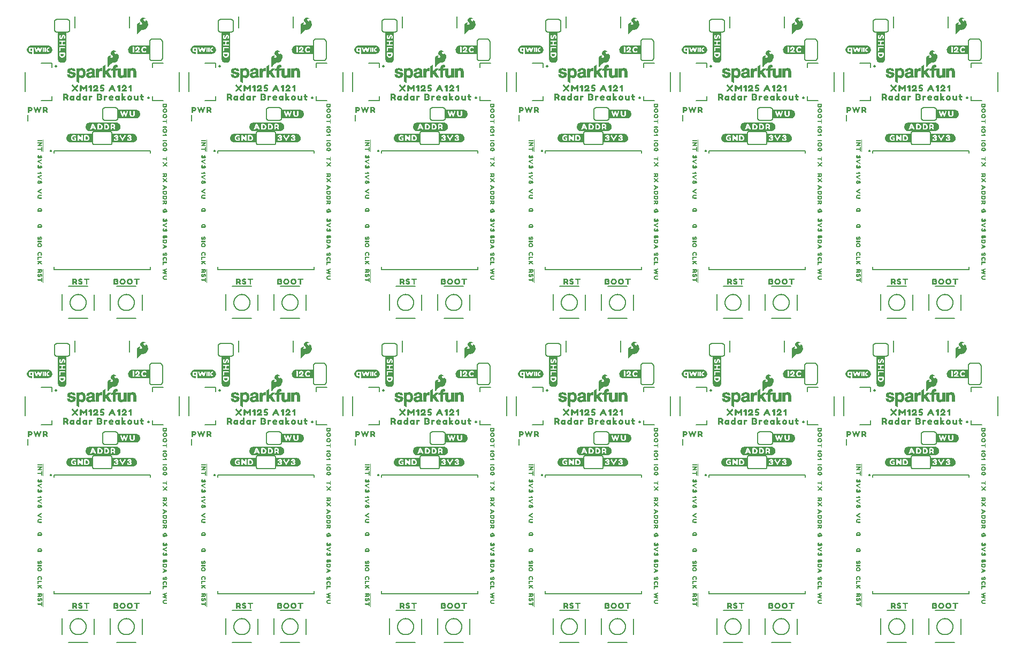
<source format=gto>
G04 EAGLE Gerber RS-274X export*
G75*
%MOMM*%
%FSLAX34Y34*%
%LPD*%
%INSilkscreen Top*%
%IPPOS*%
%AMOC8*
5,1,8,0,0,1.08239X$1,22.5*%
G01*
%ADD10C,0.203200*%
%ADD11C,0.152400*%

G36*
X107799Y303053D02*
X107799Y303053D01*
X107812Y303054D01*
X107830Y303083D01*
X107835Y303045D01*
X107857Y303048D01*
X107870Y303031D01*
X149070Y303031D01*
X149074Y303034D01*
X149077Y303031D01*
X150477Y303231D01*
X150478Y303232D01*
X150478Y303231D01*
X151078Y303331D01*
X151084Y303338D01*
X151089Y303335D01*
X151789Y303635D01*
X151791Y303637D01*
X151792Y303636D01*
X152392Y303936D01*
X152393Y303939D01*
X152395Y303938D01*
X152895Y304238D01*
X152896Y304239D01*
X152897Y304239D01*
X153497Y304639D01*
X153500Y304646D01*
X153505Y304645D01*
X154005Y305145D01*
X154005Y305149D01*
X154008Y305149D01*
X154808Y306149D01*
X154809Y306153D01*
X154811Y306153D01*
X155211Y306753D01*
X155211Y306758D01*
X155213Y306760D01*
X155212Y306763D01*
X155217Y306764D01*
X155416Y307362D01*
X155715Y308061D01*
X155713Y308069D01*
X155719Y308072D01*
X155819Y308672D01*
X155818Y308673D01*
X155819Y308673D01*
X155919Y309373D01*
X155916Y309378D01*
X155919Y309380D01*
X155919Y310080D01*
X155916Y310084D01*
X155919Y310087D01*
X155819Y310787D01*
X155818Y310788D01*
X155819Y310788D01*
X155719Y311388D01*
X155715Y311391D01*
X155717Y311394D01*
X155517Y312094D01*
X155516Y312095D01*
X155517Y312096D01*
X155317Y312696D01*
X155312Y312699D01*
X155314Y312702D01*
X155014Y313302D01*
X155010Y313304D01*
X155011Y313307D01*
X154611Y313907D01*
X154608Y313908D01*
X154608Y313911D01*
X154208Y314411D01*
X154204Y314412D01*
X154205Y314415D01*
X153705Y314915D01*
X153701Y314915D01*
X153701Y314918D01*
X153201Y315318D01*
X153197Y315319D01*
X153197Y315321D01*
X152597Y315721D01*
X152593Y315721D01*
X152592Y315724D01*
X151392Y316324D01*
X151387Y316323D01*
X151386Y316327D01*
X150786Y316527D01*
X150781Y316525D01*
X150779Y316525D01*
X150777Y316529D01*
X149377Y316729D01*
X149372Y316726D01*
X149370Y316729D01*
X107470Y316729D01*
X107466Y316726D01*
X107463Y316729D01*
X106063Y316529D01*
X106062Y316528D01*
X106062Y316529D01*
X105462Y316429D01*
X105456Y316422D01*
X105451Y316425D01*
X104751Y316125D01*
X104749Y316123D01*
X104748Y316124D01*
X104148Y315824D01*
X104147Y315821D01*
X104145Y315822D01*
X103645Y315522D01*
X103644Y315521D01*
X103643Y315521D01*
X103043Y315121D01*
X103040Y315114D01*
X103035Y315115D01*
X102535Y314615D01*
X102535Y314611D01*
X102532Y314611D01*
X101732Y313611D01*
X101731Y313607D01*
X101729Y313607D01*
X101329Y313007D01*
X101330Y312998D01*
X101329Y312997D01*
X101323Y312996D01*
X101124Y312398D01*
X100825Y311699D01*
X100827Y311691D01*
X100821Y311688D01*
X100721Y311088D01*
X100722Y311087D01*
X100721Y311087D01*
X100621Y310387D01*
X100623Y310383D01*
X100623Y310382D01*
X100621Y310380D01*
X100621Y309680D01*
X100624Y309676D01*
X100621Y309673D01*
X100721Y308973D01*
X100722Y308972D01*
X100721Y308972D01*
X100821Y308372D01*
X100825Y308369D01*
X100823Y308366D01*
X101023Y307666D01*
X101024Y307665D01*
X101023Y307664D01*
X101223Y307064D01*
X101228Y307061D01*
X101226Y307058D01*
X101526Y306458D01*
X101530Y306456D01*
X101529Y306453D01*
X101929Y305853D01*
X101932Y305852D01*
X101932Y305849D01*
X102332Y305349D01*
X102336Y305348D01*
X102335Y305345D01*
X102835Y304845D01*
X102839Y304845D01*
X102839Y304842D01*
X103339Y304442D01*
X103343Y304441D01*
X103343Y304439D01*
X103943Y304039D01*
X103947Y304039D01*
X103948Y304036D01*
X105148Y303436D01*
X105153Y303437D01*
X105154Y303433D01*
X105754Y303233D01*
X105761Y303235D01*
X105763Y303231D01*
X107163Y303031D01*
X107168Y303034D01*
X107170Y303031D01*
X107770Y303031D01*
X107799Y303053D01*
G37*
G36*
X366879Y816133D02*
X366879Y816133D01*
X366892Y816134D01*
X366910Y816163D01*
X366915Y816125D01*
X366937Y816128D01*
X366950Y816111D01*
X408150Y816111D01*
X408154Y816114D01*
X408157Y816111D01*
X409557Y816311D01*
X409558Y816312D01*
X409558Y816311D01*
X410158Y816411D01*
X410164Y816418D01*
X410169Y816415D01*
X410869Y816715D01*
X410871Y816717D01*
X410872Y816716D01*
X411472Y817016D01*
X411473Y817019D01*
X411475Y817018D01*
X411975Y817318D01*
X411976Y817319D01*
X411977Y817319D01*
X412577Y817719D01*
X412580Y817726D01*
X412585Y817725D01*
X413085Y818225D01*
X413085Y818229D01*
X413088Y818229D01*
X413888Y819229D01*
X413889Y819233D01*
X413891Y819233D01*
X414291Y819833D01*
X414291Y819838D01*
X414293Y819840D01*
X414292Y819843D01*
X414297Y819844D01*
X414496Y820442D01*
X414795Y821141D01*
X414793Y821149D01*
X414799Y821152D01*
X414899Y821752D01*
X414898Y821753D01*
X414899Y821753D01*
X414999Y822453D01*
X414996Y822458D01*
X414999Y822460D01*
X414999Y823160D01*
X414996Y823164D01*
X414999Y823167D01*
X414899Y823867D01*
X414898Y823868D01*
X414899Y823868D01*
X414799Y824468D01*
X414795Y824471D01*
X414797Y824474D01*
X414597Y825174D01*
X414596Y825175D01*
X414597Y825176D01*
X414397Y825776D01*
X414392Y825779D01*
X414394Y825782D01*
X414094Y826382D01*
X414090Y826384D01*
X414091Y826387D01*
X413691Y826987D01*
X413688Y826988D01*
X413688Y826991D01*
X413288Y827491D01*
X413284Y827492D01*
X413285Y827495D01*
X412785Y827995D01*
X412781Y827995D01*
X412781Y827998D01*
X412281Y828398D01*
X412277Y828399D01*
X412277Y828401D01*
X411677Y828801D01*
X411673Y828801D01*
X411672Y828804D01*
X410472Y829404D01*
X410467Y829403D01*
X410466Y829407D01*
X409866Y829607D01*
X409861Y829605D01*
X409859Y829605D01*
X409857Y829609D01*
X408457Y829809D01*
X408452Y829806D01*
X408450Y829809D01*
X366550Y829809D01*
X366546Y829806D01*
X366543Y829809D01*
X365143Y829609D01*
X365142Y829608D01*
X365142Y829609D01*
X364542Y829509D01*
X364536Y829502D01*
X364531Y829505D01*
X363831Y829205D01*
X363829Y829203D01*
X363828Y829204D01*
X363228Y828904D01*
X363227Y828901D01*
X363225Y828902D01*
X362725Y828602D01*
X362724Y828601D01*
X362723Y828601D01*
X362123Y828201D01*
X362120Y828194D01*
X362115Y828195D01*
X361615Y827695D01*
X361615Y827691D01*
X361612Y827691D01*
X360812Y826691D01*
X360811Y826687D01*
X360809Y826687D01*
X360409Y826087D01*
X360410Y826078D01*
X360409Y826077D01*
X360403Y826076D01*
X360204Y825478D01*
X359905Y824779D01*
X359907Y824771D01*
X359901Y824768D01*
X359801Y824168D01*
X359802Y824167D01*
X359801Y824167D01*
X359701Y823467D01*
X359703Y823463D01*
X359703Y823462D01*
X359701Y823460D01*
X359701Y822760D01*
X359704Y822756D01*
X359701Y822753D01*
X359801Y822053D01*
X359802Y822052D01*
X359801Y822052D01*
X359901Y821452D01*
X359905Y821449D01*
X359903Y821446D01*
X360103Y820746D01*
X360104Y820745D01*
X360103Y820744D01*
X360303Y820144D01*
X360308Y820141D01*
X360306Y820138D01*
X360606Y819538D01*
X360610Y819536D01*
X360609Y819533D01*
X361009Y818933D01*
X361012Y818932D01*
X361012Y818929D01*
X361412Y818429D01*
X361416Y818428D01*
X361415Y818425D01*
X361915Y817925D01*
X361919Y817925D01*
X361919Y817922D01*
X362419Y817522D01*
X362423Y817521D01*
X362423Y817519D01*
X363023Y817119D01*
X363027Y817119D01*
X363028Y817116D01*
X364228Y816516D01*
X364233Y816517D01*
X364234Y816513D01*
X364834Y816313D01*
X364841Y816315D01*
X364843Y816311D01*
X366243Y816111D01*
X366248Y816114D01*
X366250Y816111D01*
X366850Y816111D01*
X366879Y816133D01*
G37*
G36*
X107799Y816133D02*
X107799Y816133D01*
X107812Y816134D01*
X107830Y816163D01*
X107835Y816125D01*
X107857Y816128D01*
X107870Y816111D01*
X149070Y816111D01*
X149074Y816114D01*
X149077Y816111D01*
X150477Y816311D01*
X150478Y816312D01*
X150478Y816311D01*
X151078Y816411D01*
X151084Y816418D01*
X151089Y816415D01*
X151789Y816715D01*
X151791Y816717D01*
X151792Y816716D01*
X152392Y817016D01*
X152393Y817019D01*
X152395Y817018D01*
X152895Y817318D01*
X152896Y817319D01*
X152897Y817319D01*
X153497Y817719D01*
X153500Y817726D01*
X153505Y817725D01*
X154005Y818225D01*
X154005Y818229D01*
X154008Y818229D01*
X154808Y819229D01*
X154809Y819233D01*
X154811Y819233D01*
X155211Y819833D01*
X155211Y819838D01*
X155213Y819840D01*
X155212Y819843D01*
X155217Y819844D01*
X155416Y820442D01*
X155715Y821141D01*
X155713Y821149D01*
X155719Y821152D01*
X155819Y821752D01*
X155818Y821753D01*
X155819Y821753D01*
X155919Y822453D01*
X155916Y822458D01*
X155919Y822460D01*
X155919Y823160D01*
X155916Y823164D01*
X155919Y823167D01*
X155819Y823867D01*
X155818Y823868D01*
X155819Y823868D01*
X155719Y824468D01*
X155715Y824471D01*
X155717Y824474D01*
X155517Y825174D01*
X155516Y825175D01*
X155517Y825176D01*
X155317Y825776D01*
X155312Y825779D01*
X155314Y825782D01*
X155014Y826382D01*
X155010Y826384D01*
X155011Y826387D01*
X154611Y826987D01*
X154608Y826988D01*
X154608Y826991D01*
X154208Y827491D01*
X154204Y827492D01*
X154205Y827495D01*
X153705Y827995D01*
X153701Y827995D01*
X153701Y827998D01*
X153201Y828398D01*
X153197Y828399D01*
X153197Y828401D01*
X152597Y828801D01*
X152593Y828801D01*
X152592Y828804D01*
X151392Y829404D01*
X151387Y829403D01*
X151386Y829407D01*
X150786Y829607D01*
X150781Y829605D01*
X150779Y829605D01*
X150777Y829609D01*
X149377Y829809D01*
X149372Y829806D01*
X149370Y829809D01*
X107470Y829809D01*
X107466Y829806D01*
X107463Y829809D01*
X106063Y829609D01*
X106062Y829608D01*
X106062Y829609D01*
X105462Y829509D01*
X105456Y829502D01*
X105451Y829505D01*
X104751Y829205D01*
X104749Y829203D01*
X104748Y829204D01*
X104148Y828904D01*
X104147Y828901D01*
X104145Y828902D01*
X103645Y828602D01*
X103644Y828601D01*
X103643Y828601D01*
X103043Y828201D01*
X103040Y828194D01*
X103035Y828195D01*
X102535Y827695D01*
X102535Y827691D01*
X102532Y827691D01*
X101732Y826691D01*
X101731Y826687D01*
X101729Y826687D01*
X101329Y826087D01*
X101330Y826078D01*
X101329Y826077D01*
X101323Y826076D01*
X101124Y825478D01*
X100825Y824779D01*
X100827Y824771D01*
X100821Y824768D01*
X100721Y824168D01*
X100722Y824167D01*
X100721Y824167D01*
X100621Y823467D01*
X100623Y823463D01*
X100623Y823462D01*
X100621Y823460D01*
X100621Y822760D01*
X100624Y822756D01*
X100621Y822753D01*
X100721Y822053D01*
X100722Y822052D01*
X100721Y822052D01*
X100821Y821452D01*
X100825Y821449D01*
X100823Y821446D01*
X101023Y820746D01*
X101024Y820745D01*
X101023Y820744D01*
X101223Y820144D01*
X101228Y820141D01*
X101226Y820138D01*
X101526Y819538D01*
X101530Y819536D01*
X101529Y819533D01*
X101929Y818933D01*
X101932Y818932D01*
X101932Y818929D01*
X102332Y818429D01*
X102336Y818428D01*
X102335Y818425D01*
X102835Y817925D01*
X102839Y817925D01*
X102839Y817922D01*
X103339Y817522D01*
X103343Y817521D01*
X103343Y817519D01*
X103943Y817119D01*
X103947Y817119D01*
X103948Y817116D01*
X105148Y816516D01*
X105153Y816517D01*
X105154Y816513D01*
X105754Y816313D01*
X105761Y816315D01*
X105763Y816311D01*
X107163Y816111D01*
X107168Y816114D01*
X107170Y816111D01*
X107770Y816111D01*
X107799Y816133D01*
G37*
G36*
X366879Y303053D02*
X366879Y303053D01*
X366892Y303054D01*
X366910Y303083D01*
X366915Y303045D01*
X366937Y303048D01*
X366950Y303031D01*
X408150Y303031D01*
X408154Y303034D01*
X408157Y303031D01*
X409557Y303231D01*
X409558Y303232D01*
X409558Y303231D01*
X410158Y303331D01*
X410164Y303338D01*
X410169Y303335D01*
X410869Y303635D01*
X410871Y303637D01*
X410872Y303636D01*
X411472Y303936D01*
X411473Y303939D01*
X411475Y303938D01*
X411975Y304238D01*
X411976Y304239D01*
X411977Y304239D01*
X412577Y304639D01*
X412580Y304646D01*
X412585Y304645D01*
X413085Y305145D01*
X413085Y305149D01*
X413088Y305149D01*
X413888Y306149D01*
X413889Y306153D01*
X413891Y306153D01*
X414291Y306753D01*
X414291Y306758D01*
X414293Y306760D01*
X414292Y306763D01*
X414297Y306764D01*
X414496Y307362D01*
X414795Y308061D01*
X414793Y308069D01*
X414799Y308072D01*
X414899Y308672D01*
X414898Y308673D01*
X414899Y308673D01*
X414999Y309373D01*
X414996Y309378D01*
X414999Y309380D01*
X414999Y310080D01*
X414996Y310084D01*
X414999Y310087D01*
X414899Y310787D01*
X414898Y310788D01*
X414899Y310788D01*
X414799Y311388D01*
X414795Y311391D01*
X414797Y311394D01*
X414597Y312094D01*
X414596Y312095D01*
X414597Y312096D01*
X414397Y312696D01*
X414392Y312699D01*
X414394Y312702D01*
X414094Y313302D01*
X414090Y313304D01*
X414091Y313307D01*
X413691Y313907D01*
X413688Y313908D01*
X413688Y313911D01*
X413288Y314411D01*
X413284Y314412D01*
X413285Y314415D01*
X412785Y314915D01*
X412781Y314915D01*
X412781Y314918D01*
X412281Y315318D01*
X412277Y315319D01*
X412277Y315321D01*
X411677Y315721D01*
X411673Y315721D01*
X411672Y315724D01*
X410472Y316324D01*
X410467Y316323D01*
X410466Y316327D01*
X409866Y316527D01*
X409861Y316525D01*
X409859Y316525D01*
X409857Y316529D01*
X408457Y316729D01*
X408452Y316726D01*
X408450Y316729D01*
X366550Y316729D01*
X366546Y316726D01*
X366543Y316729D01*
X365143Y316529D01*
X365142Y316528D01*
X365142Y316529D01*
X364542Y316429D01*
X364536Y316422D01*
X364531Y316425D01*
X363831Y316125D01*
X363829Y316123D01*
X363828Y316124D01*
X363228Y315824D01*
X363227Y315821D01*
X363225Y315822D01*
X362725Y315522D01*
X362724Y315521D01*
X362723Y315521D01*
X362123Y315121D01*
X362120Y315114D01*
X362115Y315115D01*
X361615Y314615D01*
X361615Y314611D01*
X361612Y314611D01*
X360812Y313611D01*
X360811Y313607D01*
X360809Y313607D01*
X360409Y313007D01*
X360410Y312998D01*
X360409Y312997D01*
X360403Y312996D01*
X360204Y312398D01*
X359905Y311699D01*
X359907Y311691D01*
X359901Y311688D01*
X359801Y311088D01*
X359802Y311087D01*
X359801Y311087D01*
X359701Y310387D01*
X359703Y310383D01*
X359703Y310382D01*
X359701Y310380D01*
X359701Y309680D01*
X359704Y309676D01*
X359701Y309673D01*
X359801Y308973D01*
X359802Y308972D01*
X359801Y308972D01*
X359901Y308372D01*
X359905Y308369D01*
X359903Y308366D01*
X360103Y307666D01*
X360104Y307665D01*
X360103Y307664D01*
X360303Y307064D01*
X360308Y307061D01*
X360306Y307058D01*
X360606Y306458D01*
X360610Y306456D01*
X360609Y306453D01*
X361009Y305853D01*
X361012Y305852D01*
X361012Y305849D01*
X361412Y305349D01*
X361416Y305348D01*
X361415Y305345D01*
X361915Y304845D01*
X361919Y304845D01*
X361919Y304842D01*
X362419Y304442D01*
X362423Y304441D01*
X362423Y304439D01*
X363023Y304039D01*
X363027Y304039D01*
X363028Y304036D01*
X364228Y303436D01*
X364233Y303437D01*
X364234Y303433D01*
X364834Y303233D01*
X364841Y303235D01*
X364843Y303231D01*
X366243Y303031D01*
X366248Y303034D01*
X366250Y303031D01*
X366850Y303031D01*
X366879Y303053D01*
G37*
G36*
X1403199Y816133D02*
X1403199Y816133D01*
X1403212Y816134D01*
X1403230Y816163D01*
X1403235Y816125D01*
X1403257Y816128D01*
X1403270Y816111D01*
X1444470Y816111D01*
X1444474Y816114D01*
X1444477Y816111D01*
X1445877Y816311D01*
X1445878Y816312D01*
X1445878Y816311D01*
X1446478Y816411D01*
X1446484Y816418D01*
X1446489Y816415D01*
X1447189Y816715D01*
X1447191Y816717D01*
X1447192Y816716D01*
X1447792Y817016D01*
X1447793Y817019D01*
X1447795Y817018D01*
X1448295Y817318D01*
X1448296Y817319D01*
X1448297Y817319D01*
X1448897Y817719D01*
X1448900Y817726D01*
X1448905Y817725D01*
X1449405Y818225D01*
X1449405Y818229D01*
X1449408Y818229D01*
X1450208Y819229D01*
X1450209Y819233D01*
X1450211Y819233D01*
X1450611Y819833D01*
X1450611Y819838D01*
X1450613Y819840D01*
X1450612Y819843D01*
X1450617Y819844D01*
X1450816Y820442D01*
X1451115Y821141D01*
X1451113Y821149D01*
X1451119Y821152D01*
X1451219Y821752D01*
X1451218Y821753D01*
X1451219Y821753D01*
X1451319Y822453D01*
X1451316Y822458D01*
X1451319Y822460D01*
X1451319Y823160D01*
X1451316Y823164D01*
X1451319Y823167D01*
X1451219Y823867D01*
X1451218Y823868D01*
X1451219Y823868D01*
X1451119Y824468D01*
X1451115Y824471D01*
X1451117Y824474D01*
X1450917Y825174D01*
X1450916Y825175D01*
X1450917Y825176D01*
X1450717Y825776D01*
X1450712Y825779D01*
X1450714Y825782D01*
X1450414Y826382D01*
X1450410Y826384D01*
X1450411Y826387D01*
X1450011Y826987D01*
X1450008Y826988D01*
X1450008Y826991D01*
X1449608Y827491D01*
X1449604Y827492D01*
X1449605Y827495D01*
X1449105Y827995D01*
X1449101Y827995D01*
X1449101Y827998D01*
X1448601Y828398D01*
X1448597Y828399D01*
X1448597Y828401D01*
X1447997Y828801D01*
X1447993Y828801D01*
X1447992Y828804D01*
X1446792Y829404D01*
X1446787Y829403D01*
X1446786Y829407D01*
X1446186Y829607D01*
X1446181Y829605D01*
X1446179Y829605D01*
X1446177Y829609D01*
X1444777Y829809D01*
X1444772Y829806D01*
X1444770Y829809D01*
X1402870Y829809D01*
X1402866Y829806D01*
X1402863Y829809D01*
X1401463Y829609D01*
X1401462Y829608D01*
X1401462Y829609D01*
X1400862Y829509D01*
X1400856Y829502D01*
X1400851Y829505D01*
X1400151Y829205D01*
X1400149Y829203D01*
X1400148Y829204D01*
X1399548Y828904D01*
X1399547Y828901D01*
X1399545Y828902D01*
X1399045Y828602D01*
X1399044Y828601D01*
X1399043Y828601D01*
X1398443Y828201D01*
X1398440Y828194D01*
X1398435Y828195D01*
X1397935Y827695D01*
X1397935Y827691D01*
X1397932Y827691D01*
X1397132Y826691D01*
X1397131Y826687D01*
X1397129Y826687D01*
X1396729Y826087D01*
X1396730Y826078D01*
X1396729Y826077D01*
X1396723Y826076D01*
X1396524Y825478D01*
X1396225Y824779D01*
X1396227Y824771D01*
X1396221Y824768D01*
X1396121Y824168D01*
X1396122Y824167D01*
X1396121Y824167D01*
X1396021Y823467D01*
X1396023Y823463D01*
X1396023Y823462D01*
X1396021Y823460D01*
X1396021Y822760D01*
X1396024Y822756D01*
X1396021Y822753D01*
X1396121Y822053D01*
X1396122Y822052D01*
X1396121Y822052D01*
X1396221Y821452D01*
X1396225Y821449D01*
X1396223Y821446D01*
X1396423Y820746D01*
X1396424Y820745D01*
X1396423Y820744D01*
X1396623Y820144D01*
X1396628Y820141D01*
X1396626Y820138D01*
X1396926Y819538D01*
X1396930Y819536D01*
X1396929Y819533D01*
X1397329Y818933D01*
X1397332Y818932D01*
X1397332Y818929D01*
X1397732Y818429D01*
X1397736Y818428D01*
X1397735Y818425D01*
X1398235Y817925D01*
X1398239Y817925D01*
X1398239Y817922D01*
X1398739Y817522D01*
X1398743Y817521D01*
X1398743Y817519D01*
X1399343Y817119D01*
X1399347Y817119D01*
X1399348Y817116D01*
X1400548Y816516D01*
X1400553Y816517D01*
X1400554Y816513D01*
X1401154Y816313D01*
X1401161Y816315D01*
X1401163Y816311D01*
X1402563Y816111D01*
X1402568Y816114D01*
X1402570Y816111D01*
X1403170Y816111D01*
X1403199Y816133D01*
G37*
G36*
X1144119Y816133D02*
X1144119Y816133D01*
X1144132Y816134D01*
X1144150Y816163D01*
X1144155Y816125D01*
X1144177Y816128D01*
X1144190Y816111D01*
X1185390Y816111D01*
X1185394Y816114D01*
X1185397Y816111D01*
X1186797Y816311D01*
X1186798Y816312D01*
X1186798Y816311D01*
X1187398Y816411D01*
X1187404Y816418D01*
X1187409Y816415D01*
X1188109Y816715D01*
X1188111Y816717D01*
X1188112Y816716D01*
X1188712Y817016D01*
X1188713Y817019D01*
X1188715Y817018D01*
X1189215Y817318D01*
X1189216Y817319D01*
X1189217Y817319D01*
X1189817Y817719D01*
X1189820Y817726D01*
X1189825Y817725D01*
X1190325Y818225D01*
X1190325Y818229D01*
X1190328Y818229D01*
X1191128Y819229D01*
X1191129Y819233D01*
X1191131Y819233D01*
X1191531Y819833D01*
X1191531Y819838D01*
X1191533Y819840D01*
X1191532Y819843D01*
X1191537Y819844D01*
X1191736Y820442D01*
X1192035Y821141D01*
X1192033Y821149D01*
X1192039Y821152D01*
X1192139Y821752D01*
X1192138Y821753D01*
X1192139Y821753D01*
X1192239Y822453D01*
X1192236Y822458D01*
X1192239Y822460D01*
X1192239Y823160D01*
X1192236Y823164D01*
X1192239Y823167D01*
X1192139Y823867D01*
X1192138Y823868D01*
X1192139Y823868D01*
X1192039Y824468D01*
X1192035Y824471D01*
X1192037Y824474D01*
X1191837Y825174D01*
X1191836Y825175D01*
X1191837Y825176D01*
X1191637Y825776D01*
X1191632Y825779D01*
X1191634Y825782D01*
X1191334Y826382D01*
X1191330Y826384D01*
X1191331Y826387D01*
X1190931Y826987D01*
X1190928Y826988D01*
X1190928Y826991D01*
X1190528Y827491D01*
X1190524Y827492D01*
X1190525Y827495D01*
X1190025Y827995D01*
X1190021Y827995D01*
X1190021Y827998D01*
X1189521Y828398D01*
X1189517Y828399D01*
X1189517Y828401D01*
X1188917Y828801D01*
X1188913Y828801D01*
X1188912Y828804D01*
X1187712Y829404D01*
X1187707Y829403D01*
X1187706Y829407D01*
X1187106Y829607D01*
X1187101Y829605D01*
X1187099Y829605D01*
X1187097Y829609D01*
X1185697Y829809D01*
X1185692Y829806D01*
X1185690Y829809D01*
X1143790Y829809D01*
X1143786Y829806D01*
X1143783Y829809D01*
X1142383Y829609D01*
X1142382Y829608D01*
X1142382Y829609D01*
X1141782Y829509D01*
X1141776Y829502D01*
X1141771Y829505D01*
X1141071Y829205D01*
X1141069Y829203D01*
X1141068Y829204D01*
X1140468Y828904D01*
X1140467Y828901D01*
X1140465Y828902D01*
X1139965Y828602D01*
X1139964Y828601D01*
X1139963Y828601D01*
X1139363Y828201D01*
X1139360Y828194D01*
X1139355Y828195D01*
X1138855Y827695D01*
X1138855Y827691D01*
X1138852Y827691D01*
X1138052Y826691D01*
X1138051Y826687D01*
X1138049Y826687D01*
X1137649Y826087D01*
X1137650Y826078D01*
X1137649Y826077D01*
X1137643Y826076D01*
X1137444Y825478D01*
X1137145Y824779D01*
X1137147Y824771D01*
X1137141Y824768D01*
X1137041Y824168D01*
X1137042Y824167D01*
X1137041Y824167D01*
X1136941Y823467D01*
X1136943Y823463D01*
X1136943Y823462D01*
X1136941Y823460D01*
X1136941Y822760D01*
X1136944Y822756D01*
X1136941Y822753D01*
X1137041Y822053D01*
X1137042Y822052D01*
X1137041Y822052D01*
X1137141Y821452D01*
X1137145Y821449D01*
X1137143Y821446D01*
X1137343Y820746D01*
X1137344Y820745D01*
X1137343Y820744D01*
X1137543Y820144D01*
X1137548Y820141D01*
X1137546Y820138D01*
X1137846Y819538D01*
X1137850Y819536D01*
X1137849Y819533D01*
X1138249Y818933D01*
X1138252Y818932D01*
X1138252Y818929D01*
X1138652Y818429D01*
X1138656Y818428D01*
X1138655Y818425D01*
X1139155Y817925D01*
X1139159Y817925D01*
X1139159Y817922D01*
X1139659Y817522D01*
X1139663Y817521D01*
X1139663Y817519D01*
X1140263Y817119D01*
X1140267Y817119D01*
X1140268Y817116D01*
X1141468Y816516D01*
X1141473Y816517D01*
X1141474Y816513D01*
X1142074Y816313D01*
X1142081Y816315D01*
X1142083Y816311D01*
X1143483Y816111D01*
X1143488Y816114D01*
X1143490Y816111D01*
X1144090Y816111D01*
X1144119Y816133D01*
G37*
G36*
X1403199Y303053D02*
X1403199Y303053D01*
X1403212Y303054D01*
X1403230Y303083D01*
X1403235Y303045D01*
X1403257Y303048D01*
X1403270Y303031D01*
X1444470Y303031D01*
X1444474Y303034D01*
X1444477Y303031D01*
X1445877Y303231D01*
X1445878Y303232D01*
X1445878Y303231D01*
X1446478Y303331D01*
X1446484Y303338D01*
X1446489Y303335D01*
X1447189Y303635D01*
X1447191Y303637D01*
X1447192Y303636D01*
X1447792Y303936D01*
X1447793Y303939D01*
X1447795Y303938D01*
X1448295Y304238D01*
X1448296Y304239D01*
X1448297Y304239D01*
X1448897Y304639D01*
X1448900Y304646D01*
X1448905Y304645D01*
X1449405Y305145D01*
X1449405Y305149D01*
X1449408Y305149D01*
X1450208Y306149D01*
X1450209Y306153D01*
X1450211Y306153D01*
X1450611Y306753D01*
X1450611Y306758D01*
X1450613Y306760D01*
X1450612Y306763D01*
X1450617Y306764D01*
X1450816Y307362D01*
X1451115Y308061D01*
X1451113Y308069D01*
X1451119Y308072D01*
X1451219Y308672D01*
X1451218Y308673D01*
X1451219Y308673D01*
X1451319Y309373D01*
X1451316Y309378D01*
X1451319Y309380D01*
X1451319Y310080D01*
X1451316Y310084D01*
X1451319Y310087D01*
X1451219Y310787D01*
X1451218Y310788D01*
X1451219Y310788D01*
X1451119Y311388D01*
X1451115Y311391D01*
X1451117Y311394D01*
X1450917Y312094D01*
X1450916Y312095D01*
X1450917Y312096D01*
X1450717Y312696D01*
X1450712Y312699D01*
X1450714Y312702D01*
X1450414Y313302D01*
X1450410Y313304D01*
X1450411Y313307D01*
X1450011Y313907D01*
X1450008Y313908D01*
X1450008Y313911D01*
X1449608Y314411D01*
X1449604Y314412D01*
X1449605Y314415D01*
X1449105Y314915D01*
X1449101Y314915D01*
X1449101Y314918D01*
X1448601Y315318D01*
X1448597Y315319D01*
X1448597Y315321D01*
X1447997Y315721D01*
X1447993Y315721D01*
X1447992Y315724D01*
X1446792Y316324D01*
X1446787Y316323D01*
X1446786Y316327D01*
X1446186Y316527D01*
X1446181Y316525D01*
X1446179Y316525D01*
X1446177Y316529D01*
X1444777Y316729D01*
X1444772Y316726D01*
X1444770Y316729D01*
X1402870Y316729D01*
X1402866Y316726D01*
X1402863Y316729D01*
X1401463Y316529D01*
X1401462Y316528D01*
X1401462Y316529D01*
X1400862Y316429D01*
X1400856Y316422D01*
X1400851Y316425D01*
X1400151Y316125D01*
X1400149Y316123D01*
X1400148Y316124D01*
X1399548Y315824D01*
X1399547Y315821D01*
X1399545Y315822D01*
X1399045Y315522D01*
X1399044Y315521D01*
X1399043Y315521D01*
X1398443Y315121D01*
X1398440Y315114D01*
X1398435Y315115D01*
X1397935Y314615D01*
X1397935Y314611D01*
X1397932Y314611D01*
X1397132Y313611D01*
X1397131Y313607D01*
X1397129Y313607D01*
X1396729Y313007D01*
X1396730Y312998D01*
X1396729Y312997D01*
X1396723Y312996D01*
X1396524Y312398D01*
X1396225Y311699D01*
X1396227Y311691D01*
X1396221Y311688D01*
X1396121Y311088D01*
X1396122Y311087D01*
X1396121Y311087D01*
X1396021Y310387D01*
X1396023Y310383D01*
X1396023Y310382D01*
X1396021Y310380D01*
X1396021Y309680D01*
X1396024Y309676D01*
X1396021Y309673D01*
X1396121Y308973D01*
X1396122Y308972D01*
X1396121Y308972D01*
X1396221Y308372D01*
X1396225Y308369D01*
X1396223Y308366D01*
X1396423Y307666D01*
X1396424Y307665D01*
X1396423Y307664D01*
X1396623Y307064D01*
X1396628Y307061D01*
X1396626Y307058D01*
X1396926Y306458D01*
X1396930Y306456D01*
X1396929Y306453D01*
X1397329Y305853D01*
X1397332Y305852D01*
X1397332Y305849D01*
X1397732Y305349D01*
X1397736Y305348D01*
X1397735Y305345D01*
X1398235Y304845D01*
X1398239Y304845D01*
X1398239Y304842D01*
X1398739Y304442D01*
X1398743Y304441D01*
X1398743Y304439D01*
X1399343Y304039D01*
X1399347Y304039D01*
X1399348Y304036D01*
X1400548Y303436D01*
X1400553Y303437D01*
X1400554Y303433D01*
X1401154Y303233D01*
X1401161Y303235D01*
X1401163Y303231D01*
X1402563Y303031D01*
X1402568Y303034D01*
X1402570Y303031D01*
X1403170Y303031D01*
X1403199Y303053D01*
G37*
G36*
X885039Y303053D02*
X885039Y303053D01*
X885052Y303054D01*
X885070Y303083D01*
X885075Y303045D01*
X885097Y303048D01*
X885110Y303031D01*
X926310Y303031D01*
X926314Y303034D01*
X926317Y303031D01*
X927717Y303231D01*
X927718Y303232D01*
X927718Y303231D01*
X928318Y303331D01*
X928324Y303338D01*
X928329Y303335D01*
X929029Y303635D01*
X929031Y303637D01*
X929032Y303636D01*
X929632Y303936D01*
X929633Y303939D01*
X929635Y303938D01*
X930135Y304238D01*
X930136Y304239D01*
X930137Y304239D01*
X930737Y304639D01*
X930740Y304646D01*
X930745Y304645D01*
X931245Y305145D01*
X931245Y305149D01*
X931248Y305149D01*
X932048Y306149D01*
X932049Y306153D01*
X932051Y306153D01*
X932451Y306753D01*
X932451Y306758D01*
X932453Y306760D01*
X932452Y306763D01*
X932457Y306764D01*
X932656Y307362D01*
X932955Y308061D01*
X932953Y308069D01*
X932959Y308072D01*
X933059Y308672D01*
X933058Y308673D01*
X933059Y308673D01*
X933159Y309373D01*
X933156Y309378D01*
X933159Y309380D01*
X933159Y310080D01*
X933156Y310084D01*
X933159Y310087D01*
X933059Y310787D01*
X933058Y310788D01*
X933059Y310788D01*
X932959Y311388D01*
X932955Y311391D01*
X932957Y311394D01*
X932757Y312094D01*
X932756Y312095D01*
X932757Y312096D01*
X932557Y312696D01*
X932552Y312699D01*
X932554Y312702D01*
X932254Y313302D01*
X932250Y313304D01*
X932251Y313307D01*
X931851Y313907D01*
X931848Y313908D01*
X931848Y313911D01*
X931448Y314411D01*
X931444Y314412D01*
X931445Y314415D01*
X930945Y314915D01*
X930941Y314915D01*
X930941Y314918D01*
X930441Y315318D01*
X930437Y315319D01*
X930437Y315321D01*
X929837Y315721D01*
X929833Y315721D01*
X929832Y315724D01*
X928632Y316324D01*
X928627Y316323D01*
X928626Y316327D01*
X928026Y316527D01*
X928021Y316525D01*
X928019Y316525D01*
X928017Y316529D01*
X926617Y316729D01*
X926612Y316726D01*
X926610Y316729D01*
X884710Y316729D01*
X884706Y316726D01*
X884703Y316729D01*
X883303Y316529D01*
X883302Y316528D01*
X883302Y316529D01*
X882702Y316429D01*
X882696Y316422D01*
X882691Y316425D01*
X881991Y316125D01*
X881989Y316123D01*
X881988Y316124D01*
X881388Y315824D01*
X881387Y315821D01*
X881385Y315822D01*
X880885Y315522D01*
X880884Y315521D01*
X880883Y315521D01*
X880283Y315121D01*
X880280Y315114D01*
X880275Y315115D01*
X879775Y314615D01*
X879775Y314611D01*
X879772Y314611D01*
X878972Y313611D01*
X878971Y313607D01*
X878969Y313607D01*
X878569Y313007D01*
X878570Y312998D01*
X878569Y312997D01*
X878563Y312996D01*
X878364Y312398D01*
X878065Y311699D01*
X878067Y311691D01*
X878061Y311688D01*
X877961Y311088D01*
X877962Y311087D01*
X877961Y311087D01*
X877861Y310387D01*
X877863Y310383D01*
X877863Y310382D01*
X877861Y310380D01*
X877861Y309680D01*
X877864Y309676D01*
X877861Y309673D01*
X877961Y308973D01*
X877962Y308972D01*
X877961Y308972D01*
X878061Y308372D01*
X878065Y308369D01*
X878063Y308366D01*
X878263Y307666D01*
X878264Y307665D01*
X878263Y307664D01*
X878463Y307064D01*
X878468Y307061D01*
X878466Y307058D01*
X878766Y306458D01*
X878770Y306456D01*
X878769Y306453D01*
X879169Y305853D01*
X879172Y305852D01*
X879172Y305849D01*
X879572Y305349D01*
X879576Y305348D01*
X879575Y305345D01*
X880075Y304845D01*
X880079Y304845D01*
X880079Y304842D01*
X880579Y304442D01*
X880583Y304441D01*
X880583Y304439D01*
X881183Y304039D01*
X881187Y304039D01*
X881188Y304036D01*
X882388Y303436D01*
X882393Y303437D01*
X882394Y303433D01*
X882994Y303233D01*
X883001Y303235D01*
X883003Y303231D01*
X884403Y303031D01*
X884408Y303034D01*
X884410Y303031D01*
X885010Y303031D01*
X885039Y303053D01*
G37*
G36*
X625959Y303053D02*
X625959Y303053D01*
X625972Y303054D01*
X625990Y303083D01*
X625995Y303045D01*
X626017Y303048D01*
X626030Y303031D01*
X667230Y303031D01*
X667234Y303034D01*
X667237Y303031D01*
X668637Y303231D01*
X668638Y303232D01*
X668638Y303231D01*
X669238Y303331D01*
X669244Y303338D01*
X669249Y303335D01*
X669949Y303635D01*
X669951Y303637D01*
X669952Y303636D01*
X670552Y303936D01*
X670553Y303939D01*
X670555Y303938D01*
X671055Y304238D01*
X671056Y304239D01*
X671057Y304239D01*
X671657Y304639D01*
X671660Y304646D01*
X671665Y304645D01*
X672165Y305145D01*
X672165Y305149D01*
X672168Y305149D01*
X672968Y306149D01*
X672969Y306153D01*
X672971Y306153D01*
X673371Y306753D01*
X673371Y306758D01*
X673373Y306760D01*
X673372Y306763D01*
X673377Y306764D01*
X673576Y307362D01*
X673875Y308061D01*
X673873Y308069D01*
X673879Y308072D01*
X673979Y308672D01*
X673978Y308673D01*
X673979Y308673D01*
X674079Y309373D01*
X674076Y309378D01*
X674079Y309380D01*
X674079Y310080D01*
X674076Y310084D01*
X674079Y310087D01*
X673979Y310787D01*
X673978Y310788D01*
X673979Y310788D01*
X673879Y311388D01*
X673875Y311391D01*
X673877Y311394D01*
X673677Y312094D01*
X673676Y312095D01*
X673677Y312096D01*
X673477Y312696D01*
X673472Y312699D01*
X673474Y312702D01*
X673174Y313302D01*
X673170Y313304D01*
X673171Y313307D01*
X672771Y313907D01*
X672768Y313908D01*
X672768Y313911D01*
X672368Y314411D01*
X672364Y314412D01*
X672365Y314415D01*
X671865Y314915D01*
X671861Y314915D01*
X671861Y314918D01*
X671361Y315318D01*
X671357Y315319D01*
X671357Y315321D01*
X670757Y315721D01*
X670753Y315721D01*
X670752Y315724D01*
X669552Y316324D01*
X669547Y316323D01*
X669546Y316327D01*
X668946Y316527D01*
X668941Y316525D01*
X668939Y316525D01*
X668937Y316529D01*
X667537Y316729D01*
X667532Y316726D01*
X667530Y316729D01*
X625630Y316729D01*
X625626Y316726D01*
X625623Y316729D01*
X624223Y316529D01*
X624222Y316528D01*
X624222Y316529D01*
X623622Y316429D01*
X623616Y316422D01*
X623611Y316425D01*
X622911Y316125D01*
X622909Y316123D01*
X622908Y316124D01*
X622308Y315824D01*
X622307Y315821D01*
X622305Y315822D01*
X621805Y315522D01*
X621804Y315521D01*
X621803Y315521D01*
X621203Y315121D01*
X621200Y315114D01*
X621195Y315115D01*
X620695Y314615D01*
X620695Y314611D01*
X620692Y314611D01*
X619892Y313611D01*
X619891Y313607D01*
X619889Y313607D01*
X619489Y313007D01*
X619490Y312998D01*
X619489Y312997D01*
X619483Y312996D01*
X619284Y312398D01*
X618985Y311699D01*
X618987Y311691D01*
X618981Y311688D01*
X618881Y311088D01*
X618882Y311087D01*
X618881Y311087D01*
X618781Y310387D01*
X618783Y310383D01*
X618783Y310382D01*
X618781Y310380D01*
X618781Y309680D01*
X618784Y309676D01*
X618781Y309673D01*
X618881Y308973D01*
X618882Y308972D01*
X618881Y308972D01*
X618981Y308372D01*
X618985Y308369D01*
X618983Y308366D01*
X619183Y307666D01*
X619184Y307665D01*
X619183Y307664D01*
X619383Y307064D01*
X619388Y307061D01*
X619386Y307058D01*
X619686Y306458D01*
X619690Y306456D01*
X619689Y306453D01*
X620089Y305853D01*
X620092Y305852D01*
X620092Y305849D01*
X620492Y305349D01*
X620496Y305348D01*
X620495Y305345D01*
X620995Y304845D01*
X620999Y304845D01*
X620999Y304842D01*
X621499Y304442D01*
X621503Y304441D01*
X621503Y304439D01*
X622103Y304039D01*
X622107Y304039D01*
X622108Y304036D01*
X623308Y303436D01*
X623313Y303437D01*
X623314Y303433D01*
X623914Y303233D01*
X623921Y303235D01*
X623923Y303231D01*
X625323Y303031D01*
X625328Y303034D01*
X625330Y303031D01*
X625930Y303031D01*
X625959Y303053D01*
G37*
G36*
X1144119Y303053D02*
X1144119Y303053D01*
X1144132Y303054D01*
X1144150Y303083D01*
X1144155Y303045D01*
X1144177Y303048D01*
X1144190Y303031D01*
X1185390Y303031D01*
X1185394Y303034D01*
X1185397Y303031D01*
X1186797Y303231D01*
X1186798Y303232D01*
X1186798Y303231D01*
X1187398Y303331D01*
X1187404Y303338D01*
X1187409Y303335D01*
X1188109Y303635D01*
X1188111Y303637D01*
X1188112Y303636D01*
X1188712Y303936D01*
X1188713Y303939D01*
X1188715Y303938D01*
X1189215Y304238D01*
X1189216Y304239D01*
X1189217Y304239D01*
X1189817Y304639D01*
X1189820Y304646D01*
X1189825Y304645D01*
X1190325Y305145D01*
X1190325Y305149D01*
X1190328Y305149D01*
X1191128Y306149D01*
X1191129Y306153D01*
X1191131Y306153D01*
X1191531Y306753D01*
X1191531Y306758D01*
X1191533Y306760D01*
X1191532Y306763D01*
X1191537Y306764D01*
X1191736Y307362D01*
X1192035Y308061D01*
X1192033Y308069D01*
X1192039Y308072D01*
X1192139Y308672D01*
X1192138Y308673D01*
X1192139Y308673D01*
X1192239Y309373D01*
X1192236Y309378D01*
X1192239Y309380D01*
X1192239Y310080D01*
X1192236Y310084D01*
X1192239Y310087D01*
X1192139Y310787D01*
X1192138Y310788D01*
X1192139Y310788D01*
X1192039Y311388D01*
X1192035Y311391D01*
X1192037Y311394D01*
X1191837Y312094D01*
X1191836Y312095D01*
X1191837Y312096D01*
X1191637Y312696D01*
X1191632Y312699D01*
X1191634Y312702D01*
X1191334Y313302D01*
X1191330Y313304D01*
X1191331Y313307D01*
X1190931Y313907D01*
X1190928Y313908D01*
X1190928Y313911D01*
X1190528Y314411D01*
X1190524Y314412D01*
X1190525Y314415D01*
X1190025Y314915D01*
X1190021Y314915D01*
X1190021Y314918D01*
X1189521Y315318D01*
X1189517Y315319D01*
X1189517Y315321D01*
X1188917Y315721D01*
X1188913Y315721D01*
X1188912Y315724D01*
X1187712Y316324D01*
X1187707Y316323D01*
X1187706Y316327D01*
X1187106Y316527D01*
X1187101Y316525D01*
X1187099Y316525D01*
X1187097Y316529D01*
X1185697Y316729D01*
X1185692Y316726D01*
X1185690Y316729D01*
X1143790Y316729D01*
X1143786Y316726D01*
X1143783Y316729D01*
X1142383Y316529D01*
X1142382Y316528D01*
X1142382Y316529D01*
X1141782Y316429D01*
X1141776Y316422D01*
X1141771Y316425D01*
X1141071Y316125D01*
X1141069Y316123D01*
X1141068Y316124D01*
X1140468Y315824D01*
X1140467Y315821D01*
X1140465Y315822D01*
X1139965Y315522D01*
X1139964Y315521D01*
X1139963Y315521D01*
X1139363Y315121D01*
X1139360Y315114D01*
X1139355Y315115D01*
X1138855Y314615D01*
X1138855Y314611D01*
X1138852Y314611D01*
X1138052Y313611D01*
X1138051Y313607D01*
X1138049Y313607D01*
X1137649Y313007D01*
X1137650Y312998D01*
X1137649Y312997D01*
X1137643Y312996D01*
X1137444Y312398D01*
X1137145Y311699D01*
X1137147Y311691D01*
X1137141Y311688D01*
X1137041Y311088D01*
X1137042Y311087D01*
X1137041Y311087D01*
X1136941Y310387D01*
X1136943Y310383D01*
X1136943Y310382D01*
X1136941Y310380D01*
X1136941Y309680D01*
X1136944Y309676D01*
X1136941Y309673D01*
X1137041Y308973D01*
X1137042Y308972D01*
X1137041Y308972D01*
X1137141Y308372D01*
X1137145Y308369D01*
X1137143Y308366D01*
X1137343Y307666D01*
X1137344Y307665D01*
X1137343Y307664D01*
X1137543Y307064D01*
X1137548Y307061D01*
X1137546Y307058D01*
X1137846Y306458D01*
X1137850Y306456D01*
X1137849Y306453D01*
X1138249Y305853D01*
X1138252Y305852D01*
X1138252Y305849D01*
X1138652Y305349D01*
X1138656Y305348D01*
X1138655Y305345D01*
X1139155Y304845D01*
X1139159Y304845D01*
X1139159Y304842D01*
X1139659Y304442D01*
X1139663Y304441D01*
X1139663Y304439D01*
X1140263Y304039D01*
X1140267Y304039D01*
X1140268Y304036D01*
X1141468Y303436D01*
X1141473Y303437D01*
X1141474Y303433D01*
X1142074Y303233D01*
X1142081Y303235D01*
X1142083Y303231D01*
X1143483Y303031D01*
X1143488Y303034D01*
X1143490Y303031D01*
X1144090Y303031D01*
X1144119Y303053D01*
G37*
G36*
X885039Y816133D02*
X885039Y816133D01*
X885052Y816134D01*
X885070Y816163D01*
X885075Y816125D01*
X885097Y816128D01*
X885110Y816111D01*
X926310Y816111D01*
X926314Y816114D01*
X926317Y816111D01*
X927717Y816311D01*
X927718Y816312D01*
X927718Y816311D01*
X928318Y816411D01*
X928324Y816418D01*
X928329Y816415D01*
X929029Y816715D01*
X929031Y816717D01*
X929032Y816716D01*
X929632Y817016D01*
X929633Y817019D01*
X929635Y817018D01*
X930135Y817318D01*
X930136Y817319D01*
X930137Y817319D01*
X930737Y817719D01*
X930740Y817726D01*
X930745Y817725D01*
X931245Y818225D01*
X931245Y818229D01*
X931248Y818229D01*
X932048Y819229D01*
X932049Y819233D01*
X932051Y819233D01*
X932451Y819833D01*
X932451Y819838D01*
X932453Y819840D01*
X932452Y819843D01*
X932457Y819844D01*
X932656Y820442D01*
X932955Y821141D01*
X932953Y821149D01*
X932959Y821152D01*
X933059Y821752D01*
X933058Y821753D01*
X933059Y821753D01*
X933159Y822453D01*
X933156Y822458D01*
X933159Y822460D01*
X933159Y823160D01*
X933156Y823164D01*
X933159Y823167D01*
X933059Y823867D01*
X933058Y823868D01*
X933059Y823868D01*
X932959Y824468D01*
X932955Y824471D01*
X932957Y824474D01*
X932757Y825174D01*
X932756Y825175D01*
X932757Y825176D01*
X932557Y825776D01*
X932552Y825779D01*
X932554Y825782D01*
X932254Y826382D01*
X932250Y826384D01*
X932251Y826387D01*
X931851Y826987D01*
X931848Y826988D01*
X931848Y826991D01*
X931448Y827491D01*
X931444Y827492D01*
X931445Y827495D01*
X930945Y827995D01*
X930941Y827995D01*
X930941Y827998D01*
X930441Y828398D01*
X930437Y828399D01*
X930437Y828401D01*
X929837Y828801D01*
X929833Y828801D01*
X929832Y828804D01*
X928632Y829404D01*
X928627Y829403D01*
X928626Y829407D01*
X928026Y829607D01*
X928021Y829605D01*
X928019Y829605D01*
X928017Y829609D01*
X926617Y829809D01*
X926612Y829806D01*
X926610Y829809D01*
X884710Y829809D01*
X884706Y829806D01*
X884703Y829809D01*
X883303Y829609D01*
X883302Y829608D01*
X883302Y829609D01*
X882702Y829509D01*
X882696Y829502D01*
X882691Y829505D01*
X881991Y829205D01*
X881989Y829203D01*
X881988Y829204D01*
X881388Y828904D01*
X881387Y828901D01*
X881385Y828902D01*
X880885Y828602D01*
X880884Y828601D01*
X880883Y828601D01*
X880283Y828201D01*
X880280Y828194D01*
X880275Y828195D01*
X879775Y827695D01*
X879775Y827691D01*
X879772Y827691D01*
X878972Y826691D01*
X878971Y826687D01*
X878969Y826687D01*
X878569Y826087D01*
X878570Y826078D01*
X878569Y826077D01*
X878563Y826076D01*
X878364Y825478D01*
X878065Y824779D01*
X878067Y824771D01*
X878061Y824768D01*
X877961Y824168D01*
X877962Y824167D01*
X877961Y824167D01*
X877861Y823467D01*
X877863Y823463D01*
X877863Y823462D01*
X877861Y823460D01*
X877861Y822760D01*
X877864Y822756D01*
X877861Y822753D01*
X877961Y822053D01*
X877962Y822052D01*
X877961Y822052D01*
X878061Y821452D01*
X878065Y821449D01*
X878063Y821446D01*
X878263Y820746D01*
X878264Y820745D01*
X878263Y820744D01*
X878463Y820144D01*
X878468Y820141D01*
X878466Y820138D01*
X878766Y819538D01*
X878770Y819536D01*
X878769Y819533D01*
X879169Y818933D01*
X879172Y818932D01*
X879172Y818929D01*
X879572Y818429D01*
X879576Y818428D01*
X879575Y818425D01*
X880075Y817925D01*
X880079Y817925D01*
X880079Y817922D01*
X880579Y817522D01*
X880583Y817521D01*
X880583Y817519D01*
X881183Y817119D01*
X881187Y817119D01*
X881188Y817116D01*
X882388Y816516D01*
X882393Y816517D01*
X882394Y816513D01*
X882994Y816313D01*
X883001Y816315D01*
X883003Y816311D01*
X884403Y816111D01*
X884408Y816114D01*
X884410Y816111D01*
X885010Y816111D01*
X885039Y816133D01*
G37*
G36*
X625959Y816133D02*
X625959Y816133D01*
X625972Y816134D01*
X625990Y816163D01*
X625995Y816125D01*
X626017Y816128D01*
X626030Y816111D01*
X667230Y816111D01*
X667234Y816114D01*
X667237Y816111D01*
X668637Y816311D01*
X668638Y816312D01*
X668638Y816311D01*
X669238Y816411D01*
X669244Y816418D01*
X669249Y816415D01*
X669949Y816715D01*
X669951Y816717D01*
X669952Y816716D01*
X670552Y817016D01*
X670553Y817019D01*
X670555Y817018D01*
X671055Y817318D01*
X671056Y817319D01*
X671057Y817319D01*
X671657Y817719D01*
X671660Y817726D01*
X671665Y817725D01*
X672165Y818225D01*
X672165Y818229D01*
X672168Y818229D01*
X672968Y819229D01*
X672969Y819233D01*
X672971Y819233D01*
X673371Y819833D01*
X673371Y819838D01*
X673373Y819840D01*
X673372Y819843D01*
X673377Y819844D01*
X673576Y820442D01*
X673875Y821141D01*
X673873Y821149D01*
X673879Y821152D01*
X673979Y821752D01*
X673978Y821753D01*
X673979Y821753D01*
X674079Y822453D01*
X674076Y822458D01*
X674079Y822460D01*
X674079Y823160D01*
X674076Y823164D01*
X674079Y823167D01*
X673979Y823867D01*
X673978Y823868D01*
X673979Y823868D01*
X673879Y824468D01*
X673875Y824471D01*
X673877Y824474D01*
X673677Y825174D01*
X673676Y825175D01*
X673677Y825176D01*
X673477Y825776D01*
X673472Y825779D01*
X673474Y825782D01*
X673174Y826382D01*
X673170Y826384D01*
X673171Y826387D01*
X672771Y826987D01*
X672768Y826988D01*
X672768Y826991D01*
X672368Y827491D01*
X672364Y827492D01*
X672365Y827495D01*
X671865Y827995D01*
X671861Y827995D01*
X671861Y827998D01*
X671361Y828398D01*
X671357Y828399D01*
X671357Y828401D01*
X670757Y828801D01*
X670753Y828801D01*
X670752Y828804D01*
X669552Y829404D01*
X669547Y829403D01*
X669546Y829407D01*
X668946Y829607D01*
X668941Y829605D01*
X668939Y829605D01*
X668937Y829609D01*
X667537Y829809D01*
X667532Y829806D01*
X667530Y829809D01*
X625630Y829809D01*
X625626Y829806D01*
X625623Y829809D01*
X624223Y829609D01*
X624222Y829608D01*
X624222Y829609D01*
X623622Y829509D01*
X623616Y829502D01*
X623611Y829505D01*
X622911Y829205D01*
X622909Y829203D01*
X622908Y829204D01*
X622308Y828904D01*
X622307Y828901D01*
X622305Y828902D01*
X621805Y828602D01*
X621804Y828601D01*
X621803Y828601D01*
X621203Y828201D01*
X621200Y828194D01*
X621195Y828195D01*
X620695Y827695D01*
X620695Y827691D01*
X620692Y827691D01*
X619892Y826691D01*
X619891Y826687D01*
X619889Y826687D01*
X619489Y826087D01*
X619490Y826078D01*
X619489Y826077D01*
X619483Y826076D01*
X619284Y825478D01*
X618985Y824779D01*
X618987Y824771D01*
X618981Y824768D01*
X618881Y824168D01*
X618882Y824167D01*
X618881Y824167D01*
X618781Y823467D01*
X618783Y823463D01*
X618783Y823462D01*
X618781Y823460D01*
X618781Y822760D01*
X618784Y822756D01*
X618781Y822753D01*
X618881Y822053D01*
X618882Y822052D01*
X618881Y822052D01*
X618981Y821452D01*
X618985Y821449D01*
X618983Y821446D01*
X619183Y820746D01*
X619184Y820745D01*
X619183Y820744D01*
X619383Y820144D01*
X619388Y820141D01*
X619386Y820138D01*
X619686Y819538D01*
X619690Y819536D01*
X619689Y819533D01*
X620089Y818933D01*
X620092Y818932D01*
X620092Y818929D01*
X620492Y818429D01*
X620496Y818428D01*
X620495Y818425D01*
X620995Y817925D01*
X620999Y817925D01*
X620999Y817922D01*
X621499Y817522D01*
X621503Y817521D01*
X621503Y817519D01*
X622103Y817119D01*
X622107Y817119D01*
X622108Y817116D01*
X623308Y816516D01*
X623313Y816517D01*
X623314Y816513D01*
X623914Y816313D01*
X623921Y816315D01*
X623923Y816311D01*
X625323Y816111D01*
X625328Y816114D01*
X625330Y816111D01*
X625930Y816111D01*
X625959Y816133D01*
G37*
G36*
X582364Y924114D02*
X582364Y924114D01*
X582367Y924111D01*
X583067Y924211D01*
X583072Y924216D01*
X583076Y924213D01*
X584276Y924613D01*
X584277Y924616D01*
X584279Y924615D01*
X584979Y924915D01*
X584982Y924919D01*
X584985Y924918D01*
X585485Y925218D01*
X585487Y925223D01*
X585492Y925222D01*
X586091Y925722D01*
X586591Y926122D01*
X586593Y926129D01*
X586598Y926129D01*
X586998Y926629D01*
X586999Y926633D01*
X587001Y926633D01*
X587401Y927233D01*
X587401Y927237D01*
X587404Y927238D01*
X588004Y928438D01*
X588003Y928443D01*
X588007Y928444D01*
X588207Y929044D01*
X588206Y929046D01*
X588207Y929046D01*
X588407Y929746D01*
X588406Y929751D01*
X588409Y929753D01*
X588509Y930453D01*
X588506Y930458D01*
X588509Y930460D01*
X588509Y971760D01*
X588506Y971764D01*
X588509Y971767D01*
X588409Y972467D01*
X588366Y972509D01*
X588363Y972505D01*
X588360Y972509D01*
X575560Y972509D01*
X575556Y972506D01*
X575553Y972509D01*
X574853Y972409D01*
X574811Y972366D01*
X574815Y972363D01*
X574811Y972360D01*
X574811Y930360D01*
X574814Y930355D01*
X574811Y930352D01*
X574911Y929752D01*
X574915Y929749D01*
X574913Y929746D01*
X575113Y929046D01*
X575114Y929045D01*
X575113Y929044D01*
X575313Y928444D01*
X575316Y928443D01*
X575315Y928441D01*
X575615Y927741D01*
X575619Y927738D01*
X575618Y927735D01*
X575918Y927235D01*
X575919Y927234D01*
X575919Y927233D01*
X576319Y926633D01*
X576326Y926630D01*
X576325Y926625D01*
X576823Y926127D01*
X577222Y925629D01*
X577232Y925627D01*
X577233Y925619D01*
X577833Y925219D01*
X577837Y925219D01*
X577838Y925216D01*
X579038Y924616D01*
X579043Y924617D01*
X579044Y924613D01*
X579644Y924413D01*
X579646Y924414D01*
X579646Y924413D01*
X580346Y924213D01*
X580350Y924214D01*
X580352Y924211D01*
X580952Y924111D01*
X580957Y924114D01*
X580960Y924111D01*
X582360Y924111D01*
X582364Y924114D01*
G37*
G36*
X1359604Y411034D02*
X1359604Y411034D01*
X1359607Y411031D01*
X1360307Y411131D01*
X1360312Y411136D01*
X1360316Y411133D01*
X1361516Y411533D01*
X1361517Y411536D01*
X1361519Y411535D01*
X1362219Y411835D01*
X1362222Y411839D01*
X1362225Y411838D01*
X1362725Y412138D01*
X1362727Y412143D01*
X1362732Y412142D01*
X1363331Y412642D01*
X1363831Y413042D01*
X1363833Y413049D01*
X1363838Y413049D01*
X1364238Y413549D01*
X1364239Y413553D01*
X1364241Y413553D01*
X1364641Y414153D01*
X1364641Y414157D01*
X1364644Y414158D01*
X1365244Y415358D01*
X1365243Y415363D01*
X1365247Y415364D01*
X1365447Y415964D01*
X1365446Y415966D01*
X1365447Y415966D01*
X1365647Y416666D01*
X1365646Y416671D01*
X1365649Y416673D01*
X1365749Y417373D01*
X1365746Y417378D01*
X1365749Y417380D01*
X1365749Y458680D01*
X1365746Y458684D01*
X1365749Y458687D01*
X1365649Y459387D01*
X1365606Y459429D01*
X1365603Y459425D01*
X1365600Y459429D01*
X1352800Y459429D01*
X1352796Y459426D01*
X1352793Y459429D01*
X1352093Y459329D01*
X1352051Y459286D01*
X1352055Y459283D01*
X1352051Y459280D01*
X1352051Y417280D01*
X1352054Y417275D01*
X1352051Y417272D01*
X1352151Y416672D01*
X1352155Y416669D01*
X1352153Y416666D01*
X1352353Y415966D01*
X1352354Y415965D01*
X1352353Y415964D01*
X1352553Y415364D01*
X1352556Y415363D01*
X1352555Y415361D01*
X1352855Y414661D01*
X1352859Y414658D01*
X1352858Y414655D01*
X1353158Y414155D01*
X1353159Y414154D01*
X1353159Y414153D01*
X1353559Y413553D01*
X1353566Y413550D01*
X1353565Y413545D01*
X1354063Y413047D01*
X1354462Y412549D01*
X1354472Y412547D01*
X1354473Y412539D01*
X1355073Y412139D01*
X1355077Y412139D01*
X1355078Y412136D01*
X1356278Y411536D01*
X1356283Y411537D01*
X1356284Y411533D01*
X1356884Y411333D01*
X1356886Y411334D01*
X1356886Y411333D01*
X1357586Y411133D01*
X1357590Y411134D01*
X1357592Y411131D01*
X1358192Y411031D01*
X1358197Y411034D01*
X1358200Y411031D01*
X1359600Y411031D01*
X1359604Y411034D01*
G37*
G36*
X1100524Y924114D02*
X1100524Y924114D01*
X1100527Y924111D01*
X1101227Y924211D01*
X1101232Y924216D01*
X1101236Y924213D01*
X1102436Y924613D01*
X1102437Y924616D01*
X1102439Y924615D01*
X1103139Y924915D01*
X1103142Y924919D01*
X1103145Y924918D01*
X1103645Y925218D01*
X1103647Y925223D01*
X1103652Y925222D01*
X1104251Y925722D01*
X1104751Y926122D01*
X1104753Y926129D01*
X1104758Y926129D01*
X1105158Y926629D01*
X1105159Y926633D01*
X1105161Y926633D01*
X1105561Y927233D01*
X1105561Y927237D01*
X1105564Y927238D01*
X1106164Y928438D01*
X1106163Y928443D01*
X1106167Y928444D01*
X1106367Y929044D01*
X1106366Y929046D01*
X1106367Y929046D01*
X1106567Y929746D01*
X1106566Y929751D01*
X1106569Y929753D01*
X1106669Y930453D01*
X1106666Y930458D01*
X1106669Y930460D01*
X1106669Y971760D01*
X1106666Y971764D01*
X1106669Y971767D01*
X1106569Y972467D01*
X1106526Y972509D01*
X1106523Y972505D01*
X1106520Y972509D01*
X1093720Y972509D01*
X1093716Y972506D01*
X1093713Y972509D01*
X1093013Y972409D01*
X1092971Y972366D01*
X1092975Y972363D01*
X1092971Y972360D01*
X1092971Y930360D01*
X1092974Y930355D01*
X1092971Y930352D01*
X1093071Y929752D01*
X1093075Y929749D01*
X1093073Y929746D01*
X1093273Y929046D01*
X1093274Y929045D01*
X1093273Y929044D01*
X1093473Y928444D01*
X1093476Y928443D01*
X1093475Y928441D01*
X1093775Y927741D01*
X1093779Y927738D01*
X1093778Y927735D01*
X1094078Y927235D01*
X1094079Y927234D01*
X1094079Y927233D01*
X1094479Y926633D01*
X1094486Y926630D01*
X1094485Y926625D01*
X1094983Y926127D01*
X1095382Y925629D01*
X1095392Y925627D01*
X1095393Y925619D01*
X1095993Y925219D01*
X1095997Y925219D01*
X1095998Y925216D01*
X1097198Y924616D01*
X1097203Y924617D01*
X1097204Y924613D01*
X1097804Y924413D01*
X1097806Y924414D01*
X1097806Y924413D01*
X1098506Y924213D01*
X1098510Y924214D01*
X1098512Y924211D01*
X1099112Y924111D01*
X1099117Y924114D01*
X1099120Y924111D01*
X1100520Y924111D01*
X1100524Y924114D01*
G37*
G36*
X841444Y411034D02*
X841444Y411034D01*
X841447Y411031D01*
X842147Y411131D01*
X842152Y411136D01*
X842156Y411133D01*
X843356Y411533D01*
X843357Y411536D01*
X843359Y411535D01*
X844059Y411835D01*
X844062Y411839D01*
X844065Y411838D01*
X844565Y412138D01*
X844567Y412143D01*
X844572Y412142D01*
X845171Y412642D01*
X845671Y413042D01*
X845673Y413049D01*
X845678Y413049D01*
X846078Y413549D01*
X846079Y413553D01*
X846081Y413553D01*
X846481Y414153D01*
X846481Y414157D01*
X846484Y414158D01*
X847084Y415358D01*
X847083Y415363D01*
X847087Y415364D01*
X847287Y415964D01*
X847286Y415966D01*
X847287Y415966D01*
X847487Y416666D01*
X847486Y416671D01*
X847489Y416673D01*
X847589Y417373D01*
X847586Y417378D01*
X847589Y417380D01*
X847589Y458680D01*
X847586Y458684D01*
X847589Y458687D01*
X847489Y459387D01*
X847446Y459429D01*
X847443Y459425D01*
X847440Y459429D01*
X834640Y459429D01*
X834636Y459426D01*
X834633Y459429D01*
X833933Y459329D01*
X833891Y459286D01*
X833895Y459283D01*
X833891Y459280D01*
X833891Y417280D01*
X833894Y417275D01*
X833891Y417272D01*
X833991Y416672D01*
X833995Y416669D01*
X833993Y416666D01*
X834193Y415966D01*
X834194Y415965D01*
X834193Y415964D01*
X834393Y415364D01*
X834396Y415363D01*
X834395Y415361D01*
X834695Y414661D01*
X834699Y414658D01*
X834698Y414655D01*
X834998Y414155D01*
X834999Y414154D01*
X834999Y414153D01*
X835399Y413553D01*
X835406Y413550D01*
X835405Y413545D01*
X835903Y413047D01*
X836302Y412549D01*
X836312Y412547D01*
X836313Y412539D01*
X836913Y412139D01*
X836917Y412139D01*
X836918Y412136D01*
X838118Y411536D01*
X838123Y411537D01*
X838124Y411533D01*
X838724Y411333D01*
X838726Y411334D01*
X838726Y411333D01*
X839426Y411133D01*
X839430Y411134D01*
X839432Y411131D01*
X840032Y411031D01*
X840037Y411034D01*
X840040Y411031D01*
X841440Y411031D01*
X841444Y411034D01*
G37*
G36*
X323284Y924114D02*
X323284Y924114D01*
X323287Y924111D01*
X323987Y924211D01*
X323992Y924216D01*
X323996Y924213D01*
X325196Y924613D01*
X325197Y924616D01*
X325199Y924615D01*
X325899Y924915D01*
X325902Y924919D01*
X325905Y924918D01*
X326405Y925218D01*
X326407Y925223D01*
X326412Y925222D01*
X327011Y925722D01*
X327511Y926122D01*
X327513Y926129D01*
X327518Y926129D01*
X327918Y926629D01*
X327919Y926633D01*
X327921Y926633D01*
X328321Y927233D01*
X328321Y927237D01*
X328324Y927238D01*
X328924Y928438D01*
X328923Y928443D01*
X328927Y928444D01*
X329127Y929044D01*
X329126Y929046D01*
X329127Y929046D01*
X329327Y929746D01*
X329326Y929751D01*
X329329Y929753D01*
X329429Y930453D01*
X329426Y930458D01*
X329429Y930460D01*
X329429Y971760D01*
X329426Y971764D01*
X329429Y971767D01*
X329329Y972467D01*
X329286Y972509D01*
X329283Y972505D01*
X329280Y972509D01*
X316480Y972509D01*
X316476Y972506D01*
X316473Y972509D01*
X315773Y972409D01*
X315731Y972366D01*
X315735Y972363D01*
X315731Y972360D01*
X315731Y930360D01*
X315734Y930355D01*
X315731Y930352D01*
X315831Y929752D01*
X315835Y929749D01*
X315833Y929746D01*
X316033Y929046D01*
X316034Y929045D01*
X316033Y929044D01*
X316233Y928444D01*
X316236Y928443D01*
X316235Y928441D01*
X316535Y927741D01*
X316539Y927738D01*
X316538Y927735D01*
X316838Y927235D01*
X316839Y927234D01*
X316839Y927233D01*
X317239Y926633D01*
X317246Y926630D01*
X317245Y926625D01*
X317743Y926127D01*
X318142Y925629D01*
X318152Y925627D01*
X318153Y925619D01*
X318753Y925219D01*
X318757Y925219D01*
X318758Y925216D01*
X319958Y924616D01*
X319963Y924617D01*
X319964Y924613D01*
X320564Y924413D01*
X320566Y924414D01*
X320566Y924413D01*
X321266Y924213D01*
X321270Y924214D01*
X321272Y924211D01*
X321872Y924111D01*
X321877Y924114D01*
X321880Y924111D01*
X323280Y924111D01*
X323284Y924114D01*
G37*
G36*
X64204Y924114D02*
X64204Y924114D01*
X64207Y924111D01*
X64907Y924211D01*
X64912Y924216D01*
X64916Y924213D01*
X66116Y924613D01*
X66117Y924616D01*
X66119Y924615D01*
X66819Y924915D01*
X66822Y924919D01*
X66825Y924918D01*
X67325Y925218D01*
X67327Y925223D01*
X67332Y925222D01*
X67931Y925722D01*
X68431Y926122D01*
X68433Y926129D01*
X68438Y926129D01*
X68838Y926629D01*
X68839Y926633D01*
X68841Y926633D01*
X69241Y927233D01*
X69241Y927237D01*
X69244Y927238D01*
X69844Y928438D01*
X69843Y928443D01*
X69847Y928444D01*
X70047Y929044D01*
X70046Y929046D01*
X70047Y929046D01*
X70247Y929746D01*
X70246Y929751D01*
X70249Y929753D01*
X70349Y930453D01*
X70346Y930458D01*
X70349Y930460D01*
X70349Y971760D01*
X70346Y971764D01*
X70349Y971767D01*
X70249Y972467D01*
X70206Y972509D01*
X70203Y972505D01*
X70200Y972509D01*
X57400Y972509D01*
X57396Y972506D01*
X57393Y972509D01*
X56693Y972409D01*
X56651Y972366D01*
X56655Y972363D01*
X56651Y972360D01*
X56651Y930360D01*
X56654Y930355D01*
X56651Y930352D01*
X56751Y929752D01*
X56755Y929749D01*
X56753Y929746D01*
X56953Y929046D01*
X56954Y929045D01*
X56953Y929044D01*
X57153Y928444D01*
X57156Y928443D01*
X57155Y928441D01*
X57455Y927741D01*
X57459Y927738D01*
X57458Y927735D01*
X57758Y927235D01*
X57759Y927234D01*
X57759Y927233D01*
X58159Y926633D01*
X58166Y926630D01*
X58165Y926625D01*
X58663Y926127D01*
X59062Y925629D01*
X59072Y925627D01*
X59073Y925619D01*
X59673Y925219D01*
X59677Y925219D01*
X59678Y925216D01*
X60878Y924616D01*
X60883Y924617D01*
X60884Y924613D01*
X61484Y924413D01*
X61486Y924414D01*
X61486Y924413D01*
X62186Y924213D01*
X62190Y924214D01*
X62192Y924211D01*
X62792Y924111D01*
X62797Y924114D01*
X62800Y924111D01*
X64200Y924111D01*
X64204Y924114D01*
G37*
G36*
X841444Y924114D02*
X841444Y924114D01*
X841447Y924111D01*
X842147Y924211D01*
X842152Y924216D01*
X842156Y924213D01*
X843356Y924613D01*
X843357Y924616D01*
X843359Y924615D01*
X844059Y924915D01*
X844062Y924919D01*
X844065Y924918D01*
X844565Y925218D01*
X844567Y925223D01*
X844572Y925222D01*
X845171Y925722D01*
X845671Y926122D01*
X845673Y926129D01*
X845678Y926129D01*
X846078Y926629D01*
X846079Y926633D01*
X846081Y926633D01*
X846481Y927233D01*
X846481Y927237D01*
X846484Y927238D01*
X847084Y928438D01*
X847083Y928443D01*
X847087Y928444D01*
X847287Y929044D01*
X847286Y929046D01*
X847287Y929046D01*
X847487Y929746D01*
X847486Y929751D01*
X847489Y929753D01*
X847589Y930453D01*
X847586Y930458D01*
X847589Y930460D01*
X847589Y971760D01*
X847586Y971764D01*
X847589Y971767D01*
X847489Y972467D01*
X847446Y972509D01*
X847443Y972505D01*
X847440Y972509D01*
X834640Y972509D01*
X834636Y972506D01*
X834633Y972509D01*
X833933Y972409D01*
X833891Y972366D01*
X833895Y972363D01*
X833891Y972360D01*
X833891Y930360D01*
X833894Y930355D01*
X833891Y930352D01*
X833991Y929752D01*
X833995Y929749D01*
X833993Y929746D01*
X834193Y929046D01*
X834194Y929045D01*
X834193Y929044D01*
X834393Y928444D01*
X834396Y928443D01*
X834395Y928441D01*
X834695Y927741D01*
X834699Y927738D01*
X834698Y927735D01*
X834998Y927235D01*
X834999Y927234D01*
X834999Y927233D01*
X835399Y926633D01*
X835406Y926630D01*
X835405Y926625D01*
X835903Y926127D01*
X836302Y925629D01*
X836312Y925627D01*
X836313Y925619D01*
X836913Y925219D01*
X836917Y925219D01*
X836918Y925216D01*
X838118Y924616D01*
X838123Y924617D01*
X838124Y924613D01*
X838724Y924413D01*
X838726Y924414D01*
X838726Y924413D01*
X839426Y924213D01*
X839430Y924214D01*
X839432Y924211D01*
X840032Y924111D01*
X840037Y924114D01*
X840040Y924111D01*
X841440Y924111D01*
X841444Y924114D01*
G37*
G36*
X1359604Y924114D02*
X1359604Y924114D01*
X1359607Y924111D01*
X1360307Y924211D01*
X1360312Y924216D01*
X1360316Y924213D01*
X1361516Y924613D01*
X1361517Y924616D01*
X1361519Y924615D01*
X1362219Y924915D01*
X1362222Y924919D01*
X1362225Y924918D01*
X1362725Y925218D01*
X1362727Y925223D01*
X1362732Y925222D01*
X1363331Y925722D01*
X1363831Y926122D01*
X1363833Y926129D01*
X1363838Y926129D01*
X1364238Y926629D01*
X1364239Y926633D01*
X1364241Y926633D01*
X1364641Y927233D01*
X1364641Y927237D01*
X1364644Y927238D01*
X1365244Y928438D01*
X1365243Y928443D01*
X1365247Y928444D01*
X1365447Y929044D01*
X1365446Y929046D01*
X1365447Y929046D01*
X1365647Y929746D01*
X1365646Y929751D01*
X1365649Y929753D01*
X1365749Y930453D01*
X1365746Y930458D01*
X1365749Y930460D01*
X1365749Y971760D01*
X1365746Y971764D01*
X1365749Y971767D01*
X1365649Y972467D01*
X1365606Y972509D01*
X1365603Y972505D01*
X1365600Y972509D01*
X1352800Y972509D01*
X1352796Y972506D01*
X1352793Y972509D01*
X1352093Y972409D01*
X1352051Y972366D01*
X1352055Y972363D01*
X1352051Y972360D01*
X1352051Y930360D01*
X1352054Y930355D01*
X1352051Y930352D01*
X1352151Y929752D01*
X1352155Y929749D01*
X1352153Y929746D01*
X1352353Y929046D01*
X1352354Y929045D01*
X1352353Y929044D01*
X1352553Y928444D01*
X1352556Y928443D01*
X1352555Y928441D01*
X1352855Y927741D01*
X1352859Y927738D01*
X1352858Y927735D01*
X1353158Y927235D01*
X1353159Y927234D01*
X1353159Y927233D01*
X1353559Y926633D01*
X1353566Y926630D01*
X1353565Y926625D01*
X1354063Y926127D01*
X1354462Y925629D01*
X1354472Y925627D01*
X1354473Y925619D01*
X1355073Y925219D01*
X1355077Y925219D01*
X1355078Y925216D01*
X1356278Y924616D01*
X1356283Y924617D01*
X1356284Y924613D01*
X1356884Y924413D01*
X1356886Y924414D01*
X1356886Y924413D01*
X1357586Y924213D01*
X1357590Y924214D01*
X1357592Y924211D01*
X1358192Y924111D01*
X1358197Y924114D01*
X1358200Y924111D01*
X1359600Y924111D01*
X1359604Y924114D01*
G37*
G36*
X323284Y411034D02*
X323284Y411034D01*
X323287Y411031D01*
X323987Y411131D01*
X323992Y411136D01*
X323996Y411133D01*
X325196Y411533D01*
X325197Y411536D01*
X325199Y411535D01*
X325899Y411835D01*
X325902Y411839D01*
X325905Y411838D01*
X326405Y412138D01*
X326407Y412143D01*
X326412Y412142D01*
X327011Y412642D01*
X327511Y413042D01*
X327513Y413049D01*
X327518Y413049D01*
X327918Y413549D01*
X327919Y413553D01*
X327921Y413553D01*
X328321Y414153D01*
X328321Y414157D01*
X328324Y414158D01*
X328924Y415358D01*
X328923Y415363D01*
X328927Y415364D01*
X329127Y415964D01*
X329126Y415966D01*
X329127Y415966D01*
X329327Y416666D01*
X329326Y416671D01*
X329329Y416673D01*
X329429Y417373D01*
X329426Y417378D01*
X329429Y417380D01*
X329429Y458680D01*
X329426Y458684D01*
X329429Y458687D01*
X329329Y459387D01*
X329286Y459429D01*
X329283Y459425D01*
X329280Y459429D01*
X316480Y459429D01*
X316476Y459426D01*
X316473Y459429D01*
X315773Y459329D01*
X315731Y459286D01*
X315735Y459283D01*
X315731Y459280D01*
X315731Y417280D01*
X315734Y417275D01*
X315731Y417272D01*
X315831Y416672D01*
X315835Y416669D01*
X315833Y416666D01*
X316033Y415966D01*
X316034Y415965D01*
X316033Y415964D01*
X316233Y415364D01*
X316236Y415363D01*
X316235Y415361D01*
X316535Y414661D01*
X316539Y414658D01*
X316538Y414655D01*
X316838Y414155D01*
X316839Y414154D01*
X316839Y414153D01*
X317239Y413553D01*
X317246Y413550D01*
X317245Y413545D01*
X317743Y413047D01*
X318142Y412549D01*
X318152Y412547D01*
X318153Y412539D01*
X318753Y412139D01*
X318757Y412139D01*
X318758Y412136D01*
X319958Y411536D01*
X319963Y411537D01*
X319964Y411533D01*
X320564Y411333D01*
X320566Y411334D01*
X320566Y411333D01*
X321266Y411133D01*
X321270Y411134D01*
X321272Y411131D01*
X321872Y411031D01*
X321877Y411034D01*
X321880Y411031D01*
X323280Y411031D01*
X323284Y411034D01*
G37*
G36*
X1100524Y411034D02*
X1100524Y411034D01*
X1100527Y411031D01*
X1101227Y411131D01*
X1101232Y411136D01*
X1101236Y411133D01*
X1102436Y411533D01*
X1102437Y411536D01*
X1102439Y411535D01*
X1103139Y411835D01*
X1103142Y411839D01*
X1103145Y411838D01*
X1103645Y412138D01*
X1103647Y412143D01*
X1103652Y412142D01*
X1104251Y412642D01*
X1104751Y413042D01*
X1104753Y413049D01*
X1104758Y413049D01*
X1105158Y413549D01*
X1105159Y413553D01*
X1105161Y413553D01*
X1105561Y414153D01*
X1105561Y414157D01*
X1105564Y414158D01*
X1106164Y415358D01*
X1106163Y415363D01*
X1106167Y415364D01*
X1106367Y415964D01*
X1106366Y415966D01*
X1106367Y415966D01*
X1106567Y416666D01*
X1106566Y416671D01*
X1106569Y416673D01*
X1106669Y417373D01*
X1106666Y417378D01*
X1106669Y417380D01*
X1106669Y458680D01*
X1106666Y458684D01*
X1106669Y458687D01*
X1106569Y459387D01*
X1106526Y459429D01*
X1106523Y459425D01*
X1106520Y459429D01*
X1093720Y459429D01*
X1093716Y459426D01*
X1093713Y459429D01*
X1093013Y459329D01*
X1092971Y459286D01*
X1092975Y459283D01*
X1092971Y459280D01*
X1092971Y417280D01*
X1092974Y417275D01*
X1092971Y417272D01*
X1093071Y416672D01*
X1093075Y416669D01*
X1093073Y416666D01*
X1093273Y415966D01*
X1093274Y415965D01*
X1093273Y415964D01*
X1093473Y415364D01*
X1093476Y415363D01*
X1093475Y415361D01*
X1093775Y414661D01*
X1093779Y414658D01*
X1093778Y414655D01*
X1094078Y414155D01*
X1094079Y414154D01*
X1094079Y414153D01*
X1094479Y413553D01*
X1094486Y413550D01*
X1094485Y413545D01*
X1094983Y413047D01*
X1095382Y412549D01*
X1095392Y412547D01*
X1095393Y412539D01*
X1095993Y412139D01*
X1095997Y412139D01*
X1095998Y412136D01*
X1097198Y411536D01*
X1097203Y411537D01*
X1097204Y411533D01*
X1097804Y411333D01*
X1097806Y411334D01*
X1097806Y411333D01*
X1098506Y411133D01*
X1098510Y411134D01*
X1098512Y411131D01*
X1099112Y411031D01*
X1099117Y411034D01*
X1099120Y411031D01*
X1100520Y411031D01*
X1100524Y411034D01*
G37*
G36*
X64204Y411034D02*
X64204Y411034D01*
X64207Y411031D01*
X64907Y411131D01*
X64912Y411136D01*
X64916Y411133D01*
X66116Y411533D01*
X66117Y411536D01*
X66119Y411535D01*
X66819Y411835D01*
X66822Y411839D01*
X66825Y411838D01*
X67325Y412138D01*
X67327Y412143D01*
X67332Y412142D01*
X67931Y412642D01*
X68431Y413042D01*
X68433Y413049D01*
X68438Y413049D01*
X68838Y413549D01*
X68839Y413553D01*
X68841Y413553D01*
X69241Y414153D01*
X69241Y414157D01*
X69244Y414158D01*
X69844Y415358D01*
X69843Y415363D01*
X69847Y415364D01*
X70047Y415964D01*
X70046Y415966D01*
X70047Y415966D01*
X70247Y416666D01*
X70246Y416671D01*
X70249Y416673D01*
X70349Y417373D01*
X70346Y417378D01*
X70349Y417380D01*
X70349Y458680D01*
X70346Y458684D01*
X70349Y458687D01*
X70249Y459387D01*
X70206Y459429D01*
X70203Y459425D01*
X70200Y459429D01*
X57400Y459429D01*
X57396Y459426D01*
X57393Y459429D01*
X56693Y459329D01*
X56651Y459286D01*
X56655Y459283D01*
X56651Y459280D01*
X56651Y417280D01*
X56654Y417275D01*
X56651Y417272D01*
X56751Y416672D01*
X56755Y416669D01*
X56753Y416666D01*
X56953Y415966D01*
X56954Y415965D01*
X56953Y415964D01*
X57153Y415364D01*
X57156Y415363D01*
X57155Y415361D01*
X57455Y414661D01*
X57459Y414658D01*
X57458Y414655D01*
X57758Y414155D01*
X57759Y414154D01*
X57759Y414153D01*
X58159Y413553D01*
X58166Y413550D01*
X58165Y413545D01*
X58663Y413047D01*
X59062Y412549D01*
X59072Y412547D01*
X59073Y412539D01*
X59673Y412139D01*
X59677Y412139D01*
X59678Y412136D01*
X60878Y411536D01*
X60883Y411537D01*
X60884Y411533D01*
X61484Y411333D01*
X61486Y411334D01*
X61486Y411333D01*
X62186Y411133D01*
X62190Y411134D01*
X62192Y411131D01*
X62792Y411031D01*
X62797Y411034D01*
X62800Y411031D01*
X64200Y411031D01*
X64204Y411034D01*
G37*
G36*
X582364Y411034D02*
X582364Y411034D01*
X582367Y411031D01*
X583067Y411131D01*
X583072Y411136D01*
X583076Y411133D01*
X584276Y411533D01*
X584277Y411536D01*
X584279Y411535D01*
X584979Y411835D01*
X584982Y411839D01*
X584985Y411838D01*
X585485Y412138D01*
X585487Y412143D01*
X585492Y412142D01*
X586091Y412642D01*
X586591Y413042D01*
X586593Y413049D01*
X586598Y413049D01*
X586998Y413549D01*
X586999Y413553D01*
X587001Y413553D01*
X587401Y414153D01*
X587401Y414157D01*
X587404Y414158D01*
X588004Y415358D01*
X588003Y415363D01*
X588007Y415364D01*
X588207Y415964D01*
X588206Y415966D01*
X588207Y415966D01*
X588407Y416666D01*
X588406Y416671D01*
X588409Y416673D01*
X588509Y417373D01*
X588506Y417378D01*
X588509Y417380D01*
X588509Y458680D01*
X588506Y458684D01*
X588509Y458687D01*
X588409Y459387D01*
X588366Y459429D01*
X588363Y459425D01*
X588360Y459429D01*
X575560Y459429D01*
X575556Y459426D01*
X575553Y459429D01*
X574853Y459329D01*
X574811Y459286D01*
X574815Y459283D01*
X574811Y459280D01*
X574811Y417280D01*
X574814Y417275D01*
X574811Y417272D01*
X574911Y416672D01*
X574915Y416669D01*
X574913Y416666D01*
X575113Y415966D01*
X575114Y415965D01*
X575113Y415964D01*
X575313Y415364D01*
X575316Y415363D01*
X575315Y415361D01*
X575615Y414661D01*
X575619Y414658D01*
X575618Y414655D01*
X575918Y414155D01*
X575919Y414154D01*
X575919Y414153D01*
X576319Y413553D01*
X576326Y413550D01*
X576325Y413545D01*
X576823Y413047D01*
X577222Y412549D01*
X577232Y412547D01*
X577233Y412539D01*
X577833Y412139D01*
X577837Y412139D01*
X577838Y412136D01*
X579038Y411536D01*
X579043Y411537D01*
X579044Y411533D01*
X579644Y411333D01*
X579646Y411334D01*
X579646Y411333D01*
X580346Y411133D01*
X580350Y411134D01*
X580352Y411131D01*
X580952Y411031D01*
X580957Y411034D01*
X580960Y411031D01*
X582360Y411031D01*
X582364Y411034D01*
G37*
G36*
X370737Y798367D02*
X370737Y798367D01*
X370732Y798374D01*
X370739Y798380D01*
X370739Y811880D01*
X370703Y811927D01*
X370700Y811925D01*
X370698Y811929D01*
X370098Y812029D01*
X370093Y812026D01*
X370090Y812029D01*
X336290Y812029D01*
X336282Y812023D01*
X336272Y812026D01*
X336268Y812013D01*
X336243Y811993D01*
X336248Y811986D01*
X336252Y811980D01*
X336229Y812010D01*
X336198Y812018D01*
X336196Y812022D01*
X336195Y812022D01*
X336190Y812029D01*
X336090Y812029D01*
X336086Y812026D01*
X336083Y812029D01*
X335383Y811929D01*
X335382Y811928D01*
X335382Y811929D01*
X334782Y811829D01*
X334779Y811825D01*
X334776Y811827D01*
X334076Y811627D01*
X334075Y811626D01*
X334074Y811627D01*
X333474Y811427D01*
X333471Y811422D01*
X333468Y811424D01*
X332868Y811124D01*
X332866Y811120D01*
X332863Y811121D01*
X332263Y810721D01*
X332262Y810718D01*
X332259Y810718D01*
X331759Y810318D01*
X331758Y810314D01*
X331755Y810315D01*
X331255Y809815D01*
X331255Y809811D01*
X331252Y809811D01*
X330852Y809311D01*
X330851Y809307D01*
X330849Y809307D01*
X330449Y808707D01*
X330449Y808703D01*
X330446Y808702D01*
X329846Y807502D01*
X329847Y807497D01*
X329843Y807496D01*
X329643Y806896D01*
X329645Y806889D01*
X329641Y806887D01*
X329441Y805487D01*
X329444Y805482D01*
X329441Y805480D01*
X329441Y804880D01*
X329444Y804876D01*
X329441Y804873D01*
X329641Y803473D01*
X329646Y803468D01*
X329643Y803464D01*
X329843Y802864D01*
X329848Y802861D01*
X329846Y802858D01*
X330446Y801658D01*
X330450Y801656D01*
X330449Y801653D01*
X330849Y801053D01*
X330852Y801052D01*
X330852Y801049D01*
X331252Y800549D01*
X331256Y800548D01*
X331255Y800545D01*
X331755Y800045D01*
X331759Y800045D01*
X331759Y800042D01*
X332259Y799642D01*
X332263Y799641D01*
X332263Y799639D01*
X332863Y799239D01*
X332867Y799239D01*
X332868Y799236D01*
X333468Y798936D01*
X333473Y798937D01*
X333474Y798933D01*
X334074Y798733D01*
X334076Y798734D01*
X334076Y798733D01*
X334776Y798533D01*
X334780Y798534D01*
X334782Y798531D01*
X335382Y798431D01*
X335383Y798432D01*
X335383Y798431D01*
X336083Y798331D01*
X336088Y798334D01*
X336090Y798331D01*
X370690Y798331D01*
X370737Y798367D01*
G37*
G36*
X111657Y285287D02*
X111657Y285287D01*
X111652Y285294D01*
X111659Y285300D01*
X111659Y298800D01*
X111623Y298847D01*
X111620Y298845D01*
X111618Y298849D01*
X111018Y298949D01*
X111013Y298946D01*
X111010Y298949D01*
X77210Y298949D01*
X77202Y298943D01*
X77192Y298946D01*
X77188Y298933D01*
X77163Y298913D01*
X77168Y298906D01*
X77172Y298900D01*
X77149Y298930D01*
X77118Y298938D01*
X77116Y298942D01*
X77115Y298942D01*
X77110Y298949D01*
X77010Y298949D01*
X77006Y298946D01*
X77003Y298949D01*
X76303Y298849D01*
X76302Y298848D01*
X76302Y298849D01*
X75702Y298749D01*
X75699Y298745D01*
X75696Y298747D01*
X74996Y298547D01*
X74995Y298546D01*
X74994Y298547D01*
X74394Y298347D01*
X74391Y298342D01*
X74388Y298344D01*
X73788Y298044D01*
X73786Y298040D01*
X73783Y298041D01*
X73183Y297641D01*
X73182Y297638D01*
X73179Y297638D01*
X72679Y297238D01*
X72678Y297234D01*
X72675Y297235D01*
X72175Y296735D01*
X72175Y296731D01*
X72172Y296731D01*
X71772Y296231D01*
X71771Y296227D01*
X71769Y296227D01*
X71369Y295627D01*
X71369Y295623D01*
X71366Y295622D01*
X70766Y294422D01*
X70767Y294417D01*
X70763Y294416D01*
X70563Y293816D01*
X70565Y293809D01*
X70561Y293807D01*
X70361Y292407D01*
X70364Y292402D01*
X70361Y292400D01*
X70361Y291800D01*
X70364Y291796D01*
X70361Y291793D01*
X70561Y290393D01*
X70566Y290388D01*
X70563Y290384D01*
X70763Y289784D01*
X70768Y289781D01*
X70766Y289778D01*
X71366Y288578D01*
X71370Y288576D01*
X71369Y288573D01*
X71769Y287973D01*
X71772Y287972D01*
X71772Y287969D01*
X72172Y287469D01*
X72176Y287468D01*
X72175Y287465D01*
X72675Y286965D01*
X72679Y286965D01*
X72679Y286962D01*
X73179Y286562D01*
X73183Y286561D01*
X73183Y286559D01*
X73783Y286159D01*
X73787Y286159D01*
X73788Y286156D01*
X74388Y285856D01*
X74393Y285857D01*
X74394Y285853D01*
X74994Y285653D01*
X74996Y285654D01*
X74996Y285653D01*
X75696Y285453D01*
X75700Y285454D01*
X75702Y285451D01*
X76302Y285351D01*
X76303Y285352D01*
X76303Y285351D01*
X77003Y285251D01*
X77008Y285254D01*
X77010Y285251D01*
X111610Y285251D01*
X111657Y285287D01*
G37*
G36*
X1147977Y285287D02*
X1147977Y285287D01*
X1147972Y285294D01*
X1147979Y285300D01*
X1147979Y298800D01*
X1147943Y298847D01*
X1147940Y298845D01*
X1147938Y298849D01*
X1147338Y298949D01*
X1147333Y298946D01*
X1147330Y298949D01*
X1113530Y298949D01*
X1113522Y298943D01*
X1113512Y298946D01*
X1113508Y298933D01*
X1113483Y298913D01*
X1113488Y298906D01*
X1113492Y298900D01*
X1113469Y298930D01*
X1113438Y298938D01*
X1113436Y298942D01*
X1113435Y298942D01*
X1113430Y298949D01*
X1113330Y298949D01*
X1113326Y298946D01*
X1113323Y298949D01*
X1112623Y298849D01*
X1112622Y298848D01*
X1112622Y298849D01*
X1112022Y298749D01*
X1112019Y298745D01*
X1112016Y298747D01*
X1111316Y298547D01*
X1111315Y298546D01*
X1111314Y298547D01*
X1110714Y298347D01*
X1110711Y298342D01*
X1110708Y298344D01*
X1110108Y298044D01*
X1110106Y298040D01*
X1110103Y298041D01*
X1109503Y297641D01*
X1109502Y297638D01*
X1109499Y297638D01*
X1108999Y297238D01*
X1108998Y297234D01*
X1108995Y297235D01*
X1108495Y296735D01*
X1108495Y296731D01*
X1108492Y296731D01*
X1108092Y296231D01*
X1108091Y296227D01*
X1108089Y296227D01*
X1107689Y295627D01*
X1107689Y295623D01*
X1107686Y295622D01*
X1107086Y294422D01*
X1107087Y294417D01*
X1107083Y294416D01*
X1106883Y293816D01*
X1106885Y293809D01*
X1106881Y293807D01*
X1106681Y292407D01*
X1106684Y292402D01*
X1106681Y292400D01*
X1106681Y291800D01*
X1106684Y291796D01*
X1106681Y291793D01*
X1106881Y290393D01*
X1106886Y290388D01*
X1106883Y290384D01*
X1107083Y289784D01*
X1107088Y289781D01*
X1107086Y289778D01*
X1107686Y288578D01*
X1107690Y288576D01*
X1107689Y288573D01*
X1108089Y287973D01*
X1108092Y287972D01*
X1108092Y287969D01*
X1108492Y287469D01*
X1108496Y287468D01*
X1108495Y287465D01*
X1108995Y286965D01*
X1108999Y286965D01*
X1108999Y286962D01*
X1109499Y286562D01*
X1109503Y286561D01*
X1109503Y286559D01*
X1110103Y286159D01*
X1110107Y286159D01*
X1110108Y286156D01*
X1110708Y285856D01*
X1110713Y285857D01*
X1110714Y285853D01*
X1111314Y285653D01*
X1111316Y285654D01*
X1111316Y285653D01*
X1112016Y285453D01*
X1112020Y285454D01*
X1112022Y285451D01*
X1112622Y285351D01*
X1112623Y285352D01*
X1112623Y285351D01*
X1113323Y285251D01*
X1113328Y285254D01*
X1113330Y285251D01*
X1147930Y285251D01*
X1147977Y285287D01*
G37*
G36*
X629817Y285287D02*
X629817Y285287D01*
X629812Y285294D01*
X629819Y285300D01*
X629819Y298800D01*
X629783Y298847D01*
X629780Y298845D01*
X629778Y298849D01*
X629178Y298949D01*
X629173Y298946D01*
X629170Y298949D01*
X595370Y298949D01*
X595362Y298943D01*
X595352Y298946D01*
X595348Y298933D01*
X595323Y298913D01*
X595328Y298906D01*
X595332Y298900D01*
X595309Y298930D01*
X595278Y298938D01*
X595276Y298942D01*
X595275Y298942D01*
X595270Y298949D01*
X595170Y298949D01*
X595166Y298946D01*
X595163Y298949D01*
X594463Y298849D01*
X594462Y298848D01*
X594462Y298849D01*
X593862Y298749D01*
X593859Y298745D01*
X593856Y298747D01*
X593156Y298547D01*
X593155Y298546D01*
X593154Y298547D01*
X592554Y298347D01*
X592551Y298342D01*
X592548Y298344D01*
X591948Y298044D01*
X591946Y298040D01*
X591943Y298041D01*
X591343Y297641D01*
X591342Y297638D01*
X591339Y297638D01*
X590839Y297238D01*
X590838Y297234D01*
X590835Y297235D01*
X590335Y296735D01*
X590335Y296731D01*
X590332Y296731D01*
X589932Y296231D01*
X589931Y296227D01*
X589929Y296227D01*
X589529Y295627D01*
X589529Y295623D01*
X589526Y295622D01*
X588926Y294422D01*
X588927Y294417D01*
X588923Y294416D01*
X588723Y293816D01*
X588725Y293809D01*
X588721Y293807D01*
X588521Y292407D01*
X588524Y292402D01*
X588521Y292400D01*
X588521Y291800D01*
X588524Y291796D01*
X588521Y291793D01*
X588721Y290393D01*
X588726Y290388D01*
X588723Y290384D01*
X588923Y289784D01*
X588928Y289781D01*
X588926Y289778D01*
X589526Y288578D01*
X589530Y288576D01*
X589529Y288573D01*
X589929Y287973D01*
X589932Y287972D01*
X589932Y287969D01*
X590332Y287469D01*
X590336Y287468D01*
X590335Y287465D01*
X590835Y286965D01*
X590839Y286965D01*
X590839Y286962D01*
X591339Y286562D01*
X591343Y286561D01*
X591343Y286559D01*
X591943Y286159D01*
X591947Y286159D01*
X591948Y286156D01*
X592548Y285856D01*
X592553Y285857D01*
X592554Y285853D01*
X593154Y285653D01*
X593156Y285654D01*
X593156Y285653D01*
X593856Y285453D01*
X593860Y285454D01*
X593862Y285451D01*
X594462Y285351D01*
X594463Y285352D01*
X594463Y285351D01*
X595163Y285251D01*
X595168Y285254D01*
X595170Y285251D01*
X629770Y285251D01*
X629817Y285287D01*
G37*
G36*
X370737Y285287D02*
X370737Y285287D01*
X370732Y285294D01*
X370739Y285300D01*
X370739Y298800D01*
X370703Y298847D01*
X370700Y298845D01*
X370698Y298849D01*
X370098Y298949D01*
X370093Y298946D01*
X370090Y298949D01*
X336290Y298949D01*
X336282Y298943D01*
X336272Y298946D01*
X336268Y298933D01*
X336243Y298913D01*
X336248Y298906D01*
X336252Y298900D01*
X336229Y298930D01*
X336198Y298938D01*
X336196Y298942D01*
X336195Y298942D01*
X336190Y298949D01*
X336090Y298949D01*
X336086Y298946D01*
X336083Y298949D01*
X335383Y298849D01*
X335382Y298848D01*
X335382Y298849D01*
X334782Y298749D01*
X334779Y298745D01*
X334776Y298747D01*
X334076Y298547D01*
X334075Y298546D01*
X334074Y298547D01*
X333474Y298347D01*
X333471Y298342D01*
X333468Y298344D01*
X332868Y298044D01*
X332866Y298040D01*
X332863Y298041D01*
X332263Y297641D01*
X332262Y297638D01*
X332259Y297638D01*
X331759Y297238D01*
X331758Y297234D01*
X331755Y297235D01*
X331255Y296735D01*
X331255Y296731D01*
X331252Y296731D01*
X330852Y296231D01*
X330851Y296227D01*
X330849Y296227D01*
X330449Y295627D01*
X330449Y295623D01*
X330446Y295622D01*
X329846Y294422D01*
X329847Y294417D01*
X329843Y294416D01*
X329643Y293816D01*
X329645Y293809D01*
X329641Y293807D01*
X329441Y292407D01*
X329444Y292402D01*
X329441Y292400D01*
X329441Y291800D01*
X329444Y291796D01*
X329441Y291793D01*
X329641Y290393D01*
X329646Y290388D01*
X329643Y290384D01*
X329843Y289784D01*
X329848Y289781D01*
X329846Y289778D01*
X330446Y288578D01*
X330450Y288576D01*
X330449Y288573D01*
X330849Y287973D01*
X330852Y287972D01*
X330852Y287969D01*
X331252Y287469D01*
X331256Y287468D01*
X331255Y287465D01*
X331755Y286965D01*
X331759Y286965D01*
X331759Y286962D01*
X332259Y286562D01*
X332263Y286561D01*
X332263Y286559D01*
X332863Y286159D01*
X332867Y286159D01*
X332868Y286156D01*
X333468Y285856D01*
X333473Y285857D01*
X333474Y285853D01*
X334074Y285653D01*
X334076Y285654D01*
X334076Y285653D01*
X334776Y285453D01*
X334780Y285454D01*
X334782Y285451D01*
X335382Y285351D01*
X335383Y285352D01*
X335383Y285351D01*
X336083Y285251D01*
X336088Y285254D01*
X336090Y285251D01*
X370690Y285251D01*
X370737Y285287D01*
G37*
G36*
X1407057Y798367D02*
X1407057Y798367D01*
X1407052Y798374D01*
X1407059Y798380D01*
X1407059Y811880D01*
X1407023Y811927D01*
X1407020Y811925D01*
X1407018Y811929D01*
X1406418Y812029D01*
X1406413Y812026D01*
X1406410Y812029D01*
X1372610Y812029D01*
X1372602Y812023D01*
X1372592Y812026D01*
X1372588Y812013D01*
X1372563Y811993D01*
X1372568Y811986D01*
X1372572Y811980D01*
X1372549Y812010D01*
X1372518Y812018D01*
X1372516Y812022D01*
X1372515Y812022D01*
X1372510Y812029D01*
X1372410Y812029D01*
X1372406Y812026D01*
X1372403Y812029D01*
X1371703Y811929D01*
X1371702Y811928D01*
X1371702Y811929D01*
X1371102Y811829D01*
X1371099Y811825D01*
X1371096Y811827D01*
X1370396Y811627D01*
X1370395Y811626D01*
X1370394Y811627D01*
X1369794Y811427D01*
X1369791Y811422D01*
X1369788Y811424D01*
X1369188Y811124D01*
X1369186Y811120D01*
X1369183Y811121D01*
X1368583Y810721D01*
X1368582Y810718D01*
X1368579Y810718D01*
X1368079Y810318D01*
X1368078Y810314D01*
X1368075Y810315D01*
X1367575Y809815D01*
X1367575Y809811D01*
X1367572Y809811D01*
X1367172Y809311D01*
X1367171Y809307D01*
X1367169Y809307D01*
X1366769Y808707D01*
X1366769Y808703D01*
X1366766Y808702D01*
X1366166Y807502D01*
X1366167Y807497D01*
X1366163Y807496D01*
X1365963Y806896D01*
X1365965Y806889D01*
X1365961Y806887D01*
X1365761Y805487D01*
X1365764Y805482D01*
X1365761Y805480D01*
X1365761Y804880D01*
X1365764Y804876D01*
X1365761Y804873D01*
X1365961Y803473D01*
X1365966Y803468D01*
X1365963Y803464D01*
X1366163Y802864D01*
X1366168Y802861D01*
X1366166Y802858D01*
X1366766Y801658D01*
X1366770Y801656D01*
X1366769Y801653D01*
X1367169Y801053D01*
X1367172Y801052D01*
X1367172Y801049D01*
X1367572Y800549D01*
X1367576Y800548D01*
X1367575Y800545D01*
X1368075Y800045D01*
X1368079Y800045D01*
X1368079Y800042D01*
X1368579Y799642D01*
X1368583Y799641D01*
X1368583Y799639D01*
X1369183Y799239D01*
X1369187Y799239D01*
X1369188Y799236D01*
X1369788Y798936D01*
X1369793Y798937D01*
X1369794Y798933D01*
X1370394Y798733D01*
X1370396Y798734D01*
X1370396Y798733D01*
X1371096Y798533D01*
X1371100Y798534D01*
X1371102Y798531D01*
X1371702Y798431D01*
X1371703Y798432D01*
X1371703Y798431D01*
X1372403Y798331D01*
X1372408Y798334D01*
X1372410Y798331D01*
X1407010Y798331D01*
X1407057Y798367D01*
G37*
G36*
X888897Y285287D02*
X888897Y285287D01*
X888892Y285294D01*
X888899Y285300D01*
X888899Y298800D01*
X888863Y298847D01*
X888860Y298845D01*
X888858Y298849D01*
X888258Y298949D01*
X888253Y298946D01*
X888250Y298949D01*
X854450Y298949D01*
X854442Y298943D01*
X854432Y298946D01*
X854428Y298933D01*
X854403Y298913D01*
X854408Y298906D01*
X854412Y298900D01*
X854389Y298930D01*
X854358Y298938D01*
X854356Y298942D01*
X854355Y298942D01*
X854350Y298949D01*
X854250Y298949D01*
X854246Y298946D01*
X854243Y298949D01*
X853543Y298849D01*
X853542Y298848D01*
X853542Y298849D01*
X852942Y298749D01*
X852939Y298745D01*
X852936Y298747D01*
X852236Y298547D01*
X852235Y298546D01*
X852234Y298547D01*
X851634Y298347D01*
X851631Y298342D01*
X851628Y298344D01*
X851028Y298044D01*
X851026Y298040D01*
X851023Y298041D01*
X850423Y297641D01*
X850422Y297638D01*
X850419Y297638D01*
X849919Y297238D01*
X849918Y297234D01*
X849915Y297235D01*
X849415Y296735D01*
X849415Y296731D01*
X849412Y296731D01*
X849012Y296231D01*
X849011Y296227D01*
X849009Y296227D01*
X848609Y295627D01*
X848609Y295623D01*
X848606Y295622D01*
X848006Y294422D01*
X848007Y294417D01*
X848003Y294416D01*
X847803Y293816D01*
X847805Y293809D01*
X847801Y293807D01*
X847601Y292407D01*
X847604Y292402D01*
X847601Y292400D01*
X847601Y291800D01*
X847604Y291796D01*
X847601Y291793D01*
X847801Y290393D01*
X847806Y290388D01*
X847803Y290384D01*
X848003Y289784D01*
X848008Y289781D01*
X848006Y289778D01*
X848606Y288578D01*
X848610Y288576D01*
X848609Y288573D01*
X849009Y287973D01*
X849012Y287972D01*
X849012Y287969D01*
X849412Y287469D01*
X849416Y287468D01*
X849415Y287465D01*
X849915Y286965D01*
X849919Y286965D01*
X849919Y286962D01*
X850419Y286562D01*
X850423Y286561D01*
X850423Y286559D01*
X851023Y286159D01*
X851027Y286159D01*
X851028Y286156D01*
X851628Y285856D01*
X851633Y285857D01*
X851634Y285853D01*
X852234Y285653D01*
X852236Y285654D01*
X852236Y285653D01*
X852936Y285453D01*
X852940Y285454D01*
X852942Y285451D01*
X853542Y285351D01*
X853543Y285352D01*
X853543Y285351D01*
X854243Y285251D01*
X854248Y285254D01*
X854250Y285251D01*
X888850Y285251D01*
X888897Y285287D01*
G37*
G36*
X1407057Y285287D02*
X1407057Y285287D01*
X1407052Y285294D01*
X1407059Y285300D01*
X1407059Y298800D01*
X1407023Y298847D01*
X1407020Y298845D01*
X1407018Y298849D01*
X1406418Y298949D01*
X1406413Y298946D01*
X1406410Y298949D01*
X1372610Y298949D01*
X1372602Y298943D01*
X1372592Y298946D01*
X1372588Y298933D01*
X1372563Y298913D01*
X1372568Y298906D01*
X1372572Y298900D01*
X1372549Y298930D01*
X1372518Y298938D01*
X1372516Y298942D01*
X1372515Y298942D01*
X1372510Y298949D01*
X1372410Y298949D01*
X1372406Y298946D01*
X1372403Y298949D01*
X1371703Y298849D01*
X1371702Y298848D01*
X1371702Y298849D01*
X1371102Y298749D01*
X1371099Y298745D01*
X1371096Y298747D01*
X1370396Y298547D01*
X1370395Y298546D01*
X1370394Y298547D01*
X1369794Y298347D01*
X1369791Y298342D01*
X1369788Y298344D01*
X1369188Y298044D01*
X1369186Y298040D01*
X1369183Y298041D01*
X1368583Y297641D01*
X1368582Y297638D01*
X1368579Y297638D01*
X1368079Y297238D01*
X1368078Y297234D01*
X1368075Y297235D01*
X1367575Y296735D01*
X1367575Y296731D01*
X1367572Y296731D01*
X1367172Y296231D01*
X1367171Y296227D01*
X1367169Y296227D01*
X1366769Y295627D01*
X1366769Y295623D01*
X1366766Y295622D01*
X1366166Y294422D01*
X1366167Y294417D01*
X1366163Y294416D01*
X1365963Y293816D01*
X1365965Y293809D01*
X1365961Y293807D01*
X1365761Y292407D01*
X1365764Y292402D01*
X1365761Y292400D01*
X1365761Y291800D01*
X1365764Y291796D01*
X1365761Y291793D01*
X1365961Y290393D01*
X1365966Y290388D01*
X1365963Y290384D01*
X1366163Y289784D01*
X1366168Y289781D01*
X1366166Y289778D01*
X1366766Y288578D01*
X1366770Y288576D01*
X1366769Y288573D01*
X1367169Y287973D01*
X1367172Y287972D01*
X1367172Y287969D01*
X1367572Y287469D01*
X1367576Y287468D01*
X1367575Y287465D01*
X1368075Y286965D01*
X1368079Y286965D01*
X1368079Y286962D01*
X1368579Y286562D01*
X1368583Y286561D01*
X1368583Y286559D01*
X1369183Y286159D01*
X1369187Y286159D01*
X1369188Y286156D01*
X1369788Y285856D01*
X1369793Y285857D01*
X1369794Y285853D01*
X1370394Y285653D01*
X1370396Y285654D01*
X1370396Y285653D01*
X1371096Y285453D01*
X1371100Y285454D01*
X1371102Y285451D01*
X1371702Y285351D01*
X1371703Y285352D01*
X1371703Y285351D01*
X1372403Y285251D01*
X1372408Y285254D01*
X1372410Y285251D01*
X1407010Y285251D01*
X1407057Y285287D01*
G37*
G36*
X888897Y798367D02*
X888897Y798367D01*
X888892Y798374D01*
X888899Y798380D01*
X888899Y811880D01*
X888863Y811927D01*
X888860Y811925D01*
X888858Y811929D01*
X888258Y812029D01*
X888253Y812026D01*
X888250Y812029D01*
X854450Y812029D01*
X854442Y812023D01*
X854432Y812026D01*
X854428Y812013D01*
X854403Y811993D01*
X854408Y811986D01*
X854412Y811980D01*
X854389Y812010D01*
X854358Y812018D01*
X854356Y812022D01*
X854355Y812022D01*
X854350Y812029D01*
X854250Y812029D01*
X854246Y812026D01*
X854243Y812029D01*
X853543Y811929D01*
X853542Y811928D01*
X853542Y811929D01*
X852942Y811829D01*
X852939Y811825D01*
X852936Y811827D01*
X852236Y811627D01*
X852235Y811626D01*
X852234Y811627D01*
X851634Y811427D01*
X851631Y811422D01*
X851628Y811424D01*
X851028Y811124D01*
X851026Y811120D01*
X851023Y811121D01*
X850423Y810721D01*
X850422Y810718D01*
X850419Y810718D01*
X849919Y810318D01*
X849918Y810314D01*
X849915Y810315D01*
X849415Y809815D01*
X849415Y809811D01*
X849412Y809811D01*
X849012Y809311D01*
X849011Y809307D01*
X849009Y809307D01*
X848609Y808707D01*
X848609Y808703D01*
X848606Y808702D01*
X848006Y807502D01*
X848007Y807497D01*
X848003Y807496D01*
X847803Y806896D01*
X847805Y806889D01*
X847801Y806887D01*
X847601Y805487D01*
X847604Y805482D01*
X847601Y805480D01*
X847601Y804880D01*
X847604Y804876D01*
X847601Y804873D01*
X847801Y803473D01*
X847806Y803468D01*
X847803Y803464D01*
X848003Y802864D01*
X848008Y802861D01*
X848006Y802858D01*
X848606Y801658D01*
X848610Y801656D01*
X848609Y801653D01*
X849009Y801053D01*
X849012Y801052D01*
X849012Y801049D01*
X849412Y800549D01*
X849416Y800548D01*
X849415Y800545D01*
X849915Y800045D01*
X849919Y800045D01*
X849919Y800042D01*
X850419Y799642D01*
X850423Y799641D01*
X850423Y799639D01*
X851023Y799239D01*
X851027Y799239D01*
X851028Y799236D01*
X851628Y798936D01*
X851633Y798937D01*
X851634Y798933D01*
X852234Y798733D01*
X852236Y798734D01*
X852236Y798733D01*
X852936Y798533D01*
X852940Y798534D01*
X852942Y798531D01*
X853542Y798431D01*
X853543Y798432D01*
X853543Y798431D01*
X854243Y798331D01*
X854248Y798334D01*
X854250Y798331D01*
X888850Y798331D01*
X888897Y798367D01*
G37*
G36*
X1147977Y798367D02*
X1147977Y798367D01*
X1147972Y798374D01*
X1147979Y798380D01*
X1147979Y811880D01*
X1147943Y811927D01*
X1147940Y811925D01*
X1147938Y811929D01*
X1147338Y812029D01*
X1147333Y812026D01*
X1147330Y812029D01*
X1113530Y812029D01*
X1113522Y812023D01*
X1113512Y812026D01*
X1113508Y812013D01*
X1113483Y811993D01*
X1113488Y811986D01*
X1113492Y811980D01*
X1113469Y812010D01*
X1113438Y812018D01*
X1113436Y812022D01*
X1113435Y812022D01*
X1113430Y812029D01*
X1113330Y812029D01*
X1113326Y812026D01*
X1113323Y812029D01*
X1112623Y811929D01*
X1112622Y811928D01*
X1112622Y811929D01*
X1112022Y811829D01*
X1112019Y811825D01*
X1112016Y811827D01*
X1111316Y811627D01*
X1111315Y811626D01*
X1111314Y811627D01*
X1110714Y811427D01*
X1110711Y811422D01*
X1110708Y811424D01*
X1110108Y811124D01*
X1110106Y811120D01*
X1110103Y811121D01*
X1109503Y810721D01*
X1109502Y810718D01*
X1109499Y810718D01*
X1108999Y810318D01*
X1108998Y810314D01*
X1108995Y810315D01*
X1108495Y809815D01*
X1108495Y809811D01*
X1108492Y809811D01*
X1108092Y809311D01*
X1108091Y809307D01*
X1108089Y809307D01*
X1107689Y808707D01*
X1107689Y808703D01*
X1107686Y808702D01*
X1107086Y807502D01*
X1107087Y807497D01*
X1107083Y807496D01*
X1106883Y806896D01*
X1106885Y806889D01*
X1106881Y806887D01*
X1106681Y805487D01*
X1106684Y805482D01*
X1106681Y805480D01*
X1106681Y804880D01*
X1106684Y804876D01*
X1106681Y804873D01*
X1106881Y803473D01*
X1106886Y803468D01*
X1106883Y803464D01*
X1107083Y802864D01*
X1107088Y802861D01*
X1107086Y802858D01*
X1107686Y801658D01*
X1107690Y801656D01*
X1107689Y801653D01*
X1108089Y801053D01*
X1108092Y801052D01*
X1108092Y801049D01*
X1108492Y800549D01*
X1108496Y800548D01*
X1108495Y800545D01*
X1108995Y800045D01*
X1108999Y800045D01*
X1108999Y800042D01*
X1109499Y799642D01*
X1109503Y799641D01*
X1109503Y799639D01*
X1110103Y799239D01*
X1110107Y799239D01*
X1110108Y799236D01*
X1110708Y798936D01*
X1110713Y798937D01*
X1110714Y798933D01*
X1111314Y798733D01*
X1111316Y798734D01*
X1111316Y798733D01*
X1112016Y798533D01*
X1112020Y798534D01*
X1112022Y798531D01*
X1112622Y798431D01*
X1112623Y798432D01*
X1112623Y798431D01*
X1113323Y798331D01*
X1113328Y798334D01*
X1113330Y798331D01*
X1147930Y798331D01*
X1147977Y798367D01*
G37*
G36*
X629817Y798367D02*
X629817Y798367D01*
X629812Y798374D01*
X629819Y798380D01*
X629819Y811880D01*
X629783Y811927D01*
X629780Y811925D01*
X629778Y811929D01*
X629178Y812029D01*
X629173Y812026D01*
X629170Y812029D01*
X595370Y812029D01*
X595362Y812023D01*
X595352Y812026D01*
X595348Y812013D01*
X595323Y811993D01*
X595328Y811986D01*
X595332Y811980D01*
X595309Y812010D01*
X595278Y812018D01*
X595276Y812022D01*
X595275Y812022D01*
X595270Y812029D01*
X595170Y812029D01*
X595166Y812026D01*
X595163Y812029D01*
X594463Y811929D01*
X594462Y811928D01*
X594462Y811929D01*
X593862Y811829D01*
X593859Y811825D01*
X593856Y811827D01*
X593156Y811627D01*
X593155Y811626D01*
X593154Y811627D01*
X592554Y811427D01*
X592551Y811422D01*
X592548Y811424D01*
X591948Y811124D01*
X591946Y811120D01*
X591943Y811121D01*
X591343Y810721D01*
X591342Y810718D01*
X591339Y810718D01*
X590839Y810318D01*
X590838Y810314D01*
X590835Y810315D01*
X590335Y809815D01*
X590335Y809811D01*
X590332Y809811D01*
X589932Y809311D01*
X589931Y809307D01*
X589929Y809307D01*
X589529Y808707D01*
X589529Y808703D01*
X589526Y808702D01*
X588926Y807502D01*
X588927Y807497D01*
X588923Y807496D01*
X588723Y806896D01*
X588725Y806889D01*
X588721Y806887D01*
X588521Y805487D01*
X588524Y805482D01*
X588521Y805480D01*
X588521Y804880D01*
X588524Y804876D01*
X588521Y804873D01*
X588721Y803473D01*
X588726Y803468D01*
X588723Y803464D01*
X588923Y802864D01*
X588928Y802861D01*
X588926Y802858D01*
X589526Y801658D01*
X589530Y801656D01*
X589529Y801653D01*
X589929Y801053D01*
X589932Y801052D01*
X589932Y801049D01*
X590332Y800549D01*
X590336Y800548D01*
X590335Y800545D01*
X590835Y800045D01*
X590839Y800045D01*
X590839Y800042D01*
X591339Y799642D01*
X591343Y799641D01*
X591343Y799639D01*
X591943Y799239D01*
X591947Y799239D01*
X591948Y799236D01*
X592548Y798936D01*
X592553Y798937D01*
X592554Y798933D01*
X593154Y798733D01*
X593156Y798734D01*
X593156Y798733D01*
X593856Y798533D01*
X593860Y798534D01*
X593862Y798531D01*
X594462Y798431D01*
X594463Y798432D01*
X594463Y798431D01*
X595163Y798331D01*
X595168Y798334D01*
X595170Y798331D01*
X629770Y798331D01*
X629817Y798367D01*
G37*
G36*
X111657Y798367D02*
X111657Y798367D01*
X111652Y798374D01*
X111659Y798380D01*
X111659Y811880D01*
X111623Y811927D01*
X111620Y811925D01*
X111618Y811929D01*
X111018Y812029D01*
X111013Y812026D01*
X111010Y812029D01*
X77210Y812029D01*
X77202Y812023D01*
X77192Y812026D01*
X77188Y812013D01*
X77163Y811993D01*
X77168Y811986D01*
X77172Y811980D01*
X77149Y812010D01*
X77118Y812018D01*
X77116Y812022D01*
X77115Y812022D01*
X77110Y812029D01*
X77010Y812029D01*
X77006Y812026D01*
X77003Y812029D01*
X76303Y811929D01*
X76302Y811928D01*
X76302Y811929D01*
X75702Y811829D01*
X75699Y811825D01*
X75696Y811827D01*
X74996Y811627D01*
X74995Y811626D01*
X74994Y811627D01*
X74394Y811427D01*
X74391Y811422D01*
X74388Y811424D01*
X73788Y811124D01*
X73786Y811120D01*
X73783Y811121D01*
X73183Y810721D01*
X73182Y810718D01*
X73179Y810718D01*
X72679Y810318D01*
X72678Y810314D01*
X72675Y810315D01*
X72175Y809815D01*
X72175Y809811D01*
X72172Y809811D01*
X71772Y809311D01*
X71771Y809307D01*
X71769Y809307D01*
X71369Y808707D01*
X71369Y808703D01*
X71366Y808702D01*
X70766Y807502D01*
X70767Y807497D01*
X70763Y807496D01*
X70563Y806896D01*
X70565Y806889D01*
X70561Y806887D01*
X70361Y805487D01*
X70364Y805482D01*
X70361Y805480D01*
X70361Y804880D01*
X70364Y804876D01*
X70361Y804873D01*
X70561Y803473D01*
X70566Y803468D01*
X70563Y803464D01*
X70763Y802864D01*
X70768Y802861D01*
X70766Y802858D01*
X71366Y801658D01*
X71370Y801656D01*
X71369Y801653D01*
X71769Y801053D01*
X71772Y801052D01*
X71772Y801049D01*
X72172Y800549D01*
X72176Y800548D01*
X72175Y800545D01*
X72675Y800045D01*
X72679Y800045D01*
X72679Y800042D01*
X73179Y799642D01*
X73183Y799641D01*
X73183Y799639D01*
X73783Y799239D01*
X73787Y799239D01*
X73788Y799236D01*
X74388Y798936D01*
X74393Y798937D01*
X74394Y798933D01*
X74994Y798733D01*
X74996Y798734D01*
X74996Y798733D01*
X75696Y798533D01*
X75700Y798534D01*
X75702Y798531D01*
X76302Y798431D01*
X76303Y798432D01*
X76303Y798431D01*
X77003Y798331D01*
X77008Y798334D01*
X77010Y798331D01*
X111610Y798331D01*
X111657Y798367D01*
G37*
G36*
X952564Y285254D02*
X952564Y285254D01*
X952567Y285251D01*
X953267Y285351D01*
X953268Y285352D01*
X953268Y285351D01*
X953868Y285451D01*
X953871Y285455D01*
X953874Y285453D01*
X954574Y285653D01*
X954575Y285654D01*
X954576Y285653D01*
X955176Y285853D01*
X955179Y285858D01*
X955182Y285856D01*
X955782Y286156D01*
X955784Y286160D01*
X955787Y286159D01*
X956387Y286559D01*
X956388Y286562D01*
X956391Y286562D01*
X956891Y286962D01*
X956892Y286966D01*
X956895Y286965D01*
X957895Y287965D01*
X957896Y287977D01*
X957904Y287978D01*
X958202Y288573D01*
X958598Y289069D01*
X958599Y289077D01*
X958601Y289079D01*
X958599Y289082D01*
X958599Y289083D01*
X958607Y289086D01*
X958807Y289785D01*
X959007Y290384D01*
X959006Y290386D01*
X959007Y290386D01*
X959207Y291086D01*
X959204Y291096D01*
X959207Y291098D01*
X959209Y291100D01*
X959209Y293100D01*
X959203Y293108D01*
X959207Y293114D01*
X959007Y293814D01*
X959006Y293815D01*
X959007Y293816D01*
X958607Y295016D01*
X958599Y295021D01*
X958601Y295027D01*
X958203Y295625D01*
X957904Y296222D01*
X957894Y296227D01*
X957895Y296235D01*
X956895Y297235D01*
X956891Y297235D01*
X956891Y297238D01*
X956391Y297638D01*
X956387Y297639D01*
X956387Y297641D01*
X955787Y298041D01*
X955783Y298041D01*
X955782Y298044D01*
X955182Y298344D01*
X955177Y298343D01*
X955176Y298347D01*
X953976Y298747D01*
X953971Y298745D01*
X953969Y298745D01*
X953967Y298749D01*
X952567Y298949D01*
X952562Y298946D01*
X952560Y298949D01*
X918760Y298949D01*
X918713Y298913D01*
X918716Y298909D01*
X918711Y298907D01*
X918611Y298207D01*
X918614Y298202D01*
X918611Y298200D01*
X918611Y285300D01*
X918647Y285253D01*
X918654Y285258D01*
X918660Y285251D01*
X952560Y285251D01*
X952564Y285254D01*
G37*
G36*
X1470724Y798334D02*
X1470724Y798334D01*
X1470727Y798331D01*
X1471427Y798431D01*
X1471428Y798432D01*
X1471428Y798431D01*
X1472028Y798531D01*
X1472031Y798535D01*
X1472034Y798533D01*
X1472734Y798733D01*
X1472735Y798734D01*
X1472736Y798733D01*
X1473336Y798933D01*
X1473339Y798938D01*
X1473342Y798936D01*
X1473942Y799236D01*
X1473944Y799240D01*
X1473947Y799239D01*
X1474547Y799639D01*
X1474548Y799642D01*
X1474551Y799642D01*
X1475051Y800042D01*
X1475052Y800046D01*
X1475055Y800045D01*
X1476055Y801045D01*
X1476056Y801057D01*
X1476064Y801058D01*
X1476362Y801653D01*
X1476758Y802149D01*
X1476759Y802157D01*
X1476761Y802159D01*
X1476759Y802162D01*
X1476759Y802163D01*
X1476767Y802166D01*
X1476967Y802865D01*
X1477167Y803464D01*
X1477166Y803466D01*
X1477167Y803466D01*
X1477367Y804166D01*
X1477364Y804176D01*
X1477367Y804178D01*
X1477369Y804180D01*
X1477369Y806180D01*
X1477363Y806188D01*
X1477367Y806194D01*
X1477167Y806894D01*
X1477166Y806895D01*
X1477167Y806896D01*
X1476767Y808096D01*
X1476759Y808101D01*
X1476761Y808107D01*
X1476363Y808705D01*
X1476064Y809302D01*
X1476054Y809307D01*
X1476055Y809315D01*
X1475055Y810315D01*
X1475051Y810315D01*
X1475051Y810318D01*
X1474551Y810718D01*
X1474547Y810719D01*
X1474547Y810721D01*
X1473947Y811121D01*
X1473943Y811121D01*
X1473942Y811124D01*
X1473342Y811424D01*
X1473337Y811423D01*
X1473336Y811427D01*
X1472136Y811827D01*
X1472131Y811825D01*
X1472129Y811825D01*
X1472127Y811829D01*
X1470727Y812029D01*
X1470722Y812026D01*
X1470720Y812029D01*
X1436920Y812029D01*
X1436873Y811993D01*
X1436876Y811989D01*
X1436871Y811987D01*
X1436771Y811287D01*
X1436774Y811282D01*
X1436771Y811280D01*
X1436771Y798380D01*
X1436807Y798333D01*
X1436814Y798338D01*
X1436820Y798331D01*
X1470720Y798331D01*
X1470724Y798334D01*
G37*
G36*
X434404Y285254D02*
X434404Y285254D01*
X434407Y285251D01*
X435107Y285351D01*
X435108Y285352D01*
X435108Y285351D01*
X435708Y285451D01*
X435711Y285455D01*
X435714Y285453D01*
X436414Y285653D01*
X436415Y285654D01*
X436416Y285653D01*
X437016Y285853D01*
X437019Y285858D01*
X437022Y285856D01*
X437622Y286156D01*
X437624Y286160D01*
X437627Y286159D01*
X438227Y286559D01*
X438228Y286562D01*
X438231Y286562D01*
X438731Y286962D01*
X438732Y286966D01*
X438735Y286965D01*
X439735Y287965D01*
X439736Y287977D01*
X439744Y287978D01*
X440042Y288573D01*
X440438Y289069D01*
X440439Y289077D01*
X440441Y289079D01*
X440439Y289082D01*
X440439Y289083D01*
X440447Y289086D01*
X440647Y289785D01*
X440847Y290384D01*
X440846Y290386D01*
X440847Y290386D01*
X441047Y291086D01*
X441044Y291096D01*
X441047Y291098D01*
X441049Y291100D01*
X441049Y293100D01*
X441043Y293108D01*
X441047Y293114D01*
X440847Y293814D01*
X440846Y293815D01*
X440847Y293816D01*
X440447Y295016D01*
X440439Y295021D01*
X440441Y295027D01*
X440043Y295625D01*
X439744Y296222D01*
X439734Y296227D01*
X439735Y296235D01*
X438735Y297235D01*
X438731Y297235D01*
X438731Y297238D01*
X438231Y297638D01*
X438227Y297639D01*
X438227Y297641D01*
X437627Y298041D01*
X437623Y298041D01*
X437622Y298044D01*
X437022Y298344D01*
X437017Y298343D01*
X437016Y298347D01*
X435816Y298747D01*
X435811Y298745D01*
X435809Y298745D01*
X435807Y298749D01*
X434407Y298949D01*
X434402Y298946D01*
X434400Y298949D01*
X400600Y298949D01*
X400553Y298913D01*
X400556Y298909D01*
X400551Y298907D01*
X400451Y298207D01*
X400454Y298202D01*
X400451Y298200D01*
X400451Y285300D01*
X400487Y285253D01*
X400494Y285258D01*
X400500Y285251D01*
X434400Y285251D01*
X434404Y285254D01*
G37*
G36*
X1470724Y285254D02*
X1470724Y285254D01*
X1470727Y285251D01*
X1471427Y285351D01*
X1471428Y285352D01*
X1471428Y285351D01*
X1472028Y285451D01*
X1472031Y285455D01*
X1472034Y285453D01*
X1472734Y285653D01*
X1472735Y285654D01*
X1472736Y285653D01*
X1473336Y285853D01*
X1473339Y285858D01*
X1473342Y285856D01*
X1473942Y286156D01*
X1473944Y286160D01*
X1473947Y286159D01*
X1474547Y286559D01*
X1474548Y286562D01*
X1474551Y286562D01*
X1475051Y286962D01*
X1475052Y286966D01*
X1475055Y286965D01*
X1476055Y287965D01*
X1476056Y287977D01*
X1476064Y287978D01*
X1476362Y288573D01*
X1476758Y289069D01*
X1476759Y289077D01*
X1476761Y289079D01*
X1476759Y289082D01*
X1476759Y289083D01*
X1476767Y289086D01*
X1476967Y289785D01*
X1477167Y290384D01*
X1477166Y290386D01*
X1477167Y290386D01*
X1477367Y291086D01*
X1477364Y291096D01*
X1477367Y291098D01*
X1477369Y291100D01*
X1477369Y293100D01*
X1477363Y293108D01*
X1477367Y293114D01*
X1477167Y293814D01*
X1477166Y293815D01*
X1477167Y293816D01*
X1476767Y295016D01*
X1476759Y295021D01*
X1476761Y295027D01*
X1476363Y295625D01*
X1476064Y296222D01*
X1476054Y296227D01*
X1476055Y296235D01*
X1475055Y297235D01*
X1475051Y297235D01*
X1475051Y297238D01*
X1474551Y297638D01*
X1474547Y297639D01*
X1474547Y297641D01*
X1473947Y298041D01*
X1473943Y298041D01*
X1473942Y298044D01*
X1473342Y298344D01*
X1473337Y298343D01*
X1473336Y298347D01*
X1472136Y298747D01*
X1472131Y298745D01*
X1472129Y298745D01*
X1472127Y298749D01*
X1470727Y298949D01*
X1470722Y298946D01*
X1470720Y298949D01*
X1436920Y298949D01*
X1436873Y298913D01*
X1436876Y298909D01*
X1436871Y298907D01*
X1436771Y298207D01*
X1436774Y298202D01*
X1436771Y298200D01*
X1436771Y285300D01*
X1436807Y285253D01*
X1436814Y285258D01*
X1436820Y285251D01*
X1470720Y285251D01*
X1470724Y285254D01*
G37*
G36*
X952564Y798334D02*
X952564Y798334D01*
X952567Y798331D01*
X953267Y798431D01*
X953268Y798432D01*
X953268Y798431D01*
X953868Y798531D01*
X953871Y798535D01*
X953874Y798533D01*
X954574Y798733D01*
X954575Y798734D01*
X954576Y798733D01*
X955176Y798933D01*
X955179Y798938D01*
X955182Y798936D01*
X955782Y799236D01*
X955784Y799240D01*
X955787Y799239D01*
X956387Y799639D01*
X956388Y799642D01*
X956391Y799642D01*
X956891Y800042D01*
X956892Y800046D01*
X956895Y800045D01*
X957895Y801045D01*
X957896Y801057D01*
X957904Y801058D01*
X958202Y801653D01*
X958598Y802149D01*
X958599Y802157D01*
X958601Y802159D01*
X958599Y802162D01*
X958599Y802163D01*
X958607Y802166D01*
X958807Y802865D01*
X959007Y803464D01*
X959006Y803466D01*
X959007Y803466D01*
X959207Y804166D01*
X959204Y804176D01*
X959207Y804178D01*
X959209Y804180D01*
X959209Y806180D01*
X959203Y806188D01*
X959207Y806194D01*
X959007Y806894D01*
X959006Y806895D01*
X959007Y806896D01*
X958607Y808096D01*
X958599Y808101D01*
X958601Y808107D01*
X958203Y808705D01*
X957904Y809302D01*
X957894Y809307D01*
X957895Y809315D01*
X956895Y810315D01*
X956891Y810315D01*
X956891Y810318D01*
X956391Y810718D01*
X956387Y810719D01*
X956387Y810721D01*
X955787Y811121D01*
X955783Y811121D01*
X955782Y811124D01*
X955182Y811424D01*
X955177Y811423D01*
X955176Y811427D01*
X953976Y811827D01*
X953971Y811825D01*
X953969Y811825D01*
X953967Y811829D01*
X952567Y812029D01*
X952562Y812026D01*
X952560Y812029D01*
X918760Y812029D01*
X918713Y811993D01*
X918716Y811989D01*
X918711Y811987D01*
X918611Y811287D01*
X918614Y811282D01*
X918611Y811280D01*
X918611Y798380D01*
X918647Y798333D01*
X918654Y798338D01*
X918660Y798331D01*
X952560Y798331D01*
X952564Y798334D01*
G37*
G36*
X175324Y285254D02*
X175324Y285254D01*
X175327Y285251D01*
X176027Y285351D01*
X176028Y285352D01*
X176028Y285351D01*
X176628Y285451D01*
X176631Y285455D01*
X176634Y285453D01*
X177334Y285653D01*
X177335Y285654D01*
X177336Y285653D01*
X177936Y285853D01*
X177939Y285858D01*
X177942Y285856D01*
X178542Y286156D01*
X178544Y286160D01*
X178547Y286159D01*
X179147Y286559D01*
X179148Y286562D01*
X179151Y286562D01*
X179651Y286962D01*
X179652Y286966D01*
X179655Y286965D01*
X180655Y287965D01*
X180656Y287977D01*
X180664Y287978D01*
X180962Y288573D01*
X181358Y289069D01*
X181359Y289077D01*
X181361Y289079D01*
X181359Y289082D01*
X181359Y289083D01*
X181367Y289086D01*
X181567Y289785D01*
X181767Y290384D01*
X181766Y290386D01*
X181767Y290386D01*
X181967Y291086D01*
X181964Y291096D01*
X181967Y291098D01*
X181969Y291100D01*
X181969Y293100D01*
X181963Y293108D01*
X181967Y293114D01*
X181767Y293814D01*
X181766Y293815D01*
X181767Y293816D01*
X181367Y295016D01*
X181359Y295021D01*
X181361Y295027D01*
X180963Y295625D01*
X180664Y296222D01*
X180654Y296227D01*
X180655Y296235D01*
X179655Y297235D01*
X179651Y297235D01*
X179651Y297238D01*
X179151Y297638D01*
X179147Y297639D01*
X179147Y297641D01*
X178547Y298041D01*
X178543Y298041D01*
X178542Y298044D01*
X177942Y298344D01*
X177937Y298343D01*
X177936Y298347D01*
X176736Y298747D01*
X176731Y298745D01*
X176729Y298745D01*
X176727Y298749D01*
X175327Y298949D01*
X175322Y298946D01*
X175320Y298949D01*
X141520Y298949D01*
X141473Y298913D01*
X141476Y298909D01*
X141471Y298907D01*
X141371Y298207D01*
X141374Y298202D01*
X141371Y298200D01*
X141371Y285300D01*
X141407Y285253D01*
X141414Y285258D01*
X141420Y285251D01*
X175320Y285251D01*
X175324Y285254D01*
G37*
G36*
X693484Y285254D02*
X693484Y285254D01*
X693487Y285251D01*
X694187Y285351D01*
X694188Y285352D01*
X694188Y285351D01*
X694788Y285451D01*
X694791Y285455D01*
X694794Y285453D01*
X695494Y285653D01*
X695495Y285654D01*
X695496Y285653D01*
X696096Y285853D01*
X696099Y285858D01*
X696102Y285856D01*
X696702Y286156D01*
X696704Y286160D01*
X696707Y286159D01*
X697307Y286559D01*
X697308Y286562D01*
X697311Y286562D01*
X697811Y286962D01*
X697812Y286966D01*
X697815Y286965D01*
X698815Y287965D01*
X698816Y287977D01*
X698824Y287978D01*
X699122Y288573D01*
X699518Y289069D01*
X699519Y289077D01*
X699521Y289079D01*
X699519Y289082D01*
X699519Y289083D01*
X699527Y289086D01*
X699727Y289785D01*
X699927Y290384D01*
X699926Y290386D01*
X699927Y290386D01*
X700127Y291086D01*
X700124Y291096D01*
X700127Y291098D01*
X700129Y291100D01*
X700129Y293100D01*
X700123Y293108D01*
X700127Y293114D01*
X699927Y293814D01*
X699926Y293815D01*
X699927Y293816D01*
X699527Y295016D01*
X699519Y295021D01*
X699521Y295027D01*
X699123Y295625D01*
X698824Y296222D01*
X698814Y296227D01*
X698815Y296235D01*
X697815Y297235D01*
X697811Y297235D01*
X697811Y297238D01*
X697311Y297638D01*
X697307Y297639D01*
X697307Y297641D01*
X696707Y298041D01*
X696703Y298041D01*
X696702Y298044D01*
X696102Y298344D01*
X696097Y298343D01*
X696096Y298347D01*
X694896Y298747D01*
X694891Y298745D01*
X694889Y298745D01*
X694887Y298749D01*
X693487Y298949D01*
X693482Y298946D01*
X693480Y298949D01*
X659680Y298949D01*
X659633Y298913D01*
X659636Y298909D01*
X659631Y298907D01*
X659531Y298207D01*
X659534Y298202D01*
X659531Y298200D01*
X659531Y285300D01*
X659567Y285253D01*
X659574Y285258D01*
X659580Y285251D01*
X693480Y285251D01*
X693484Y285254D01*
G37*
G36*
X1211644Y798334D02*
X1211644Y798334D01*
X1211647Y798331D01*
X1212347Y798431D01*
X1212348Y798432D01*
X1212348Y798431D01*
X1212948Y798531D01*
X1212951Y798535D01*
X1212954Y798533D01*
X1213654Y798733D01*
X1213655Y798734D01*
X1213656Y798733D01*
X1214256Y798933D01*
X1214259Y798938D01*
X1214262Y798936D01*
X1214862Y799236D01*
X1214864Y799240D01*
X1214867Y799239D01*
X1215467Y799639D01*
X1215468Y799642D01*
X1215471Y799642D01*
X1215971Y800042D01*
X1215972Y800046D01*
X1215975Y800045D01*
X1216975Y801045D01*
X1216976Y801057D01*
X1216984Y801058D01*
X1217282Y801653D01*
X1217678Y802149D01*
X1217679Y802157D01*
X1217681Y802159D01*
X1217679Y802162D01*
X1217679Y802163D01*
X1217687Y802166D01*
X1217887Y802865D01*
X1218087Y803464D01*
X1218086Y803466D01*
X1218087Y803466D01*
X1218287Y804166D01*
X1218284Y804176D01*
X1218287Y804178D01*
X1218289Y804180D01*
X1218289Y806180D01*
X1218283Y806188D01*
X1218287Y806194D01*
X1218087Y806894D01*
X1218086Y806895D01*
X1218087Y806896D01*
X1217687Y808096D01*
X1217679Y808101D01*
X1217681Y808107D01*
X1217283Y808705D01*
X1216984Y809302D01*
X1216974Y809307D01*
X1216975Y809315D01*
X1215975Y810315D01*
X1215971Y810315D01*
X1215971Y810318D01*
X1215471Y810718D01*
X1215467Y810719D01*
X1215467Y810721D01*
X1214867Y811121D01*
X1214863Y811121D01*
X1214862Y811124D01*
X1214262Y811424D01*
X1214257Y811423D01*
X1214256Y811427D01*
X1213056Y811827D01*
X1213051Y811825D01*
X1213049Y811825D01*
X1213047Y811829D01*
X1211647Y812029D01*
X1211642Y812026D01*
X1211640Y812029D01*
X1177840Y812029D01*
X1177793Y811993D01*
X1177796Y811989D01*
X1177791Y811987D01*
X1177691Y811287D01*
X1177694Y811282D01*
X1177691Y811280D01*
X1177691Y798380D01*
X1177727Y798333D01*
X1177734Y798338D01*
X1177740Y798331D01*
X1211640Y798331D01*
X1211644Y798334D01*
G37*
G36*
X693484Y798334D02*
X693484Y798334D01*
X693487Y798331D01*
X694187Y798431D01*
X694188Y798432D01*
X694188Y798431D01*
X694788Y798531D01*
X694791Y798535D01*
X694794Y798533D01*
X695494Y798733D01*
X695495Y798734D01*
X695496Y798733D01*
X696096Y798933D01*
X696099Y798938D01*
X696102Y798936D01*
X696702Y799236D01*
X696704Y799240D01*
X696707Y799239D01*
X697307Y799639D01*
X697308Y799642D01*
X697311Y799642D01*
X697811Y800042D01*
X697812Y800046D01*
X697815Y800045D01*
X698815Y801045D01*
X698816Y801057D01*
X698824Y801058D01*
X699122Y801653D01*
X699518Y802149D01*
X699519Y802157D01*
X699521Y802159D01*
X699519Y802162D01*
X699519Y802163D01*
X699527Y802166D01*
X699727Y802865D01*
X699927Y803464D01*
X699926Y803466D01*
X699927Y803466D01*
X700127Y804166D01*
X700124Y804176D01*
X700127Y804178D01*
X700129Y804180D01*
X700129Y806180D01*
X700123Y806188D01*
X700127Y806194D01*
X699927Y806894D01*
X699926Y806895D01*
X699927Y806896D01*
X699527Y808096D01*
X699519Y808101D01*
X699521Y808107D01*
X699123Y808705D01*
X698824Y809302D01*
X698814Y809307D01*
X698815Y809315D01*
X697815Y810315D01*
X697811Y810315D01*
X697811Y810318D01*
X697311Y810718D01*
X697307Y810719D01*
X697307Y810721D01*
X696707Y811121D01*
X696703Y811121D01*
X696702Y811124D01*
X696102Y811424D01*
X696097Y811423D01*
X696096Y811427D01*
X694896Y811827D01*
X694891Y811825D01*
X694889Y811825D01*
X694887Y811829D01*
X693487Y812029D01*
X693482Y812026D01*
X693480Y812029D01*
X659680Y812029D01*
X659633Y811993D01*
X659636Y811989D01*
X659631Y811987D01*
X659531Y811287D01*
X659534Y811282D01*
X659531Y811280D01*
X659531Y798380D01*
X659567Y798333D01*
X659574Y798338D01*
X659580Y798331D01*
X693480Y798331D01*
X693484Y798334D01*
G37*
G36*
X175324Y798334D02*
X175324Y798334D01*
X175327Y798331D01*
X176027Y798431D01*
X176028Y798432D01*
X176028Y798431D01*
X176628Y798531D01*
X176631Y798535D01*
X176634Y798533D01*
X177334Y798733D01*
X177335Y798734D01*
X177336Y798733D01*
X177936Y798933D01*
X177939Y798938D01*
X177942Y798936D01*
X178542Y799236D01*
X178544Y799240D01*
X178547Y799239D01*
X179147Y799639D01*
X179148Y799642D01*
X179151Y799642D01*
X179651Y800042D01*
X179652Y800046D01*
X179655Y800045D01*
X180655Y801045D01*
X180656Y801057D01*
X180664Y801058D01*
X180962Y801653D01*
X181358Y802149D01*
X181359Y802157D01*
X181361Y802159D01*
X181359Y802162D01*
X181359Y802163D01*
X181367Y802166D01*
X181567Y802865D01*
X181767Y803464D01*
X181766Y803466D01*
X181767Y803466D01*
X181967Y804166D01*
X181964Y804176D01*
X181967Y804178D01*
X181969Y804180D01*
X181969Y806180D01*
X181963Y806188D01*
X181967Y806194D01*
X181767Y806894D01*
X181766Y806895D01*
X181767Y806896D01*
X181367Y808096D01*
X181359Y808101D01*
X181361Y808107D01*
X180963Y808705D01*
X180664Y809302D01*
X180654Y809307D01*
X180655Y809315D01*
X179655Y810315D01*
X179651Y810315D01*
X179651Y810318D01*
X179151Y810718D01*
X179147Y810719D01*
X179147Y810721D01*
X178547Y811121D01*
X178543Y811121D01*
X178542Y811124D01*
X177942Y811424D01*
X177937Y811423D01*
X177936Y811427D01*
X176736Y811827D01*
X176731Y811825D01*
X176729Y811825D01*
X176727Y811829D01*
X175327Y812029D01*
X175322Y812026D01*
X175320Y812029D01*
X141520Y812029D01*
X141473Y811993D01*
X141476Y811989D01*
X141471Y811987D01*
X141371Y811287D01*
X141374Y811282D01*
X141371Y811280D01*
X141371Y798380D01*
X141407Y798333D01*
X141414Y798338D01*
X141420Y798331D01*
X175320Y798331D01*
X175324Y798334D01*
G37*
G36*
X434404Y798334D02*
X434404Y798334D01*
X434407Y798331D01*
X435107Y798431D01*
X435108Y798432D01*
X435108Y798431D01*
X435708Y798531D01*
X435711Y798535D01*
X435714Y798533D01*
X436414Y798733D01*
X436415Y798734D01*
X436416Y798733D01*
X437016Y798933D01*
X437019Y798938D01*
X437022Y798936D01*
X437622Y799236D01*
X437624Y799240D01*
X437627Y799239D01*
X438227Y799639D01*
X438228Y799642D01*
X438231Y799642D01*
X438731Y800042D01*
X438732Y800046D01*
X438735Y800045D01*
X439735Y801045D01*
X439736Y801057D01*
X439744Y801058D01*
X440042Y801653D01*
X440438Y802149D01*
X440439Y802157D01*
X440441Y802159D01*
X440439Y802162D01*
X440439Y802163D01*
X440447Y802166D01*
X440647Y802865D01*
X440847Y803464D01*
X440846Y803466D01*
X440847Y803466D01*
X441047Y804166D01*
X441044Y804176D01*
X441047Y804178D01*
X441049Y804180D01*
X441049Y806180D01*
X441043Y806188D01*
X441047Y806194D01*
X440847Y806894D01*
X440846Y806895D01*
X440847Y806896D01*
X440447Y808096D01*
X440439Y808101D01*
X440441Y808107D01*
X440043Y808705D01*
X439744Y809302D01*
X439734Y809307D01*
X439735Y809315D01*
X438735Y810315D01*
X438731Y810315D01*
X438731Y810318D01*
X438231Y810718D01*
X438227Y810719D01*
X438227Y810721D01*
X437627Y811121D01*
X437623Y811121D01*
X437622Y811124D01*
X437022Y811424D01*
X437017Y811423D01*
X437016Y811427D01*
X435816Y811827D01*
X435811Y811825D01*
X435809Y811825D01*
X435807Y811829D01*
X434407Y812029D01*
X434402Y812026D01*
X434400Y812029D01*
X400600Y812029D01*
X400553Y811993D01*
X400556Y811989D01*
X400551Y811987D01*
X400451Y811287D01*
X400454Y811282D01*
X400451Y811280D01*
X400451Y798380D01*
X400487Y798333D01*
X400494Y798338D01*
X400500Y798331D01*
X434400Y798331D01*
X434404Y798334D01*
G37*
G36*
X1211644Y285254D02*
X1211644Y285254D01*
X1211647Y285251D01*
X1212347Y285351D01*
X1212348Y285352D01*
X1212348Y285351D01*
X1212948Y285451D01*
X1212951Y285455D01*
X1212954Y285453D01*
X1213654Y285653D01*
X1213655Y285654D01*
X1213656Y285653D01*
X1214256Y285853D01*
X1214259Y285858D01*
X1214262Y285856D01*
X1214862Y286156D01*
X1214864Y286160D01*
X1214867Y286159D01*
X1215467Y286559D01*
X1215468Y286562D01*
X1215471Y286562D01*
X1215971Y286962D01*
X1215972Y286966D01*
X1215975Y286965D01*
X1216975Y287965D01*
X1216976Y287977D01*
X1216984Y287978D01*
X1217282Y288573D01*
X1217678Y289069D01*
X1217679Y289077D01*
X1217681Y289079D01*
X1217679Y289082D01*
X1217679Y289083D01*
X1217687Y289086D01*
X1217887Y289785D01*
X1218087Y290384D01*
X1218086Y290386D01*
X1218087Y290386D01*
X1218287Y291086D01*
X1218284Y291096D01*
X1218287Y291098D01*
X1218289Y291100D01*
X1218289Y293100D01*
X1218283Y293108D01*
X1218287Y293114D01*
X1218087Y293814D01*
X1218086Y293815D01*
X1218087Y293816D01*
X1217687Y295016D01*
X1217679Y295021D01*
X1217681Y295027D01*
X1217283Y295625D01*
X1216984Y296222D01*
X1216974Y296227D01*
X1216975Y296235D01*
X1215975Y297235D01*
X1215971Y297235D01*
X1215971Y297238D01*
X1215471Y297638D01*
X1215467Y297639D01*
X1215467Y297641D01*
X1214867Y298041D01*
X1214863Y298041D01*
X1214862Y298044D01*
X1214262Y298344D01*
X1214257Y298343D01*
X1214256Y298347D01*
X1213056Y298747D01*
X1213051Y298745D01*
X1213049Y298745D01*
X1213047Y298749D01*
X1211647Y298949D01*
X1211642Y298946D01*
X1211640Y298949D01*
X1177840Y298949D01*
X1177793Y298913D01*
X1177796Y298909D01*
X1177791Y298907D01*
X1177691Y298207D01*
X1177694Y298202D01*
X1177691Y298200D01*
X1177691Y285300D01*
X1177727Y285253D01*
X1177734Y285258D01*
X1177740Y285251D01*
X1211640Y285251D01*
X1211644Y285254D01*
G37*
G36*
X1216764Y323354D02*
X1216764Y323354D01*
X1216767Y323351D01*
X1217467Y323451D01*
X1217468Y323452D01*
X1217468Y323451D01*
X1218068Y323551D01*
X1218071Y323555D01*
X1218074Y323553D01*
X1218774Y323753D01*
X1218778Y323758D01*
X1218782Y323756D01*
X1219982Y324356D01*
X1219984Y324360D01*
X1219987Y324359D01*
X1220587Y324759D01*
X1220588Y324762D01*
X1220591Y324762D01*
X1221091Y325162D01*
X1221092Y325166D01*
X1221095Y325165D01*
X1221595Y325665D01*
X1221595Y325669D01*
X1221598Y325669D01*
X1221998Y326169D01*
X1221999Y326173D01*
X1222001Y326173D01*
X1222401Y326773D01*
X1222401Y326777D01*
X1222404Y326778D01*
X1222704Y327378D01*
X1222703Y327383D01*
X1222707Y327384D01*
X1222907Y327984D01*
X1222906Y327986D01*
X1222907Y327986D01*
X1223107Y328686D01*
X1223106Y328690D01*
X1223109Y328692D01*
X1223209Y329292D01*
X1223208Y329293D01*
X1223209Y329293D01*
X1223309Y329993D01*
X1223306Y329998D01*
X1223309Y330000D01*
X1223309Y330700D01*
X1223306Y330705D01*
X1223309Y330708D01*
X1223209Y331308D01*
X1223109Y332007D01*
X1223102Y332014D01*
X1223105Y332019D01*
X1222806Y332718D01*
X1222607Y333316D01*
X1222599Y333321D01*
X1222601Y333327D01*
X1222201Y333927D01*
X1222198Y333928D01*
X1222198Y333931D01*
X1221398Y334931D01*
X1221394Y334932D01*
X1221395Y334935D01*
X1220895Y335435D01*
X1220891Y335435D01*
X1220891Y335438D01*
X1220391Y335838D01*
X1220383Y335839D01*
X1220382Y335844D01*
X1219182Y336444D01*
X1219180Y336444D01*
X1219179Y336445D01*
X1218479Y336745D01*
X1218471Y336743D01*
X1218468Y336749D01*
X1217868Y336849D01*
X1217867Y336848D01*
X1217867Y336849D01*
X1216467Y337049D01*
X1216462Y337046D01*
X1216460Y337049D01*
X1188460Y337049D01*
X1188451Y337042D01*
X1188442Y337036D01*
X1188430Y337039D01*
X1188030Y336739D01*
X1188025Y336720D01*
X1188013Y336711D01*
X1188017Y336705D01*
X1188011Y336700D01*
X1188011Y323800D01*
X1188024Y323782D01*
X1188021Y323770D01*
X1188321Y323370D01*
X1188352Y323362D01*
X1188360Y323351D01*
X1216760Y323351D01*
X1216764Y323354D01*
G37*
G36*
X698604Y323354D02*
X698604Y323354D01*
X698607Y323351D01*
X699307Y323451D01*
X699308Y323452D01*
X699308Y323451D01*
X699908Y323551D01*
X699911Y323555D01*
X699914Y323553D01*
X700614Y323753D01*
X700618Y323758D01*
X700622Y323756D01*
X701822Y324356D01*
X701824Y324360D01*
X701827Y324359D01*
X702427Y324759D01*
X702428Y324762D01*
X702431Y324762D01*
X702931Y325162D01*
X702932Y325166D01*
X702935Y325165D01*
X703435Y325665D01*
X703435Y325669D01*
X703438Y325669D01*
X703838Y326169D01*
X703839Y326173D01*
X703841Y326173D01*
X704241Y326773D01*
X704241Y326777D01*
X704244Y326778D01*
X704544Y327378D01*
X704543Y327383D01*
X704547Y327384D01*
X704747Y327984D01*
X704746Y327986D01*
X704747Y327986D01*
X704947Y328686D01*
X704946Y328690D01*
X704949Y328692D01*
X705049Y329292D01*
X705048Y329293D01*
X705049Y329293D01*
X705149Y329993D01*
X705146Y329998D01*
X705149Y330000D01*
X705149Y330700D01*
X705146Y330705D01*
X705149Y330708D01*
X705049Y331308D01*
X704949Y332007D01*
X704942Y332014D01*
X704945Y332019D01*
X704646Y332718D01*
X704447Y333316D01*
X704439Y333321D01*
X704441Y333327D01*
X704041Y333927D01*
X704038Y333928D01*
X704038Y333931D01*
X703238Y334931D01*
X703234Y334932D01*
X703235Y334935D01*
X702735Y335435D01*
X702731Y335435D01*
X702731Y335438D01*
X702231Y335838D01*
X702223Y335839D01*
X702222Y335844D01*
X701022Y336444D01*
X701020Y336444D01*
X701019Y336445D01*
X700319Y336745D01*
X700311Y336743D01*
X700308Y336749D01*
X699708Y336849D01*
X699707Y336848D01*
X699707Y336849D01*
X698307Y337049D01*
X698302Y337046D01*
X698300Y337049D01*
X670300Y337049D01*
X670291Y337042D01*
X670282Y337036D01*
X670270Y337039D01*
X669870Y336739D01*
X669865Y336720D01*
X669853Y336711D01*
X669857Y336705D01*
X669851Y336700D01*
X669851Y323800D01*
X669864Y323782D01*
X669861Y323770D01*
X670161Y323370D01*
X670192Y323362D01*
X670200Y323351D01*
X698600Y323351D01*
X698604Y323354D01*
G37*
G36*
X180444Y323354D02*
X180444Y323354D01*
X180447Y323351D01*
X181147Y323451D01*
X181148Y323452D01*
X181148Y323451D01*
X181748Y323551D01*
X181751Y323555D01*
X181754Y323553D01*
X182454Y323753D01*
X182458Y323758D01*
X182462Y323756D01*
X183662Y324356D01*
X183664Y324360D01*
X183667Y324359D01*
X184267Y324759D01*
X184268Y324762D01*
X184271Y324762D01*
X184771Y325162D01*
X184772Y325166D01*
X184775Y325165D01*
X185275Y325665D01*
X185275Y325669D01*
X185278Y325669D01*
X185678Y326169D01*
X185679Y326173D01*
X185681Y326173D01*
X186081Y326773D01*
X186081Y326777D01*
X186084Y326778D01*
X186384Y327378D01*
X186383Y327383D01*
X186387Y327384D01*
X186587Y327984D01*
X186586Y327986D01*
X186587Y327986D01*
X186787Y328686D01*
X186786Y328690D01*
X186789Y328692D01*
X186889Y329292D01*
X186888Y329293D01*
X186889Y329293D01*
X186989Y329993D01*
X186986Y329998D01*
X186989Y330000D01*
X186989Y330700D01*
X186986Y330705D01*
X186989Y330708D01*
X186889Y331308D01*
X186789Y332007D01*
X186782Y332014D01*
X186785Y332019D01*
X186486Y332718D01*
X186287Y333316D01*
X186279Y333321D01*
X186281Y333327D01*
X185881Y333927D01*
X185878Y333928D01*
X185878Y333931D01*
X185078Y334931D01*
X185074Y334932D01*
X185075Y334935D01*
X184575Y335435D01*
X184571Y335435D01*
X184571Y335438D01*
X184071Y335838D01*
X184063Y335839D01*
X184062Y335844D01*
X182862Y336444D01*
X182860Y336444D01*
X182859Y336445D01*
X182159Y336745D01*
X182151Y336743D01*
X182148Y336749D01*
X181548Y336849D01*
X181547Y336848D01*
X181547Y336849D01*
X180147Y337049D01*
X180142Y337046D01*
X180140Y337049D01*
X152140Y337049D01*
X152131Y337042D01*
X152122Y337036D01*
X152110Y337039D01*
X151710Y336739D01*
X151705Y336720D01*
X151693Y336711D01*
X151697Y336705D01*
X151691Y336700D01*
X151691Y323800D01*
X151704Y323782D01*
X151701Y323770D01*
X152001Y323370D01*
X152032Y323362D01*
X152040Y323351D01*
X180440Y323351D01*
X180444Y323354D01*
G37*
G36*
X1475844Y323354D02*
X1475844Y323354D01*
X1475847Y323351D01*
X1476547Y323451D01*
X1476548Y323452D01*
X1476548Y323451D01*
X1477148Y323551D01*
X1477151Y323555D01*
X1477154Y323553D01*
X1477854Y323753D01*
X1477858Y323758D01*
X1477862Y323756D01*
X1479062Y324356D01*
X1479064Y324360D01*
X1479067Y324359D01*
X1479667Y324759D01*
X1479668Y324762D01*
X1479671Y324762D01*
X1480171Y325162D01*
X1480172Y325166D01*
X1480175Y325165D01*
X1480675Y325665D01*
X1480675Y325669D01*
X1480678Y325669D01*
X1481078Y326169D01*
X1481079Y326173D01*
X1481081Y326173D01*
X1481481Y326773D01*
X1481481Y326777D01*
X1481484Y326778D01*
X1481784Y327378D01*
X1481783Y327383D01*
X1481787Y327384D01*
X1481987Y327984D01*
X1481986Y327986D01*
X1481987Y327986D01*
X1482187Y328686D01*
X1482186Y328690D01*
X1482189Y328692D01*
X1482289Y329292D01*
X1482288Y329293D01*
X1482289Y329293D01*
X1482389Y329993D01*
X1482386Y329998D01*
X1482389Y330000D01*
X1482389Y330700D01*
X1482386Y330705D01*
X1482389Y330708D01*
X1482289Y331308D01*
X1482189Y332007D01*
X1482182Y332014D01*
X1482185Y332019D01*
X1481886Y332718D01*
X1481687Y333316D01*
X1481679Y333321D01*
X1481681Y333327D01*
X1481281Y333927D01*
X1481278Y333928D01*
X1481278Y333931D01*
X1480478Y334931D01*
X1480474Y334932D01*
X1480475Y334935D01*
X1479975Y335435D01*
X1479971Y335435D01*
X1479971Y335438D01*
X1479471Y335838D01*
X1479463Y335839D01*
X1479462Y335844D01*
X1478262Y336444D01*
X1478260Y336444D01*
X1478259Y336445D01*
X1477559Y336745D01*
X1477551Y336743D01*
X1477548Y336749D01*
X1476948Y336849D01*
X1476947Y336848D01*
X1476947Y336849D01*
X1475547Y337049D01*
X1475542Y337046D01*
X1475540Y337049D01*
X1447540Y337049D01*
X1447531Y337042D01*
X1447522Y337036D01*
X1447510Y337039D01*
X1447110Y336739D01*
X1447105Y336720D01*
X1447093Y336711D01*
X1447097Y336705D01*
X1447091Y336700D01*
X1447091Y323800D01*
X1447104Y323782D01*
X1447101Y323770D01*
X1447401Y323370D01*
X1447432Y323362D01*
X1447440Y323351D01*
X1475840Y323351D01*
X1475844Y323354D01*
G37*
G36*
X439524Y323354D02*
X439524Y323354D01*
X439527Y323351D01*
X440227Y323451D01*
X440228Y323452D01*
X440228Y323451D01*
X440828Y323551D01*
X440831Y323555D01*
X440834Y323553D01*
X441534Y323753D01*
X441538Y323758D01*
X441542Y323756D01*
X442742Y324356D01*
X442744Y324360D01*
X442747Y324359D01*
X443347Y324759D01*
X443348Y324762D01*
X443351Y324762D01*
X443851Y325162D01*
X443852Y325166D01*
X443855Y325165D01*
X444355Y325665D01*
X444355Y325669D01*
X444358Y325669D01*
X444758Y326169D01*
X444759Y326173D01*
X444761Y326173D01*
X445161Y326773D01*
X445161Y326777D01*
X445164Y326778D01*
X445464Y327378D01*
X445463Y327383D01*
X445467Y327384D01*
X445667Y327984D01*
X445666Y327986D01*
X445667Y327986D01*
X445867Y328686D01*
X445866Y328690D01*
X445869Y328692D01*
X445969Y329292D01*
X445968Y329293D01*
X445969Y329293D01*
X446069Y329993D01*
X446066Y329998D01*
X446069Y330000D01*
X446069Y330700D01*
X446066Y330705D01*
X446069Y330708D01*
X445969Y331308D01*
X445869Y332007D01*
X445862Y332014D01*
X445865Y332019D01*
X445566Y332718D01*
X445367Y333316D01*
X445359Y333321D01*
X445361Y333327D01*
X444961Y333927D01*
X444958Y333928D01*
X444958Y333931D01*
X444158Y334931D01*
X444154Y334932D01*
X444155Y334935D01*
X443655Y335435D01*
X443651Y335435D01*
X443651Y335438D01*
X443151Y335838D01*
X443143Y335839D01*
X443142Y335844D01*
X441942Y336444D01*
X441940Y336444D01*
X441939Y336445D01*
X441239Y336745D01*
X441231Y336743D01*
X441228Y336749D01*
X440628Y336849D01*
X440627Y336848D01*
X440627Y336849D01*
X439227Y337049D01*
X439222Y337046D01*
X439220Y337049D01*
X411220Y337049D01*
X411211Y337042D01*
X411202Y337036D01*
X411190Y337039D01*
X410790Y336739D01*
X410785Y336720D01*
X410773Y336711D01*
X410777Y336705D01*
X410771Y336700D01*
X410771Y323800D01*
X410784Y323782D01*
X410781Y323770D01*
X411081Y323370D01*
X411112Y323362D01*
X411120Y323351D01*
X439520Y323351D01*
X439524Y323354D01*
G37*
G36*
X957684Y323354D02*
X957684Y323354D01*
X957687Y323351D01*
X958387Y323451D01*
X958388Y323452D01*
X958388Y323451D01*
X958988Y323551D01*
X958991Y323555D01*
X958994Y323553D01*
X959694Y323753D01*
X959698Y323758D01*
X959702Y323756D01*
X960902Y324356D01*
X960904Y324360D01*
X960907Y324359D01*
X961507Y324759D01*
X961508Y324762D01*
X961511Y324762D01*
X962011Y325162D01*
X962012Y325166D01*
X962015Y325165D01*
X962515Y325665D01*
X962515Y325669D01*
X962518Y325669D01*
X962918Y326169D01*
X962919Y326173D01*
X962921Y326173D01*
X963321Y326773D01*
X963321Y326777D01*
X963324Y326778D01*
X963624Y327378D01*
X963623Y327383D01*
X963627Y327384D01*
X963827Y327984D01*
X963826Y327986D01*
X963827Y327986D01*
X964027Y328686D01*
X964026Y328690D01*
X964029Y328692D01*
X964129Y329292D01*
X964128Y329293D01*
X964129Y329293D01*
X964229Y329993D01*
X964226Y329998D01*
X964229Y330000D01*
X964229Y330700D01*
X964226Y330705D01*
X964229Y330708D01*
X964129Y331308D01*
X964029Y332007D01*
X964022Y332014D01*
X964025Y332019D01*
X963726Y332718D01*
X963527Y333316D01*
X963519Y333321D01*
X963521Y333327D01*
X963121Y333927D01*
X963118Y333928D01*
X963118Y333931D01*
X962318Y334931D01*
X962314Y334932D01*
X962315Y334935D01*
X961815Y335435D01*
X961811Y335435D01*
X961811Y335438D01*
X961311Y335838D01*
X961303Y335839D01*
X961302Y335844D01*
X960102Y336444D01*
X960100Y336444D01*
X960099Y336445D01*
X959399Y336745D01*
X959391Y336743D01*
X959388Y336749D01*
X958788Y336849D01*
X958787Y336848D01*
X958787Y336849D01*
X957387Y337049D01*
X957382Y337046D01*
X957380Y337049D01*
X929380Y337049D01*
X929371Y337042D01*
X929362Y337036D01*
X929350Y337039D01*
X928950Y336739D01*
X928945Y336720D01*
X928933Y336711D01*
X928937Y336705D01*
X928931Y336700D01*
X928931Y323800D01*
X928944Y323782D01*
X928941Y323770D01*
X929241Y323370D01*
X929272Y323362D01*
X929280Y323351D01*
X957680Y323351D01*
X957684Y323354D01*
G37*
G36*
X439524Y836434D02*
X439524Y836434D01*
X439527Y836431D01*
X440227Y836531D01*
X440228Y836532D01*
X440228Y836531D01*
X440828Y836631D01*
X440831Y836635D01*
X440834Y836633D01*
X441534Y836833D01*
X441538Y836838D01*
X441542Y836836D01*
X442742Y837436D01*
X442744Y837440D01*
X442747Y837439D01*
X443347Y837839D01*
X443348Y837842D01*
X443351Y837842D01*
X443851Y838242D01*
X443852Y838246D01*
X443855Y838245D01*
X444355Y838745D01*
X444355Y838749D01*
X444358Y838749D01*
X444758Y839249D01*
X444759Y839253D01*
X444761Y839253D01*
X445161Y839853D01*
X445161Y839857D01*
X445164Y839858D01*
X445464Y840458D01*
X445463Y840463D01*
X445467Y840464D01*
X445667Y841064D01*
X445666Y841066D01*
X445667Y841066D01*
X445867Y841766D01*
X445866Y841770D01*
X445869Y841772D01*
X445969Y842372D01*
X445968Y842373D01*
X445969Y842373D01*
X446069Y843073D01*
X446066Y843078D01*
X446069Y843080D01*
X446069Y843780D01*
X446066Y843785D01*
X446069Y843788D01*
X445969Y844388D01*
X445869Y845087D01*
X445862Y845094D01*
X445865Y845099D01*
X445566Y845798D01*
X445367Y846396D01*
X445359Y846401D01*
X445361Y846407D01*
X444961Y847007D01*
X444958Y847008D01*
X444958Y847011D01*
X444158Y848011D01*
X444154Y848012D01*
X444155Y848015D01*
X443655Y848515D01*
X443651Y848515D01*
X443651Y848518D01*
X443151Y848918D01*
X443143Y848919D01*
X443142Y848924D01*
X441942Y849524D01*
X441940Y849524D01*
X441939Y849525D01*
X441239Y849825D01*
X441231Y849823D01*
X441228Y849829D01*
X440628Y849929D01*
X440627Y849928D01*
X440627Y849929D01*
X439227Y850129D01*
X439222Y850126D01*
X439220Y850129D01*
X411220Y850129D01*
X411211Y850122D01*
X411202Y850116D01*
X411190Y850119D01*
X410790Y849819D01*
X410785Y849800D01*
X410773Y849791D01*
X410777Y849785D01*
X410771Y849780D01*
X410771Y836880D01*
X410784Y836862D01*
X410781Y836850D01*
X411081Y836450D01*
X411112Y836442D01*
X411120Y836431D01*
X439520Y836431D01*
X439524Y836434D01*
G37*
G36*
X1475844Y836434D02*
X1475844Y836434D01*
X1475847Y836431D01*
X1476547Y836531D01*
X1476548Y836532D01*
X1476548Y836531D01*
X1477148Y836631D01*
X1477151Y836635D01*
X1477154Y836633D01*
X1477854Y836833D01*
X1477858Y836838D01*
X1477862Y836836D01*
X1479062Y837436D01*
X1479064Y837440D01*
X1479067Y837439D01*
X1479667Y837839D01*
X1479668Y837842D01*
X1479671Y837842D01*
X1480171Y838242D01*
X1480172Y838246D01*
X1480175Y838245D01*
X1480675Y838745D01*
X1480675Y838749D01*
X1480678Y838749D01*
X1481078Y839249D01*
X1481079Y839253D01*
X1481081Y839253D01*
X1481481Y839853D01*
X1481481Y839857D01*
X1481484Y839858D01*
X1481784Y840458D01*
X1481783Y840463D01*
X1481787Y840464D01*
X1481987Y841064D01*
X1481986Y841066D01*
X1481987Y841066D01*
X1482187Y841766D01*
X1482186Y841770D01*
X1482189Y841772D01*
X1482289Y842372D01*
X1482288Y842373D01*
X1482289Y842373D01*
X1482389Y843073D01*
X1482386Y843078D01*
X1482389Y843080D01*
X1482389Y843780D01*
X1482386Y843785D01*
X1482389Y843788D01*
X1482289Y844388D01*
X1482189Y845087D01*
X1482182Y845094D01*
X1482185Y845099D01*
X1481886Y845798D01*
X1481687Y846396D01*
X1481679Y846401D01*
X1481681Y846407D01*
X1481281Y847007D01*
X1481278Y847008D01*
X1481278Y847011D01*
X1480478Y848011D01*
X1480474Y848012D01*
X1480475Y848015D01*
X1479975Y848515D01*
X1479971Y848515D01*
X1479971Y848518D01*
X1479471Y848918D01*
X1479463Y848919D01*
X1479462Y848924D01*
X1478262Y849524D01*
X1478260Y849524D01*
X1478259Y849525D01*
X1477559Y849825D01*
X1477551Y849823D01*
X1477548Y849829D01*
X1476948Y849929D01*
X1476947Y849928D01*
X1476947Y849929D01*
X1475547Y850129D01*
X1475542Y850126D01*
X1475540Y850129D01*
X1447540Y850129D01*
X1447531Y850122D01*
X1447522Y850116D01*
X1447510Y850119D01*
X1447110Y849819D01*
X1447105Y849800D01*
X1447093Y849791D01*
X1447097Y849785D01*
X1447091Y849780D01*
X1447091Y836880D01*
X1447104Y836862D01*
X1447101Y836850D01*
X1447401Y836450D01*
X1447432Y836442D01*
X1447440Y836431D01*
X1475840Y836431D01*
X1475844Y836434D01*
G37*
G36*
X957684Y836434D02*
X957684Y836434D01*
X957687Y836431D01*
X958387Y836531D01*
X958388Y836532D01*
X958388Y836531D01*
X958988Y836631D01*
X958991Y836635D01*
X958994Y836633D01*
X959694Y836833D01*
X959698Y836838D01*
X959702Y836836D01*
X960902Y837436D01*
X960904Y837440D01*
X960907Y837439D01*
X961507Y837839D01*
X961508Y837842D01*
X961511Y837842D01*
X962011Y838242D01*
X962012Y838246D01*
X962015Y838245D01*
X962515Y838745D01*
X962515Y838749D01*
X962518Y838749D01*
X962918Y839249D01*
X962919Y839253D01*
X962921Y839253D01*
X963321Y839853D01*
X963321Y839857D01*
X963324Y839858D01*
X963624Y840458D01*
X963623Y840463D01*
X963627Y840464D01*
X963827Y841064D01*
X963826Y841066D01*
X963827Y841066D01*
X964027Y841766D01*
X964026Y841770D01*
X964029Y841772D01*
X964129Y842372D01*
X964128Y842373D01*
X964129Y842373D01*
X964229Y843073D01*
X964226Y843078D01*
X964229Y843080D01*
X964229Y843780D01*
X964226Y843785D01*
X964229Y843788D01*
X964129Y844388D01*
X964029Y845087D01*
X964022Y845094D01*
X964025Y845099D01*
X963726Y845798D01*
X963527Y846396D01*
X963519Y846401D01*
X963521Y846407D01*
X963121Y847007D01*
X963118Y847008D01*
X963118Y847011D01*
X962318Y848011D01*
X962314Y848012D01*
X962315Y848015D01*
X961815Y848515D01*
X961811Y848515D01*
X961811Y848518D01*
X961311Y848918D01*
X961303Y848919D01*
X961302Y848924D01*
X960102Y849524D01*
X960100Y849524D01*
X960099Y849525D01*
X959399Y849825D01*
X959391Y849823D01*
X959388Y849829D01*
X958788Y849929D01*
X958787Y849928D01*
X958787Y849929D01*
X957387Y850129D01*
X957382Y850126D01*
X957380Y850129D01*
X929380Y850129D01*
X929371Y850122D01*
X929362Y850116D01*
X929350Y850119D01*
X928950Y849819D01*
X928945Y849800D01*
X928933Y849791D01*
X928937Y849785D01*
X928931Y849780D01*
X928931Y836880D01*
X928944Y836862D01*
X928941Y836850D01*
X929241Y836450D01*
X929272Y836442D01*
X929280Y836431D01*
X957680Y836431D01*
X957684Y836434D01*
G37*
G36*
X698604Y836434D02*
X698604Y836434D01*
X698607Y836431D01*
X699307Y836531D01*
X699308Y836532D01*
X699308Y836531D01*
X699908Y836631D01*
X699911Y836635D01*
X699914Y836633D01*
X700614Y836833D01*
X700618Y836838D01*
X700622Y836836D01*
X701822Y837436D01*
X701824Y837440D01*
X701827Y837439D01*
X702427Y837839D01*
X702428Y837842D01*
X702431Y837842D01*
X702931Y838242D01*
X702932Y838246D01*
X702935Y838245D01*
X703435Y838745D01*
X703435Y838749D01*
X703438Y838749D01*
X703838Y839249D01*
X703839Y839253D01*
X703841Y839253D01*
X704241Y839853D01*
X704241Y839857D01*
X704244Y839858D01*
X704544Y840458D01*
X704543Y840463D01*
X704547Y840464D01*
X704747Y841064D01*
X704746Y841066D01*
X704747Y841066D01*
X704947Y841766D01*
X704946Y841770D01*
X704949Y841772D01*
X705049Y842372D01*
X705048Y842373D01*
X705049Y842373D01*
X705149Y843073D01*
X705146Y843078D01*
X705149Y843080D01*
X705149Y843780D01*
X705146Y843785D01*
X705149Y843788D01*
X705049Y844388D01*
X704949Y845087D01*
X704942Y845094D01*
X704945Y845099D01*
X704646Y845798D01*
X704447Y846396D01*
X704439Y846401D01*
X704441Y846407D01*
X704041Y847007D01*
X704038Y847008D01*
X704038Y847011D01*
X703238Y848011D01*
X703234Y848012D01*
X703235Y848015D01*
X702735Y848515D01*
X702731Y848515D01*
X702731Y848518D01*
X702231Y848918D01*
X702223Y848919D01*
X702222Y848924D01*
X701022Y849524D01*
X701020Y849524D01*
X701019Y849525D01*
X700319Y849825D01*
X700311Y849823D01*
X700308Y849829D01*
X699708Y849929D01*
X699707Y849928D01*
X699707Y849929D01*
X698307Y850129D01*
X698302Y850126D01*
X698300Y850129D01*
X670300Y850129D01*
X670291Y850122D01*
X670282Y850116D01*
X670270Y850119D01*
X669870Y849819D01*
X669865Y849800D01*
X669853Y849791D01*
X669857Y849785D01*
X669851Y849780D01*
X669851Y836880D01*
X669864Y836862D01*
X669861Y836850D01*
X670161Y836450D01*
X670192Y836442D01*
X670200Y836431D01*
X698600Y836431D01*
X698604Y836434D01*
G37*
G36*
X180444Y836434D02*
X180444Y836434D01*
X180447Y836431D01*
X181147Y836531D01*
X181148Y836532D01*
X181148Y836531D01*
X181748Y836631D01*
X181751Y836635D01*
X181754Y836633D01*
X182454Y836833D01*
X182458Y836838D01*
X182462Y836836D01*
X183662Y837436D01*
X183664Y837440D01*
X183667Y837439D01*
X184267Y837839D01*
X184268Y837842D01*
X184271Y837842D01*
X184771Y838242D01*
X184772Y838246D01*
X184775Y838245D01*
X185275Y838745D01*
X185275Y838749D01*
X185278Y838749D01*
X185678Y839249D01*
X185679Y839253D01*
X185681Y839253D01*
X186081Y839853D01*
X186081Y839857D01*
X186084Y839858D01*
X186384Y840458D01*
X186383Y840463D01*
X186387Y840464D01*
X186587Y841064D01*
X186586Y841066D01*
X186587Y841066D01*
X186787Y841766D01*
X186786Y841770D01*
X186789Y841772D01*
X186889Y842372D01*
X186888Y842373D01*
X186889Y842373D01*
X186989Y843073D01*
X186986Y843078D01*
X186989Y843080D01*
X186989Y843780D01*
X186986Y843785D01*
X186989Y843788D01*
X186889Y844388D01*
X186789Y845087D01*
X186782Y845094D01*
X186785Y845099D01*
X186486Y845798D01*
X186287Y846396D01*
X186279Y846401D01*
X186281Y846407D01*
X185881Y847007D01*
X185878Y847008D01*
X185878Y847011D01*
X185078Y848011D01*
X185074Y848012D01*
X185075Y848015D01*
X184575Y848515D01*
X184571Y848515D01*
X184571Y848518D01*
X184071Y848918D01*
X184063Y848919D01*
X184062Y848924D01*
X182862Y849524D01*
X182860Y849524D01*
X182859Y849525D01*
X182159Y849825D01*
X182151Y849823D01*
X182148Y849829D01*
X181548Y849929D01*
X181547Y849928D01*
X181547Y849929D01*
X180147Y850129D01*
X180142Y850126D01*
X180140Y850129D01*
X152140Y850129D01*
X152131Y850122D01*
X152122Y850116D01*
X152110Y850119D01*
X151710Y849819D01*
X151705Y849800D01*
X151693Y849791D01*
X151697Y849785D01*
X151691Y849780D01*
X151691Y836880D01*
X151704Y836862D01*
X151701Y836850D01*
X152001Y836450D01*
X152032Y836442D01*
X152040Y836431D01*
X180440Y836431D01*
X180444Y836434D01*
G37*
G36*
X1216764Y836434D02*
X1216764Y836434D01*
X1216767Y836431D01*
X1217467Y836531D01*
X1217468Y836532D01*
X1217468Y836531D01*
X1218068Y836631D01*
X1218071Y836635D01*
X1218074Y836633D01*
X1218774Y836833D01*
X1218778Y836838D01*
X1218782Y836836D01*
X1219982Y837436D01*
X1219984Y837440D01*
X1219987Y837439D01*
X1220587Y837839D01*
X1220588Y837842D01*
X1220591Y837842D01*
X1221091Y838242D01*
X1221092Y838246D01*
X1221095Y838245D01*
X1221595Y838745D01*
X1221595Y838749D01*
X1221598Y838749D01*
X1221998Y839249D01*
X1221999Y839253D01*
X1222001Y839253D01*
X1222401Y839853D01*
X1222401Y839857D01*
X1222404Y839858D01*
X1222704Y840458D01*
X1222703Y840463D01*
X1222707Y840464D01*
X1222907Y841064D01*
X1222906Y841066D01*
X1222907Y841066D01*
X1223107Y841766D01*
X1223106Y841770D01*
X1223109Y841772D01*
X1223209Y842372D01*
X1223208Y842373D01*
X1223209Y842373D01*
X1223309Y843073D01*
X1223306Y843078D01*
X1223309Y843080D01*
X1223309Y843780D01*
X1223306Y843785D01*
X1223309Y843788D01*
X1223209Y844388D01*
X1223109Y845087D01*
X1223102Y845094D01*
X1223105Y845099D01*
X1222806Y845798D01*
X1222607Y846396D01*
X1222599Y846401D01*
X1222601Y846407D01*
X1222201Y847007D01*
X1222198Y847008D01*
X1222198Y847011D01*
X1221398Y848011D01*
X1221394Y848012D01*
X1221395Y848015D01*
X1220895Y848515D01*
X1220891Y848515D01*
X1220891Y848518D01*
X1220391Y848918D01*
X1220383Y848919D01*
X1220382Y848924D01*
X1219182Y849524D01*
X1219180Y849524D01*
X1219179Y849525D01*
X1218479Y849825D01*
X1218471Y849823D01*
X1218468Y849829D01*
X1217868Y849929D01*
X1217867Y849928D01*
X1217867Y849929D01*
X1216467Y850129D01*
X1216462Y850126D01*
X1216460Y850129D01*
X1188460Y850129D01*
X1188451Y850122D01*
X1188442Y850116D01*
X1188430Y850119D01*
X1188030Y849819D01*
X1188025Y849800D01*
X1188013Y849791D01*
X1188017Y849785D01*
X1188011Y849780D01*
X1188011Y836880D01*
X1188024Y836862D01*
X1188021Y836850D01*
X1188321Y836450D01*
X1188352Y836442D01*
X1188360Y836431D01*
X1216760Y836431D01*
X1216764Y836434D01*
G37*
G36*
X1497001Y938039D02*
X1497001Y938039D01*
X1497008Y938034D01*
X1497508Y938234D01*
X1497523Y938258D01*
X1497530Y938264D01*
X1497528Y938267D01*
X1497533Y938275D01*
X1497539Y938280D01*
X1497539Y951180D01*
X1497528Y951195D01*
X1497532Y951205D01*
X1497232Y951705D01*
X1497198Y951719D01*
X1497190Y951729D01*
X1470090Y951729D01*
X1470087Y951727D01*
X1470084Y951729D01*
X1470083Y951728D01*
X1470083Y951729D01*
X1468683Y951529D01*
X1468682Y951528D01*
X1468682Y951529D01*
X1468082Y951429D01*
X1468076Y951422D01*
X1468071Y951425D01*
X1467371Y951125D01*
X1467369Y951123D01*
X1467368Y951124D01*
X1466768Y950824D01*
X1466767Y950821D01*
X1466765Y950822D01*
X1466265Y950522D01*
X1466264Y950521D01*
X1466263Y950521D01*
X1465663Y950121D01*
X1465660Y950114D01*
X1465655Y950115D01*
X1465155Y949615D01*
X1465155Y949611D01*
X1465152Y949611D01*
X1464752Y949111D01*
X1464751Y949107D01*
X1464749Y949107D01*
X1464349Y948507D01*
X1464349Y948503D01*
X1464346Y948502D01*
X1463746Y947302D01*
X1463747Y947297D01*
X1463743Y947296D01*
X1463543Y946696D01*
X1463544Y946694D01*
X1463543Y946694D01*
X1463343Y945994D01*
X1463346Y945984D01*
X1463341Y945980D01*
X1463341Y945284D01*
X1463241Y944688D01*
X1463247Y944678D01*
X1463241Y944673D01*
X1463441Y943273D01*
X1463446Y943268D01*
X1463443Y943264D01*
X1463643Y942664D01*
X1463646Y942663D01*
X1463645Y942661D01*
X1463945Y941961D01*
X1463947Y941959D01*
X1463946Y941958D01*
X1464246Y941358D01*
X1464253Y941355D01*
X1464252Y941349D01*
X1465052Y940349D01*
X1465056Y940348D01*
X1465055Y940345D01*
X1466055Y939345D01*
X1466067Y939344D01*
X1466068Y939336D01*
X1467868Y938436D01*
X1467873Y938437D01*
X1467874Y938433D01*
X1468474Y938233D01*
X1468481Y938235D01*
X1468483Y938231D01*
X1469883Y938031D01*
X1469888Y938034D01*
X1469890Y938031D01*
X1496990Y938031D01*
X1497001Y938039D01*
G37*
G36*
X460681Y938039D02*
X460681Y938039D01*
X460688Y938034D01*
X461188Y938234D01*
X461203Y938258D01*
X461210Y938264D01*
X461208Y938267D01*
X461213Y938275D01*
X461219Y938280D01*
X461219Y951180D01*
X461208Y951195D01*
X461212Y951205D01*
X460912Y951705D01*
X460878Y951719D01*
X460870Y951729D01*
X433770Y951729D01*
X433767Y951727D01*
X433764Y951729D01*
X433763Y951728D01*
X433763Y951729D01*
X432363Y951529D01*
X432362Y951528D01*
X432362Y951529D01*
X431762Y951429D01*
X431756Y951422D01*
X431751Y951425D01*
X431051Y951125D01*
X431049Y951123D01*
X431048Y951124D01*
X430448Y950824D01*
X430447Y950821D01*
X430445Y950822D01*
X429945Y950522D01*
X429944Y950521D01*
X429943Y950521D01*
X429343Y950121D01*
X429340Y950114D01*
X429335Y950115D01*
X428835Y949615D01*
X428835Y949611D01*
X428832Y949611D01*
X428432Y949111D01*
X428431Y949107D01*
X428429Y949107D01*
X428029Y948507D01*
X428029Y948503D01*
X428026Y948502D01*
X427426Y947302D01*
X427427Y947297D01*
X427423Y947296D01*
X427223Y946696D01*
X427224Y946694D01*
X427223Y946694D01*
X427023Y945994D01*
X427026Y945984D01*
X427021Y945980D01*
X427021Y945284D01*
X426921Y944688D01*
X426927Y944678D01*
X426921Y944673D01*
X427121Y943273D01*
X427126Y943268D01*
X427123Y943264D01*
X427323Y942664D01*
X427326Y942663D01*
X427325Y942661D01*
X427625Y941961D01*
X427627Y941959D01*
X427626Y941958D01*
X427926Y941358D01*
X427933Y941355D01*
X427932Y941349D01*
X428732Y940349D01*
X428736Y940348D01*
X428735Y940345D01*
X429735Y939345D01*
X429747Y939344D01*
X429748Y939336D01*
X431548Y938436D01*
X431553Y938437D01*
X431554Y938433D01*
X432154Y938233D01*
X432161Y938235D01*
X432163Y938231D01*
X433563Y938031D01*
X433568Y938034D01*
X433570Y938031D01*
X460670Y938031D01*
X460681Y938039D01*
G37*
G36*
X201601Y938039D02*
X201601Y938039D01*
X201608Y938034D01*
X202108Y938234D01*
X202123Y938258D01*
X202130Y938264D01*
X202128Y938267D01*
X202133Y938275D01*
X202139Y938280D01*
X202139Y951180D01*
X202128Y951195D01*
X202132Y951205D01*
X201832Y951705D01*
X201798Y951719D01*
X201790Y951729D01*
X174690Y951729D01*
X174687Y951727D01*
X174684Y951729D01*
X174683Y951728D01*
X174683Y951729D01*
X173283Y951529D01*
X173282Y951528D01*
X173282Y951529D01*
X172682Y951429D01*
X172676Y951422D01*
X172671Y951425D01*
X171971Y951125D01*
X171969Y951123D01*
X171968Y951124D01*
X171368Y950824D01*
X171367Y950821D01*
X171365Y950822D01*
X170865Y950522D01*
X170864Y950521D01*
X170863Y950521D01*
X170263Y950121D01*
X170260Y950114D01*
X170255Y950115D01*
X169755Y949615D01*
X169755Y949611D01*
X169752Y949611D01*
X169352Y949111D01*
X169351Y949107D01*
X169349Y949107D01*
X168949Y948507D01*
X168949Y948503D01*
X168946Y948502D01*
X168346Y947302D01*
X168347Y947297D01*
X168343Y947296D01*
X168143Y946696D01*
X168144Y946694D01*
X168143Y946694D01*
X167943Y945994D01*
X167946Y945984D01*
X167941Y945980D01*
X167941Y945284D01*
X167841Y944688D01*
X167847Y944678D01*
X167841Y944673D01*
X168041Y943273D01*
X168046Y943268D01*
X168043Y943264D01*
X168243Y942664D01*
X168246Y942663D01*
X168245Y942661D01*
X168545Y941961D01*
X168547Y941959D01*
X168546Y941958D01*
X168846Y941358D01*
X168853Y941355D01*
X168852Y941349D01*
X169652Y940349D01*
X169656Y940348D01*
X169655Y940345D01*
X170655Y939345D01*
X170667Y939344D01*
X170668Y939336D01*
X172468Y938436D01*
X172473Y938437D01*
X172474Y938433D01*
X173074Y938233D01*
X173081Y938235D01*
X173083Y938231D01*
X174483Y938031D01*
X174488Y938034D01*
X174490Y938031D01*
X201590Y938031D01*
X201601Y938039D01*
G37*
G36*
X1237921Y938039D02*
X1237921Y938039D01*
X1237928Y938034D01*
X1238428Y938234D01*
X1238443Y938258D01*
X1238450Y938264D01*
X1238448Y938267D01*
X1238453Y938275D01*
X1238459Y938280D01*
X1238459Y951180D01*
X1238448Y951195D01*
X1238452Y951205D01*
X1238152Y951705D01*
X1238118Y951719D01*
X1238110Y951729D01*
X1211010Y951729D01*
X1211007Y951727D01*
X1211004Y951729D01*
X1211003Y951728D01*
X1211003Y951729D01*
X1209603Y951529D01*
X1209602Y951528D01*
X1209602Y951529D01*
X1209002Y951429D01*
X1208996Y951422D01*
X1208991Y951425D01*
X1208291Y951125D01*
X1208289Y951123D01*
X1208288Y951124D01*
X1207688Y950824D01*
X1207687Y950821D01*
X1207685Y950822D01*
X1207185Y950522D01*
X1207184Y950521D01*
X1207183Y950521D01*
X1206583Y950121D01*
X1206580Y950114D01*
X1206575Y950115D01*
X1206075Y949615D01*
X1206075Y949611D01*
X1206072Y949611D01*
X1205672Y949111D01*
X1205671Y949107D01*
X1205669Y949107D01*
X1205269Y948507D01*
X1205269Y948503D01*
X1205266Y948502D01*
X1204666Y947302D01*
X1204667Y947297D01*
X1204663Y947296D01*
X1204463Y946696D01*
X1204464Y946694D01*
X1204463Y946694D01*
X1204263Y945994D01*
X1204266Y945984D01*
X1204261Y945980D01*
X1204261Y945284D01*
X1204161Y944688D01*
X1204167Y944678D01*
X1204161Y944673D01*
X1204361Y943273D01*
X1204366Y943268D01*
X1204363Y943264D01*
X1204563Y942664D01*
X1204566Y942663D01*
X1204565Y942661D01*
X1204865Y941961D01*
X1204867Y941959D01*
X1204866Y941958D01*
X1205166Y941358D01*
X1205173Y941355D01*
X1205172Y941349D01*
X1205972Y940349D01*
X1205976Y940348D01*
X1205975Y940345D01*
X1206975Y939345D01*
X1206987Y939344D01*
X1206988Y939336D01*
X1208788Y938436D01*
X1208793Y938437D01*
X1208794Y938433D01*
X1209394Y938233D01*
X1209401Y938235D01*
X1209403Y938231D01*
X1210803Y938031D01*
X1210808Y938034D01*
X1210810Y938031D01*
X1237910Y938031D01*
X1237921Y938039D01*
G37*
G36*
X719761Y938039D02*
X719761Y938039D01*
X719768Y938034D01*
X720268Y938234D01*
X720283Y938258D01*
X720290Y938264D01*
X720288Y938267D01*
X720293Y938275D01*
X720299Y938280D01*
X720299Y951180D01*
X720288Y951195D01*
X720292Y951205D01*
X719992Y951705D01*
X719958Y951719D01*
X719950Y951729D01*
X692850Y951729D01*
X692847Y951727D01*
X692844Y951729D01*
X692843Y951728D01*
X692843Y951729D01*
X691443Y951529D01*
X691442Y951528D01*
X691442Y951529D01*
X690842Y951429D01*
X690836Y951422D01*
X690831Y951425D01*
X690131Y951125D01*
X690129Y951123D01*
X690128Y951124D01*
X689528Y950824D01*
X689527Y950821D01*
X689525Y950822D01*
X689025Y950522D01*
X689024Y950521D01*
X689023Y950521D01*
X688423Y950121D01*
X688420Y950114D01*
X688415Y950115D01*
X687915Y949615D01*
X687915Y949611D01*
X687912Y949611D01*
X687512Y949111D01*
X687511Y949107D01*
X687509Y949107D01*
X687109Y948507D01*
X687109Y948503D01*
X687106Y948502D01*
X686506Y947302D01*
X686507Y947297D01*
X686503Y947296D01*
X686303Y946696D01*
X686304Y946694D01*
X686303Y946694D01*
X686103Y945994D01*
X686106Y945984D01*
X686101Y945980D01*
X686101Y945284D01*
X686001Y944688D01*
X686007Y944678D01*
X686001Y944673D01*
X686201Y943273D01*
X686206Y943268D01*
X686203Y943264D01*
X686403Y942664D01*
X686406Y942663D01*
X686405Y942661D01*
X686705Y941961D01*
X686707Y941959D01*
X686706Y941958D01*
X687006Y941358D01*
X687013Y941355D01*
X687012Y941349D01*
X687812Y940349D01*
X687816Y940348D01*
X687815Y940345D01*
X688815Y939345D01*
X688827Y939344D01*
X688828Y939336D01*
X690628Y938436D01*
X690633Y938437D01*
X690634Y938433D01*
X691234Y938233D01*
X691241Y938235D01*
X691243Y938231D01*
X692643Y938031D01*
X692648Y938034D01*
X692650Y938031D01*
X719750Y938031D01*
X719761Y938039D01*
G37*
G36*
X978841Y938039D02*
X978841Y938039D01*
X978848Y938034D01*
X979348Y938234D01*
X979363Y938258D01*
X979370Y938264D01*
X979368Y938267D01*
X979373Y938275D01*
X979379Y938280D01*
X979379Y951180D01*
X979368Y951195D01*
X979372Y951205D01*
X979072Y951705D01*
X979038Y951719D01*
X979030Y951729D01*
X951930Y951729D01*
X951927Y951727D01*
X951924Y951729D01*
X951923Y951728D01*
X951923Y951729D01*
X950523Y951529D01*
X950522Y951528D01*
X950522Y951529D01*
X949922Y951429D01*
X949916Y951422D01*
X949911Y951425D01*
X949211Y951125D01*
X949209Y951123D01*
X949208Y951124D01*
X948608Y950824D01*
X948607Y950821D01*
X948605Y950822D01*
X948105Y950522D01*
X948104Y950521D01*
X948103Y950521D01*
X947503Y950121D01*
X947500Y950114D01*
X947495Y950115D01*
X946995Y949615D01*
X946995Y949611D01*
X946992Y949611D01*
X946592Y949111D01*
X946591Y949107D01*
X946589Y949107D01*
X946189Y948507D01*
X946189Y948503D01*
X946186Y948502D01*
X945586Y947302D01*
X945587Y947297D01*
X945583Y947296D01*
X945383Y946696D01*
X945384Y946694D01*
X945383Y946694D01*
X945183Y945994D01*
X945186Y945984D01*
X945181Y945980D01*
X945181Y945284D01*
X945081Y944688D01*
X945087Y944678D01*
X945081Y944673D01*
X945281Y943273D01*
X945286Y943268D01*
X945283Y943264D01*
X945483Y942664D01*
X945486Y942663D01*
X945485Y942661D01*
X945785Y941961D01*
X945787Y941959D01*
X945786Y941958D01*
X946086Y941358D01*
X946093Y941355D01*
X946092Y941349D01*
X946892Y940349D01*
X946896Y940348D01*
X946895Y940345D01*
X947895Y939345D01*
X947907Y939344D01*
X947908Y939336D01*
X949708Y938436D01*
X949713Y938437D01*
X949714Y938433D01*
X950314Y938233D01*
X950321Y938235D01*
X950323Y938231D01*
X951723Y938031D01*
X951728Y938034D01*
X951730Y938031D01*
X978830Y938031D01*
X978841Y938039D01*
G37*
G36*
X719761Y424959D02*
X719761Y424959D01*
X719768Y424954D01*
X720268Y425154D01*
X720283Y425178D01*
X720290Y425184D01*
X720288Y425186D01*
X720293Y425195D01*
X720299Y425200D01*
X720299Y438100D01*
X720288Y438115D01*
X720292Y438125D01*
X719992Y438625D01*
X719958Y438639D01*
X719950Y438649D01*
X692850Y438649D01*
X692847Y438647D01*
X692844Y438649D01*
X692843Y438648D01*
X692843Y438649D01*
X691443Y438449D01*
X691442Y438448D01*
X691442Y438449D01*
X690842Y438349D01*
X690836Y438342D01*
X690831Y438345D01*
X690131Y438045D01*
X690129Y438043D01*
X690128Y438044D01*
X689528Y437744D01*
X689527Y437741D01*
X689525Y437742D01*
X689025Y437442D01*
X689024Y437441D01*
X689023Y437441D01*
X688423Y437041D01*
X688420Y437034D01*
X688415Y437035D01*
X687915Y436535D01*
X687915Y436531D01*
X687912Y436531D01*
X687512Y436031D01*
X687511Y436027D01*
X687509Y436027D01*
X687109Y435427D01*
X687109Y435423D01*
X687106Y435422D01*
X686506Y434222D01*
X686507Y434217D01*
X686503Y434216D01*
X686303Y433616D01*
X686304Y433614D01*
X686303Y433614D01*
X686103Y432914D01*
X686106Y432904D01*
X686101Y432900D01*
X686101Y432204D01*
X686001Y431608D01*
X686007Y431598D01*
X686001Y431593D01*
X686201Y430193D01*
X686206Y430188D01*
X686203Y430184D01*
X686403Y429584D01*
X686406Y429583D01*
X686405Y429581D01*
X686705Y428881D01*
X686707Y428879D01*
X686706Y428878D01*
X687006Y428278D01*
X687013Y428275D01*
X687012Y428269D01*
X687812Y427269D01*
X687816Y427268D01*
X687815Y427265D01*
X688815Y426265D01*
X688827Y426264D01*
X688828Y426256D01*
X690628Y425356D01*
X690633Y425357D01*
X690634Y425353D01*
X691234Y425153D01*
X691241Y425155D01*
X691243Y425151D01*
X692643Y424951D01*
X692648Y424954D01*
X692650Y424951D01*
X719750Y424951D01*
X719761Y424959D01*
G37*
G36*
X201601Y424959D02*
X201601Y424959D01*
X201608Y424954D01*
X202108Y425154D01*
X202123Y425178D01*
X202130Y425184D01*
X202128Y425186D01*
X202133Y425195D01*
X202139Y425200D01*
X202139Y438100D01*
X202128Y438115D01*
X202132Y438125D01*
X201832Y438625D01*
X201798Y438639D01*
X201790Y438649D01*
X174690Y438649D01*
X174687Y438647D01*
X174684Y438649D01*
X174683Y438648D01*
X174683Y438649D01*
X173283Y438449D01*
X173282Y438448D01*
X173282Y438449D01*
X172682Y438349D01*
X172676Y438342D01*
X172671Y438345D01*
X171971Y438045D01*
X171969Y438043D01*
X171968Y438044D01*
X171368Y437744D01*
X171367Y437741D01*
X171365Y437742D01*
X170865Y437442D01*
X170864Y437441D01*
X170863Y437441D01*
X170263Y437041D01*
X170260Y437034D01*
X170255Y437035D01*
X169755Y436535D01*
X169755Y436531D01*
X169752Y436531D01*
X169352Y436031D01*
X169351Y436027D01*
X169349Y436027D01*
X168949Y435427D01*
X168949Y435423D01*
X168946Y435422D01*
X168346Y434222D01*
X168347Y434217D01*
X168343Y434216D01*
X168143Y433616D01*
X168144Y433614D01*
X168143Y433614D01*
X167943Y432914D01*
X167946Y432904D01*
X167941Y432900D01*
X167941Y432204D01*
X167841Y431608D01*
X167847Y431598D01*
X167841Y431593D01*
X168041Y430193D01*
X168046Y430188D01*
X168043Y430184D01*
X168243Y429584D01*
X168246Y429583D01*
X168245Y429581D01*
X168545Y428881D01*
X168547Y428879D01*
X168546Y428878D01*
X168846Y428278D01*
X168853Y428275D01*
X168852Y428269D01*
X169652Y427269D01*
X169656Y427268D01*
X169655Y427265D01*
X170655Y426265D01*
X170667Y426264D01*
X170668Y426256D01*
X172468Y425356D01*
X172473Y425357D01*
X172474Y425353D01*
X173074Y425153D01*
X173081Y425155D01*
X173083Y425151D01*
X174483Y424951D01*
X174488Y424954D01*
X174490Y424951D01*
X201590Y424951D01*
X201601Y424959D01*
G37*
G36*
X460681Y424959D02*
X460681Y424959D01*
X460688Y424954D01*
X461188Y425154D01*
X461203Y425178D01*
X461210Y425184D01*
X461208Y425186D01*
X461213Y425195D01*
X461219Y425200D01*
X461219Y438100D01*
X461208Y438115D01*
X461212Y438125D01*
X460912Y438625D01*
X460878Y438639D01*
X460870Y438649D01*
X433770Y438649D01*
X433767Y438647D01*
X433764Y438649D01*
X433763Y438648D01*
X433763Y438649D01*
X432363Y438449D01*
X432362Y438448D01*
X432362Y438449D01*
X431762Y438349D01*
X431756Y438342D01*
X431751Y438345D01*
X431051Y438045D01*
X431049Y438043D01*
X431048Y438044D01*
X430448Y437744D01*
X430447Y437741D01*
X430445Y437742D01*
X429945Y437442D01*
X429944Y437441D01*
X429943Y437441D01*
X429343Y437041D01*
X429340Y437034D01*
X429335Y437035D01*
X428835Y436535D01*
X428835Y436531D01*
X428832Y436531D01*
X428432Y436031D01*
X428431Y436027D01*
X428429Y436027D01*
X428029Y435427D01*
X428029Y435423D01*
X428026Y435422D01*
X427426Y434222D01*
X427427Y434217D01*
X427423Y434216D01*
X427223Y433616D01*
X427224Y433614D01*
X427223Y433614D01*
X427023Y432914D01*
X427026Y432904D01*
X427021Y432900D01*
X427021Y432204D01*
X426921Y431608D01*
X426927Y431598D01*
X426921Y431593D01*
X427121Y430193D01*
X427126Y430188D01*
X427123Y430184D01*
X427323Y429584D01*
X427326Y429583D01*
X427325Y429581D01*
X427625Y428881D01*
X427627Y428879D01*
X427626Y428878D01*
X427926Y428278D01*
X427933Y428275D01*
X427932Y428269D01*
X428732Y427269D01*
X428736Y427268D01*
X428735Y427265D01*
X429735Y426265D01*
X429747Y426264D01*
X429748Y426256D01*
X431548Y425356D01*
X431553Y425357D01*
X431554Y425353D01*
X432154Y425153D01*
X432161Y425155D01*
X432163Y425151D01*
X433563Y424951D01*
X433568Y424954D01*
X433570Y424951D01*
X460670Y424951D01*
X460681Y424959D01*
G37*
G36*
X978841Y424959D02*
X978841Y424959D01*
X978848Y424954D01*
X979348Y425154D01*
X979363Y425178D01*
X979370Y425184D01*
X979368Y425186D01*
X979373Y425195D01*
X979379Y425200D01*
X979379Y438100D01*
X979368Y438115D01*
X979372Y438125D01*
X979072Y438625D01*
X979038Y438639D01*
X979030Y438649D01*
X951930Y438649D01*
X951927Y438647D01*
X951924Y438649D01*
X951923Y438648D01*
X951923Y438649D01*
X950523Y438449D01*
X950522Y438448D01*
X950522Y438449D01*
X949922Y438349D01*
X949916Y438342D01*
X949911Y438345D01*
X949211Y438045D01*
X949209Y438043D01*
X949208Y438044D01*
X948608Y437744D01*
X948607Y437741D01*
X948605Y437742D01*
X948105Y437442D01*
X948104Y437441D01*
X948103Y437441D01*
X947503Y437041D01*
X947500Y437034D01*
X947495Y437035D01*
X946995Y436535D01*
X946995Y436531D01*
X946992Y436531D01*
X946592Y436031D01*
X946591Y436027D01*
X946589Y436027D01*
X946189Y435427D01*
X946189Y435423D01*
X946186Y435422D01*
X945586Y434222D01*
X945587Y434217D01*
X945583Y434216D01*
X945383Y433616D01*
X945384Y433614D01*
X945383Y433614D01*
X945183Y432914D01*
X945186Y432904D01*
X945181Y432900D01*
X945181Y432204D01*
X945081Y431608D01*
X945087Y431598D01*
X945081Y431593D01*
X945281Y430193D01*
X945286Y430188D01*
X945283Y430184D01*
X945483Y429584D01*
X945486Y429583D01*
X945485Y429581D01*
X945785Y428881D01*
X945787Y428879D01*
X945786Y428878D01*
X946086Y428278D01*
X946093Y428275D01*
X946092Y428269D01*
X946892Y427269D01*
X946896Y427268D01*
X946895Y427265D01*
X947895Y426265D01*
X947907Y426264D01*
X947908Y426256D01*
X949708Y425356D01*
X949713Y425357D01*
X949714Y425353D01*
X950314Y425153D01*
X950321Y425155D01*
X950323Y425151D01*
X951723Y424951D01*
X951728Y424954D01*
X951730Y424951D01*
X978830Y424951D01*
X978841Y424959D01*
G37*
G36*
X1497001Y424959D02*
X1497001Y424959D01*
X1497008Y424954D01*
X1497508Y425154D01*
X1497523Y425178D01*
X1497530Y425184D01*
X1497528Y425186D01*
X1497533Y425195D01*
X1497539Y425200D01*
X1497539Y438100D01*
X1497528Y438115D01*
X1497532Y438125D01*
X1497232Y438625D01*
X1497198Y438639D01*
X1497190Y438649D01*
X1470090Y438649D01*
X1470087Y438647D01*
X1470084Y438649D01*
X1470083Y438648D01*
X1470083Y438649D01*
X1468683Y438449D01*
X1468682Y438448D01*
X1468682Y438449D01*
X1468082Y438349D01*
X1468076Y438342D01*
X1468071Y438345D01*
X1467371Y438045D01*
X1467369Y438043D01*
X1467368Y438044D01*
X1466768Y437744D01*
X1466767Y437741D01*
X1466765Y437742D01*
X1466265Y437442D01*
X1466264Y437441D01*
X1466263Y437441D01*
X1465663Y437041D01*
X1465660Y437034D01*
X1465655Y437035D01*
X1465155Y436535D01*
X1465155Y436531D01*
X1465152Y436531D01*
X1464752Y436031D01*
X1464751Y436027D01*
X1464749Y436027D01*
X1464349Y435427D01*
X1464349Y435423D01*
X1464346Y435422D01*
X1463746Y434222D01*
X1463747Y434217D01*
X1463743Y434216D01*
X1463543Y433616D01*
X1463544Y433614D01*
X1463543Y433614D01*
X1463343Y432914D01*
X1463346Y432904D01*
X1463341Y432900D01*
X1463341Y432204D01*
X1463241Y431608D01*
X1463247Y431598D01*
X1463241Y431593D01*
X1463441Y430193D01*
X1463446Y430188D01*
X1463443Y430184D01*
X1463643Y429584D01*
X1463646Y429583D01*
X1463645Y429581D01*
X1463945Y428881D01*
X1463947Y428879D01*
X1463946Y428878D01*
X1464246Y428278D01*
X1464253Y428275D01*
X1464252Y428269D01*
X1465052Y427269D01*
X1465056Y427268D01*
X1465055Y427265D01*
X1466055Y426265D01*
X1466067Y426264D01*
X1466068Y426256D01*
X1467868Y425356D01*
X1467873Y425357D01*
X1467874Y425353D01*
X1468474Y425153D01*
X1468481Y425155D01*
X1468483Y425151D01*
X1469883Y424951D01*
X1469888Y424954D01*
X1469890Y424951D01*
X1496990Y424951D01*
X1497001Y424959D01*
G37*
G36*
X1237921Y424959D02*
X1237921Y424959D01*
X1237928Y424954D01*
X1238428Y425154D01*
X1238443Y425178D01*
X1238450Y425184D01*
X1238448Y425186D01*
X1238453Y425195D01*
X1238459Y425200D01*
X1238459Y438100D01*
X1238448Y438115D01*
X1238452Y438125D01*
X1238152Y438625D01*
X1238118Y438639D01*
X1238110Y438649D01*
X1211010Y438649D01*
X1211007Y438647D01*
X1211004Y438649D01*
X1211003Y438648D01*
X1211003Y438649D01*
X1209603Y438449D01*
X1209602Y438448D01*
X1209602Y438449D01*
X1209002Y438349D01*
X1208996Y438342D01*
X1208991Y438345D01*
X1208291Y438045D01*
X1208289Y438043D01*
X1208288Y438044D01*
X1207688Y437744D01*
X1207687Y437741D01*
X1207685Y437742D01*
X1207185Y437442D01*
X1207184Y437441D01*
X1207183Y437441D01*
X1206583Y437041D01*
X1206580Y437034D01*
X1206575Y437035D01*
X1206075Y436535D01*
X1206075Y436531D01*
X1206072Y436531D01*
X1205672Y436031D01*
X1205671Y436027D01*
X1205669Y436027D01*
X1205269Y435427D01*
X1205269Y435423D01*
X1205266Y435422D01*
X1204666Y434222D01*
X1204667Y434217D01*
X1204663Y434216D01*
X1204463Y433616D01*
X1204464Y433614D01*
X1204463Y433614D01*
X1204263Y432914D01*
X1204266Y432904D01*
X1204261Y432900D01*
X1204261Y432204D01*
X1204161Y431608D01*
X1204167Y431598D01*
X1204161Y431593D01*
X1204361Y430193D01*
X1204366Y430188D01*
X1204363Y430184D01*
X1204563Y429584D01*
X1204566Y429583D01*
X1204565Y429581D01*
X1204865Y428881D01*
X1204867Y428879D01*
X1204866Y428878D01*
X1205166Y428278D01*
X1205173Y428275D01*
X1205172Y428269D01*
X1205972Y427269D01*
X1205976Y427268D01*
X1205975Y427265D01*
X1206975Y426265D01*
X1206987Y426264D01*
X1206988Y426256D01*
X1208788Y425356D01*
X1208793Y425357D01*
X1208794Y425353D01*
X1209394Y425153D01*
X1209401Y425155D01*
X1209403Y425151D01*
X1210803Y424951D01*
X1210808Y424954D01*
X1210810Y424951D01*
X1237910Y424951D01*
X1237921Y424959D01*
G37*
G36*
X1052700Y425388D02*
X1052700Y425388D01*
X1052722Y425391D01*
X1052730Y425408D01*
X1052739Y425413D01*
X1052737Y425423D01*
X1052744Y425438D01*
X1052756Y425854D01*
X1052756Y425855D01*
X1052756Y429034D01*
X1052750Y429043D01*
X1052753Y429054D01*
X1052733Y429070D01*
X1052720Y429091D01*
X1052709Y429089D01*
X1052700Y429096D01*
X1052657Y429082D01*
X1052652Y429081D01*
X1052652Y429080D01*
X1052651Y429080D01*
X1052334Y428782D01*
X1051923Y428467D01*
X1051458Y428245D01*
X1050955Y428125D01*
X1050438Y428091D01*
X1049920Y428139D01*
X1049415Y428257D01*
X1048931Y428442D01*
X1048482Y428699D01*
X1048096Y429044D01*
X1047771Y429448D01*
X1047506Y429894D01*
X1047299Y430370D01*
X1047174Y430876D01*
X1047101Y431394D01*
X1047065Y431915D01*
X1047105Y432436D01*
X1047188Y432952D01*
X1047320Y433456D01*
X1047536Y433928D01*
X1047818Y434363D01*
X1048160Y434751D01*
X1048560Y435078D01*
X1049013Y435330D01*
X1049506Y435489D01*
X1050018Y435577D01*
X1050537Y435610D01*
X1051052Y435554D01*
X1051547Y435405D01*
X1052005Y435168D01*
X1052410Y434839D01*
X1052411Y434838D01*
X1052412Y434837D01*
X1052656Y434652D01*
X1052664Y434652D01*
X1052668Y434645D01*
X1052696Y434649D01*
X1052724Y434647D01*
X1052727Y434654D01*
X1052735Y434655D01*
X1052756Y434702D01*
X1052756Y435307D01*
X1052767Y435533D01*
X1055067Y435533D01*
X1055063Y435287D01*
X1055071Y435275D01*
X1055091Y425629D01*
X1055091Y425628D01*
X1055091Y425626D01*
X1055100Y425436D01*
X1055112Y425419D01*
X1055115Y425398D01*
X1055133Y425390D01*
X1055140Y425381D01*
X1055149Y425383D01*
X1055163Y425377D01*
X1077741Y425379D01*
X1077743Y425380D01*
X1077747Y425379D01*
X1078801Y425485D01*
X1078804Y425487D01*
X1078808Y425486D01*
X1079323Y425598D01*
X1079326Y425600D01*
X1079330Y425599D01*
X1080335Y425928D01*
X1080339Y425932D01*
X1080346Y425933D01*
X1081277Y426438D01*
X1081279Y426442D01*
X1081286Y426444D01*
X1082115Y427100D01*
X1082116Y427103D01*
X1082120Y427105D01*
X1082497Y427473D01*
X1082498Y427476D01*
X1082502Y427478D01*
X1083169Y428301D01*
X1083169Y428306D01*
X1083175Y428310D01*
X1083681Y429241D01*
X1083680Y429246D01*
X1083684Y429250D01*
X1083868Y429744D01*
X1083867Y429746D01*
X1083869Y429748D01*
X1084026Y430253D01*
X1084025Y430255D01*
X1084027Y430257D01*
X1084151Y430770D01*
X1084149Y430774D01*
X1084152Y430778D01*
X1084259Y431832D01*
X1084256Y431837D01*
X1084259Y431844D01*
X1084169Y432898D01*
X1084168Y432900D01*
X1084169Y432904D01*
X1084078Y433423D01*
X1084076Y433426D01*
X1084076Y433431D01*
X1083762Y434443D01*
X1083758Y434446D01*
X1083758Y434454D01*
X1083257Y435387D01*
X1083254Y435388D01*
X1083253Y435393D01*
X1082950Y435825D01*
X1082948Y435826D01*
X1082947Y435829D01*
X1082610Y436238D01*
X1082609Y436238D01*
X1082608Y436240D01*
X1082578Y436274D01*
X1082521Y436336D01*
X1082521Y436337D01*
X1082464Y436399D01*
X1082407Y436462D01*
X1082294Y436587D01*
X1082294Y436588D01*
X1082254Y436631D01*
X1082250Y436632D01*
X1082247Y436638D01*
X1081430Y437312D01*
X1081425Y437312D01*
X1081421Y437318D01*
X1080496Y437833D01*
X1080493Y437833D01*
X1080489Y437836D01*
X1080003Y438038D01*
X1080000Y438038D01*
X1079996Y438041D01*
X1078982Y438342D01*
X1078977Y438341D01*
X1078971Y438344D01*
X1077916Y438451D01*
X1077727Y438470D01*
X1077724Y438468D01*
X1077721Y438470D01*
X1050705Y438470D01*
X1050703Y438468D01*
X1050699Y438470D01*
X1049645Y438365D01*
X1049642Y438363D01*
X1049639Y438364D01*
X1049122Y438260D01*
X1049120Y438258D01*
X1049115Y438259D01*
X1048107Y437936D01*
X1048103Y437932D01*
X1048096Y437932D01*
X1047165Y437426D01*
X1047163Y437423D01*
X1047157Y437422D01*
X1046733Y437108D01*
X1046732Y437107D01*
X1046730Y437106D01*
X1046321Y436769D01*
X1046321Y436767D01*
X1046318Y436766D01*
X1045936Y436403D01*
X1045935Y436399D01*
X1045931Y436397D01*
X1045258Y435579D01*
X1045258Y435574D01*
X1045252Y435569D01*
X1044746Y434638D01*
X1044746Y434634D01*
X1044743Y434630D01*
X1044553Y434139D01*
X1044553Y434137D01*
X1044551Y434134D01*
X1044394Y433629D01*
X1044395Y433627D01*
X1044393Y433626D01*
X1044262Y433114D01*
X1044264Y433110D01*
X1044261Y433105D01*
X1044154Y432051D01*
X1044156Y432047D01*
X1044154Y432041D01*
X1044183Y431514D01*
X1044184Y431513D01*
X1044183Y431511D01*
X1044236Y430984D01*
X1044237Y430983D01*
X1044237Y430981D01*
X1044320Y430460D01*
X1044323Y430457D01*
X1044322Y430451D01*
X1044636Y429439D01*
X1044640Y429436D01*
X1044641Y429429D01*
X1045135Y428493D01*
X1045138Y428491D01*
X1045138Y428487D01*
X1045435Y428051D01*
X1045438Y428050D01*
X1045439Y428045D01*
X1045556Y427908D01*
X1045610Y427845D01*
X1045663Y427783D01*
X1045824Y427594D01*
X1045877Y427532D01*
X1045931Y427469D01*
X1045984Y427406D01*
X1046126Y427240D01*
X1046130Y427239D01*
X1046133Y427233D01*
X1046951Y426558D01*
X1046955Y426558D01*
X1046960Y426552D01*
X1047881Y426032D01*
X1047884Y426032D01*
X1047887Y426029D01*
X1048371Y425820D01*
X1048374Y425820D01*
X1048377Y425817D01*
X1049390Y425508D01*
X1049395Y425510D01*
X1049402Y425506D01*
X1050456Y425400D01*
X1050458Y425401D01*
X1050460Y425400D01*
X1050988Y425377D01*
X1050989Y425377D01*
X1050991Y425377D01*
X1052682Y425377D01*
X1052700Y425388D01*
G37*
G36*
X1311780Y425388D02*
X1311780Y425388D01*
X1311802Y425391D01*
X1311810Y425408D01*
X1311819Y425413D01*
X1311817Y425423D01*
X1311824Y425438D01*
X1311836Y425854D01*
X1311836Y425855D01*
X1311836Y429034D01*
X1311830Y429043D01*
X1311833Y429054D01*
X1311813Y429070D01*
X1311800Y429091D01*
X1311789Y429089D01*
X1311780Y429096D01*
X1311737Y429082D01*
X1311732Y429081D01*
X1311732Y429080D01*
X1311731Y429080D01*
X1311414Y428782D01*
X1311003Y428467D01*
X1310538Y428245D01*
X1310035Y428125D01*
X1309518Y428091D01*
X1309000Y428139D01*
X1308495Y428257D01*
X1308011Y428442D01*
X1307562Y428699D01*
X1307176Y429044D01*
X1306851Y429448D01*
X1306586Y429894D01*
X1306379Y430370D01*
X1306254Y430876D01*
X1306181Y431394D01*
X1306145Y431915D01*
X1306185Y432436D01*
X1306268Y432952D01*
X1306400Y433456D01*
X1306616Y433928D01*
X1306898Y434363D01*
X1307240Y434751D01*
X1307640Y435078D01*
X1308093Y435330D01*
X1308586Y435489D01*
X1309098Y435577D01*
X1309617Y435610D01*
X1310132Y435554D01*
X1310627Y435405D01*
X1311085Y435168D01*
X1311490Y434839D01*
X1311491Y434838D01*
X1311492Y434837D01*
X1311736Y434652D01*
X1311744Y434652D01*
X1311748Y434645D01*
X1311776Y434649D01*
X1311804Y434647D01*
X1311807Y434654D01*
X1311815Y434655D01*
X1311836Y434702D01*
X1311836Y435307D01*
X1311847Y435533D01*
X1314147Y435533D01*
X1314143Y435287D01*
X1314151Y435275D01*
X1314171Y425629D01*
X1314171Y425628D01*
X1314171Y425626D01*
X1314180Y425436D01*
X1314192Y425419D01*
X1314195Y425398D01*
X1314213Y425390D01*
X1314220Y425381D01*
X1314229Y425383D01*
X1314243Y425377D01*
X1336821Y425379D01*
X1336823Y425380D01*
X1336827Y425379D01*
X1337881Y425485D01*
X1337884Y425487D01*
X1337888Y425486D01*
X1338403Y425598D01*
X1338406Y425600D01*
X1338410Y425599D01*
X1339415Y425928D01*
X1339419Y425932D01*
X1339426Y425933D01*
X1340357Y426438D01*
X1340359Y426442D01*
X1340366Y426444D01*
X1341195Y427100D01*
X1341196Y427103D01*
X1341200Y427105D01*
X1341577Y427473D01*
X1341578Y427476D01*
X1341582Y427478D01*
X1342249Y428301D01*
X1342249Y428306D01*
X1342255Y428310D01*
X1342761Y429241D01*
X1342760Y429246D01*
X1342764Y429250D01*
X1342948Y429744D01*
X1342947Y429746D01*
X1342949Y429748D01*
X1343106Y430253D01*
X1343105Y430255D01*
X1343107Y430257D01*
X1343231Y430770D01*
X1343229Y430774D01*
X1343232Y430778D01*
X1343339Y431832D01*
X1343336Y431837D01*
X1343339Y431844D01*
X1343249Y432898D01*
X1343248Y432900D01*
X1343249Y432904D01*
X1343158Y433423D01*
X1343156Y433426D01*
X1343156Y433431D01*
X1342842Y434443D01*
X1342838Y434446D01*
X1342838Y434454D01*
X1342337Y435387D01*
X1342334Y435388D01*
X1342333Y435393D01*
X1342030Y435825D01*
X1342028Y435826D01*
X1342027Y435829D01*
X1341690Y436238D01*
X1341689Y436238D01*
X1341688Y436240D01*
X1341658Y436274D01*
X1341601Y436336D01*
X1341601Y436337D01*
X1341544Y436399D01*
X1341487Y436462D01*
X1341374Y436587D01*
X1341374Y436588D01*
X1341334Y436631D01*
X1341330Y436632D01*
X1341327Y436638D01*
X1340510Y437312D01*
X1340505Y437312D01*
X1340501Y437318D01*
X1339576Y437833D01*
X1339573Y437833D01*
X1339569Y437836D01*
X1339083Y438038D01*
X1339080Y438038D01*
X1339076Y438041D01*
X1338062Y438342D01*
X1338057Y438341D01*
X1338051Y438344D01*
X1336996Y438451D01*
X1336807Y438470D01*
X1336804Y438468D01*
X1336801Y438470D01*
X1309785Y438470D01*
X1309783Y438468D01*
X1309779Y438470D01*
X1308725Y438365D01*
X1308722Y438363D01*
X1308719Y438364D01*
X1308202Y438260D01*
X1308200Y438258D01*
X1308195Y438259D01*
X1307187Y437936D01*
X1307183Y437932D01*
X1307176Y437932D01*
X1306245Y437426D01*
X1306243Y437423D01*
X1306237Y437422D01*
X1305813Y437108D01*
X1305812Y437107D01*
X1305810Y437106D01*
X1305401Y436769D01*
X1305401Y436767D01*
X1305398Y436766D01*
X1305016Y436403D01*
X1305015Y436399D01*
X1305011Y436397D01*
X1304338Y435579D01*
X1304338Y435574D01*
X1304332Y435569D01*
X1303826Y434638D01*
X1303826Y434634D01*
X1303823Y434630D01*
X1303633Y434139D01*
X1303633Y434137D01*
X1303631Y434134D01*
X1303474Y433629D01*
X1303475Y433627D01*
X1303473Y433626D01*
X1303342Y433114D01*
X1303344Y433110D01*
X1303341Y433105D01*
X1303234Y432051D01*
X1303236Y432047D01*
X1303234Y432041D01*
X1303263Y431514D01*
X1303264Y431513D01*
X1303263Y431511D01*
X1303316Y430984D01*
X1303317Y430983D01*
X1303317Y430981D01*
X1303400Y430460D01*
X1303403Y430457D01*
X1303402Y430451D01*
X1303716Y429439D01*
X1303720Y429436D01*
X1303721Y429429D01*
X1304215Y428493D01*
X1304218Y428491D01*
X1304218Y428487D01*
X1304515Y428051D01*
X1304518Y428050D01*
X1304519Y428045D01*
X1304636Y427908D01*
X1304690Y427845D01*
X1304743Y427783D01*
X1304904Y427594D01*
X1304957Y427532D01*
X1305011Y427469D01*
X1305064Y427406D01*
X1305206Y427240D01*
X1305210Y427239D01*
X1305213Y427233D01*
X1306031Y426558D01*
X1306035Y426558D01*
X1306040Y426552D01*
X1306961Y426032D01*
X1306964Y426032D01*
X1306967Y426029D01*
X1307451Y425820D01*
X1307454Y425820D01*
X1307457Y425817D01*
X1308470Y425508D01*
X1308475Y425510D01*
X1308482Y425506D01*
X1309536Y425400D01*
X1309538Y425401D01*
X1309540Y425400D01*
X1310068Y425377D01*
X1310069Y425377D01*
X1310071Y425377D01*
X1311762Y425377D01*
X1311780Y425388D01*
G37*
G36*
X793620Y938468D02*
X793620Y938468D01*
X793642Y938471D01*
X793650Y938488D01*
X793659Y938493D01*
X793657Y938503D01*
X793664Y938518D01*
X793676Y938934D01*
X793676Y938935D01*
X793676Y942114D01*
X793670Y942123D01*
X793673Y942134D01*
X793653Y942150D01*
X793640Y942171D01*
X793629Y942169D01*
X793620Y942176D01*
X793577Y942162D01*
X793572Y942161D01*
X793572Y942160D01*
X793571Y942160D01*
X793254Y941862D01*
X792843Y941547D01*
X792378Y941325D01*
X791875Y941205D01*
X791358Y941171D01*
X790840Y941219D01*
X790335Y941337D01*
X789851Y941522D01*
X789402Y941779D01*
X789016Y942124D01*
X788691Y942528D01*
X788426Y942974D01*
X788219Y943450D01*
X788094Y943956D01*
X788021Y944474D01*
X787985Y944995D01*
X788025Y945516D01*
X788108Y946032D01*
X788240Y946536D01*
X788456Y947008D01*
X788738Y947443D01*
X789080Y947831D01*
X789480Y948158D01*
X789933Y948410D01*
X790426Y948569D01*
X790938Y948657D01*
X791457Y948690D01*
X791972Y948634D01*
X792467Y948485D01*
X792925Y948248D01*
X793330Y947919D01*
X793331Y947918D01*
X793332Y947917D01*
X793576Y947732D01*
X793584Y947732D01*
X793588Y947725D01*
X793616Y947729D01*
X793644Y947727D01*
X793647Y947734D01*
X793655Y947735D01*
X793676Y947782D01*
X793676Y948387D01*
X793687Y948613D01*
X795987Y948613D01*
X795983Y948367D01*
X795991Y948355D01*
X796011Y938709D01*
X796011Y938708D01*
X796011Y938706D01*
X796020Y938516D01*
X796032Y938499D01*
X796035Y938478D01*
X796053Y938470D01*
X796060Y938461D01*
X796069Y938463D01*
X796083Y938457D01*
X818661Y938459D01*
X818663Y938460D01*
X818667Y938459D01*
X819721Y938565D01*
X819724Y938567D01*
X819728Y938566D01*
X820243Y938678D01*
X820246Y938680D01*
X820250Y938679D01*
X821255Y939008D01*
X821259Y939012D01*
X821266Y939013D01*
X822197Y939518D01*
X822199Y939522D01*
X822206Y939524D01*
X823035Y940180D01*
X823036Y940183D01*
X823040Y940185D01*
X823417Y940553D01*
X823418Y940556D01*
X823422Y940558D01*
X824089Y941381D01*
X824089Y941386D01*
X824095Y941390D01*
X824601Y942321D01*
X824600Y942326D01*
X824604Y942330D01*
X824788Y942824D01*
X824787Y942826D01*
X824789Y942828D01*
X824946Y943333D01*
X824945Y943335D01*
X824947Y943337D01*
X825071Y943850D01*
X825069Y943854D01*
X825072Y943858D01*
X825179Y944912D01*
X825176Y944917D01*
X825179Y944924D01*
X825089Y945978D01*
X825088Y945980D01*
X825089Y945984D01*
X824998Y946503D01*
X824996Y946506D01*
X824996Y946511D01*
X824682Y947523D01*
X824678Y947526D01*
X824678Y947534D01*
X824177Y948467D01*
X824174Y948468D01*
X824173Y948473D01*
X823870Y948905D01*
X823868Y948906D01*
X823867Y948909D01*
X823530Y949318D01*
X823529Y949318D01*
X823528Y949320D01*
X823498Y949354D01*
X823441Y949416D01*
X823441Y949417D01*
X823384Y949479D01*
X823327Y949542D01*
X823214Y949667D01*
X823214Y949668D01*
X823174Y949711D01*
X823170Y949712D01*
X823167Y949718D01*
X822350Y950392D01*
X822345Y950392D01*
X822341Y950398D01*
X821416Y950913D01*
X821413Y950913D01*
X821409Y950916D01*
X820923Y951118D01*
X820920Y951118D01*
X820916Y951121D01*
X819902Y951422D01*
X819897Y951421D01*
X819891Y951424D01*
X818836Y951531D01*
X818647Y951550D01*
X818644Y951548D01*
X818641Y951550D01*
X791625Y951550D01*
X791623Y951548D01*
X791619Y951550D01*
X790565Y951445D01*
X790562Y951443D01*
X790559Y951444D01*
X790042Y951340D01*
X790040Y951338D01*
X790035Y951339D01*
X789027Y951016D01*
X789023Y951012D01*
X789016Y951012D01*
X788085Y950506D01*
X788083Y950503D01*
X788077Y950502D01*
X787653Y950188D01*
X787652Y950187D01*
X787650Y950186D01*
X787241Y949849D01*
X787241Y949847D01*
X787238Y949846D01*
X786856Y949483D01*
X786855Y949479D01*
X786851Y949477D01*
X786178Y948659D01*
X786178Y948654D01*
X786172Y948649D01*
X785666Y947718D01*
X785666Y947714D01*
X785663Y947710D01*
X785473Y947219D01*
X785473Y947217D01*
X785471Y947214D01*
X785314Y946709D01*
X785315Y946707D01*
X785313Y946706D01*
X785182Y946194D01*
X785184Y946190D01*
X785181Y946185D01*
X785074Y945131D01*
X785076Y945127D01*
X785074Y945121D01*
X785103Y944594D01*
X785104Y944593D01*
X785103Y944591D01*
X785156Y944064D01*
X785157Y944063D01*
X785157Y944061D01*
X785240Y943540D01*
X785243Y943537D01*
X785242Y943531D01*
X785556Y942519D01*
X785560Y942516D01*
X785561Y942509D01*
X786055Y941573D01*
X786058Y941571D01*
X786058Y941567D01*
X786355Y941131D01*
X786358Y941130D01*
X786359Y941125D01*
X786476Y940988D01*
X786530Y940925D01*
X786583Y940863D01*
X786744Y940674D01*
X786797Y940612D01*
X786851Y940549D01*
X786904Y940486D01*
X787046Y940320D01*
X787050Y940319D01*
X787053Y940313D01*
X787871Y939638D01*
X787875Y939638D01*
X787880Y939632D01*
X788801Y939112D01*
X788804Y939112D01*
X788807Y939109D01*
X789291Y938900D01*
X789294Y938900D01*
X789297Y938897D01*
X790310Y938588D01*
X790315Y938590D01*
X790322Y938586D01*
X791376Y938480D01*
X791378Y938481D01*
X791380Y938480D01*
X791908Y938457D01*
X791909Y938457D01*
X791911Y938457D01*
X793602Y938457D01*
X793620Y938468D01*
G37*
G36*
X275460Y425388D02*
X275460Y425388D01*
X275482Y425391D01*
X275490Y425408D01*
X275499Y425413D01*
X275497Y425423D01*
X275504Y425438D01*
X275516Y425854D01*
X275516Y425855D01*
X275516Y429034D01*
X275510Y429043D01*
X275513Y429054D01*
X275493Y429070D01*
X275480Y429091D01*
X275469Y429089D01*
X275460Y429096D01*
X275417Y429082D01*
X275412Y429081D01*
X275412Y429080D01*
X275411Y429080D01*
X275094Y428782D01*
X274683Y428467D01*
X274218Y428245D01*
X273715Y428125D01*
X273198Y428091D01*
X272680Y428139D01*
X272175Y428257D01*
X271691Y428442D01*
X271242Y428699D01*
X270856Y429044D01*
X270531Y429448D01*
X270266Y429894D01*
X270059Y430370D01*
X269934Y430876D01*
X269861Y431394D01*
X269825Y431915D01*
X269865Y432436D01*
X269948Y432952D01*
X270080Y433456D01*
X270296Y433928D01*
X270578Y434363D01*
X270920Y434751D01*
X271320Y435078D01*
X271773Y435330D01*
X272266Y435489D01*
X272778Y435577D01*
X273297Y435610D01*
X273812Y435554D01*
X274307Y435405D01*
X274765Y435168D01*
X275170Y434839D01*
X275171Y434838D01*
X275172Y434837D01*
X275416Y434652D01*
X275424Y434652D01*
X275428Y434645D01*
X275456Y434649D01*
X275484Y434647D01*
X275487Y434654D01*
X275495Y434655D01*
X275516Y434702D01*
X275516Y435307D01*
X275527Y435533D01*
X277827Y435533D01*
X277823Y435287D01*
X277831Y435275D01*
X277851Y425629D01*
X277851Y425628D01*
X277851Y425626D01*
X277860Y425436D01*
X277872Y425419D01*
X277875Y425398D01*
X277893Y425390D01*
X277900Y425381D01*
X277909Y425383D01*
X277923Y425377D01*
X300501Y425379D01*
X300503Y425380D01*
X300507Y425379D01*
X301561Y425485D01*
X301564Y425487D01*
X301568Y425486D01*
X302083Y425598D01*
X302086Y425600D01*
X302090Y425599D01*
X303095Y425928D01*
X303099Y425932D01*
X303106Y425933D01*
X304037Y426438D01*
X304039Y426442D01*
X304046Y426444D01*
X304875Y427100D01*
X304876Y427103D01*
X304880Y427105D01*
X305257Y427473D01*
X305258Y427476D01*
X305262Y427478D01*
X305929Y428301D01*
X305929Y428306D01*
X305935Y428310D01*
X306441Y429241D01*
X306440Y429246D01*
X306444Y429250D01*
X306628Y429744D01*
X306627Y429746D01*
X306629Y429748D01*
X306786Y430253D01*
X306785Y430255D01*
X306787Y430257D01*
X306911Y430770D01*
X306909Y430774D01*
X306912Y430778D01*
X307019Y431832D01*
X307016Y431837D01*
X307019Y431844D01*
X306929Y432898D01*
X306928Y432900D01*
X306929Y432904D01*
X306838Y433423D01*
X306836Y433426D01*
X306836Y433431D01*
X306522Y434443D01*
X306518Y434446D01*
X306518Y434454D01*
X306017Y435387D01*
X306014Y435388D01*
X306013Y435393D01*
X305710Y435825D01*
X305708Y435826D01*
X305707Y435829D01*
X305370Y436238D01*
X305369Y436238D01*
X305368Y436240D01*
X305338Y436274D01*
X305281Y436336D01*
X305281Y436337D01*
X305224Y436399D01*
X305167Y436462D01*
X305054Y436587D01*
X305054Y436588D01*
X305014Y436631D01*
X305010Y436632D01*
X305007Y436638D01*
X304190Y437312D01*
X304185Y437312D01*
X304181Y437318D01*
X303256Y437833D01*
X303253Y437833D01*
X303249Y437836D01*
X302763Y438038D01*
X302760Y438038D01*
X302756Y438041D01*
X301742Y438342D01*
X301737Y438341D01*
X301731Y438344D01*
X300676Y438451D01*
X300487Y438470D01*
X300484Y438468D01*
X300481Y438470D01*
X273465Y438470D01*
X273463Y438468D01*
X273459Y438470D01*
X272405Y438365D01*
X272402Y438363D01*
X272399Y438364D01*
X271882Y438260D01*
X271880Y438258D01*
X271875Y438259D01*
X270867Y437936D01*
X270863Y437932D01*
X270856Y437932D01*
X269925Y437426D01*
X269923Y437423D01*
X269917Y437422D01*
X269493Y437108D01*
X269492Y437107D01*
X269490Y437106D01*
X269081Y436769D01*
X269081Y436767D01*
X269078Y436766D01*
X268696Y436403D01*
X268695Y436399D01*
X268691Y436397D01*
X268018Y435579D01*
X268018Y435574D01*
X268012Y435569D01*
X267506Y434638D01*
X267506Y434634D01*
X267503Y434630D01*
X267313Y434139D01*
X267313Y434137D01*
X267311Y434134D01*
X267154Y433629D01*
X267155Y433627D01*
X267153Y433626D01*
X267022Y433114D01*
X267024Y433110D01*
X267021Y433105D01*
X266914Y432051D01*
X266916Y432047D01*
X266914Y432041D01*
X266943Y431514D01*
X266944Y431513D01*
X266943Y431511D01*
X266996Y430984D01*
X266997Y430983D01*
X266997Y430981D01*
X267080Y430460D01*
X267083Y430457D01*
X267082Y430451D01*
X267396Y429439D01*
X267400Y429436D01*
X267401Y429429D01*
X267895Y428493D01*
X267898Y428491D01*
X267898Y428487D01*
X268195Y428051D01*
X268198Y428050D01*
X268199Y428045D01*
X268316Y427908D01*
X268370Y427845D01*
X268423Y427783D01*
X268584Y427594D01*
X268637Y427532D01*
X268691Y427469D01*
X268744Y427406D01*
X268886Y427240D01*
X268890Y427239D01*
X268893Y427233D01*
X269711Y426558D01*
X269715Y426558D01*
X269720Y426552D01*
X270641Y426032D01*
X270644Y426032D01*
X270647Y426029D01*
X271131Y425820D01*
X271134Y425820D01*
X271137Y425817D01*
X272150Y425508D01*
X272155Y425510D01*
X272162Y425506D01*
X273216Y425400D01*
X273218Y425401D01*
X273220Y425400D01*
X273748Y425377D01*
X273749Y425377D01*
X273751Y425377D01*
X275442Y425377D01*
X275460Y425388D01*
G37*
G36*
X534540Y938468D02*
X534540Y938468D01*
X534562Y938471D01*
X534570Y938488D01*
X534579Y938493D01*
X534577Y938503D01*
X534584Y938518D01*
X534596Y938934D01*
X534596Y938935D01*
X534596Y942114D01*
X534590Y942123D01*
X534593Y942134D01*
X534573Y942150D01*
X534560Y942171D01*
X534549Y942169D01*
X534540Y942176D01*
X534497Y942162D01*
X534492Y942161D01*
X534492Y942160D01*
X534491Y942160D01*
X534174Y941862D01*
X533763Y941547D01*
X533298Y941325D01*
X532795Y941205D01*
X532278Y941171D01*
X531760Y941219D01*
X531255Y941337D01*
X530771Y941522D01*
X530322Y941779D01*
X529936Y942124D01*
X529611Y942528D01*
X529346Y942974D01*
X529139Y943450D01*
X529014Y943956D01*
X528941Y944474D01*
X528905Y944995D01*
X528945Y945516D01*
X529028Y946032D01*
X529160Y946536D01*
X529376Y947008D01*
X529658Y947443D01*
X530000Y947831D01*
X530400Y948158D01*
X530853Y948410D01*
X531346Y948569D01*
X531858Y948657D01*
X532377Y948690D01*
X532892Y948634D01*
X533387Y948485D01*
X533845Y948248D01*
X534250Y947919D01*
X534251Y947918D01*
X534252Y947917D01*
X534496Y947732D01*
X534504Y947732D01*
X534508Y947725D01*
X534536Y947729D01*
X534564Y947727D01*
X534567Y947734D01*
X534575Y947735D01*
X534596Y947782D01*
X534596Y948387D01*
X534607Y948613D01*
X536907Y948613D01*
X536903Y948367D01*
X536911Y948355D01*
X536931Y938709D01*
X536931Y938708D01*
X536931Y938706D01*
X536940Y938516D01*
X536952Y938499D01*
X536955Y938478D01*
X536973Y938470D01*
X536980Y938461D01*
X536989Y938463D01*
X537003Y938457D01*
X559581Y938459D01*
X559583Y938460D01*
X559587Y938459D01*
X560641Y938565D01*
X560644Y938567D01*
X560648Y938566D01*
X561163Y938678D01*
X561166Y938680D01*
X561170Y938679D01*
X562175Y939008D01*
X562179Y939012D01*
X562186Y939013D01*
X563117Y939518D01*
X563119Y939522D01*
X563126Y939524D01*
X563955Y940180D01*
X563956Y940183D01*
X563960Y940185D01*
X564337Y940553D01*
X564338Y940556D01*
X564342Y940558D01*
X565009Y941381D01*
X565009Y941386D01*
X565015Y941390D01*
X565521Y942321D01*
X565520Y942326D01*
X565524Y942330D01*
X565708Y942824D01*
X565707Y942826D01*
X565709Y942828D01*
X565866Y943333D01*
X565865Y943335D01*
X565867Y943337D01*
X565991Y943850D01*
X565989Y943854D01*
X565992Y943858D01*
X566099Y944912D01*
X566096Y944917D01*
X566099Y944924D01*
X566009Y945978D01*
X566008Y945980D01*
X566009Y945984D01*
X565918Y946503D01*
X565916Y946506D01*
X565916Y946511D01*
X565602Y947523D01*
X565598Y947526D01*
X565598Y947534D01*
X565097Y948467D01*
X565094Y948468D01*
X565093Y948473D01*
X564790Y948905D01*
X564788Y948906D01*
X564787Y948909D01*
X564450Y949318D01*
X564449Y949318D01*
X564448Y949320D01*
X564418Y949354D01*
X564361Y949416D01*
X564361Y949417D01*
X564304Y949479D01*
X564247Y949542D01*
X564134Y949667D01*
X564134Y949668D01*
X564094Y949711D01*
X564090Y949712D01*
X564087Y949718D01*
X563270Y950392D01*
X563265Y950392D01*
X563261Y950398D01*
X562336Y950913D01*
X562333Y950913D01*
X562329Y950916D01*
X561843Y951118D01*
X561840Y951118D01*
X561836Y951121D01*
X560822Y951422D01*
X560817Y951421D01*
X560811Y951424D01*
X559756Y951531D01*
X559567Y951550D01*
X559564Y951548D01*
X559561Y951550D01*
X532545Y951550D01*
X532543Y951548D01*
X532539Y951550D01*
X531485Y951445D01*
X531482Y951443D01*
X531479Y951444D01*
X530962Y951340D01*
X530960Y951338D01*
X530955Y951339D01*
X529947Y951016D01*
X529943Y951012D01*
X529936Y951012D01*
X529005Y950506D01*
X529003Y950503D01*
X528997Y950502D01*
X528573Y950188D01*
X528572Y950187D01*
X528570Y950186D01*
X528161Y949849D01*
X528161Y949847D01*
X528158Y949846D01*
X527776Y949483D01*
X527775Y949479D01*
X527771Y949477D01*
X527098Y948659D01*
X527098Y948654D01*
X527092Y948649D01*
X526586Y947718D01*
X526586Y947714D01*
X526583Y947710D01*
X526393Y947219D01*
X526393Y947217D01*
X526391Y947214D01*
X526234Y946709D01*
X526235Y946707D01*
X526233Y946706D01*
X526102Y946194D01*
X526104Y946190D01*
X526101Y946185D01*
X525994Y945131D01*
X525996Y945127D01*
X525994Y945121D01*
X526023Y944594D01*
X526024Y944593D01*
X526023Y944591D01*
X526076Y944064D01*
X526077Y944063D01*
X526077Y944061D01*
X526160Y943540D01*
X526163Y943537D01*
X526162Y943531D01*
X526476Y942519D01*
X526480Y942516D01*
X526481Y942509D01*
X526975Y941573D01*
X526978Y941571D01*
X526978Y941567D01*
X527275Y941131D01*
X527278Y941130D01*
X527279Y941125D01*
X527396Y940988D01*
X527450Y940925D01*
X527503Y940863D01*
X527664Y940674D01*
X527717Y940612D01*
X527771Y940549D01*
X527824Y940486D01*
X527966Y940320D01*
X527970Y940319D01*
X527973Y940313D01*
X528791Y939638D01*
X528795Y939638D01*
X528800Y939632D01*
X529721Y939112D01*
X529724Y939112D01*
X529727Y939109D01*
X530211Y938900D01*
X530214Y938900D01*
X530217Y938897D01*
X531230Y938588D01*
X531235Y938590D01*
X531242Y938586D01*
X532296Y938480D01*
X532298Y938481D01*
X532300Y938480D01*
X532828Y938457D01*
X532829Y938457D01*
X532831Y938457D01*
X534522Y938457D01*
X534540Y938468D01*
G37*
G36*
X275460Y938468D02*
X275460Y938468D01*
X275482Y938471D01*
X275490Y938488D01*
X275499Y938493D01*
X275497Y938503D01*
X275504Y938518D01*
X275516Y938934D01*
X275516Y938935D01*
X275516Y942114D01*
X275510Y942123D01*
X275513Y942134D01*
X275493Y942150D01*
X275480Y942171D01*
X275469Y942169D01*
X275460Y942176D01*
X275417Y942162D01*
X275412Y942161D01*
X275412Y942160D01*
X275411Y942160D01*
X275094Y941862D01*
X274683Y941547D01*
X274218Y941325D01*
X273715Y941205D01*
X273198Y941171D01*
X272680Y941219D01*
X272175Y941337D01*
X271691Y941522D01*
X271242Y941779D01*
X270856Y942124D01*
X270531Y942528D01*
X270266Y942974D01*
X270059Y943450D01*
X269934Y943956D01*
X269861Y944474D01*
X269825Y944995D01*
X269865Y945516D01*
X269948Y946032D01*
X270080Y946536D01*
X270296Y947008D01*
X270578Y947443D01*
X270920Y947831D01*
X271320Y948158D01*
X271773Y948410D01*
X272266Y948569D01*
X272778Y948657D01*
X273297Y948690D01*
X273812Y948634D01*
X274307Y948485D01*
X274765Y948248D01*
X275170Y947919D01*
X275171Y947918D01*
X275172Y947917D01*
X275416Y947732D01*
X275424Y947732D01*
X275428Y947725D01*
X275456Y947729D01*
X275484Y947727D01*
X275487Y947734D01*
X275495Y947735D01*
X275516Y947782D01*
X275516Y948387D01*
X275527Y948613D01*
X277827Y948613D01*
X277823Y948367D01*
X277831Y948355D01*
X277851Y938709D01*
X277851Y938708D01*
X277851Y938706D01*
X277860Y938516D01*
X277872Y938499D01*
X277875Y938478D01*
X277893Y938470D01*
X277900Y938461D01*
X277909Y938463D01*
X277923Y938457D01*
X300501Y938459D01*
X300503Y938460D01*
X300507Y938459D01*
X301561Y938565D01*
X301564Y938567D01*
X301568Y938566D01*
X302083Y938678D01*
X302086Y938680D01*
X302090Y938679D01*
X303095Y939008D01*
X303099Y939012D01*
X303106Y939013D01*
X304037Y939518D01*
X304039Y939522D01*
X304046Y939524D01*
X304875Y940180D01*
X304876Y940183D01*
X304880Y940185D01*
X305257Y940553D01*
X305258Y940556D01*
X305262Y940558D01*
X305929Y941381D01*
X305929Y941386D01*
X305935Y941390D01*
X306441Y942321D01*
X306440Y942326D01*
X306444Y942330D01*
X306628Y942824D01*
X306627Y942826D01*
X306629Y942828D01*
X306786Y943333D01*
X306785Y943335D01*
X306787Y943337D01*
X306911Y943850D01*
X306909Y943854D01*
X306912Y943858D01*
X307019Y944912D01*
X307016Y944917D01*
X307019Y944924D01*
X306929Y945978D01*
X306928Y945980D01*
X306929Y945984D01*
X306838Y946503D01*
X306836Y946506D01*
X306836Y946511D01*
X306522Y947523D01*
X306518Y947526D01*
X306518Y947534D01*
X306017Y948467D01*
X306014Y948468D01*
X306013Y948473D01*
X305710Y948905D01*
X305708Y948906D01*
X305707Y948909D01*
X305370Y949318D01*
X305369Y949318D01*
X305368Y949320D01*
X305338Y949354D01*
X305281Y949416D01*
X305281Y949417D01*
X305224Y949479D01*
X305167Y949542D01*
X305054Y949667D01*
X305054Y949668D01*
X305014Y949711D01*
X305010Y949712D01*
X305007Y949718D01*
X304190Y950392D01*
X304185Y950392D01*
X304181Y950398D01*
X303256Y950913D01*
X303253Y950913D01*
X303249Y950916D01*
X302763Y951118D01*
X302760Y951118D01*
X302756Y951121D01*
X301742Y951422D01*
X301737Y951421D01*
X301731Y951424D01*
X300676Y951531D01*
X300487Y951550D01*
X300484Y951548D01*
X300481Y951550D01*
X273465Y951550D01*
X273463Y951548D01*
X273459Y951550D01*
X272405Y951445D01*
X272402Y951443D01*
X272399Y951444D01*
X271882Y951340D01*
X271880Y951338D01*
X271875Y951339D01*
X270867Y951016D01*
X270863Y951012D01*
X270856Y951012D01*
X269925Y950506D01*
X269923Y950503D01*
X269917Y950502D01*
X269493Y950188D01*
X269492Y950187D01*
X269490Y950186D01*
X269081Y949849D01*
X269081Y949847D01*
X269078Y949846D01*
X268696Y949483D01*
X268695Y949479D01*
X268691Y949477D01*
X268018Y948659D01*
X268018Y948654D01*
X268012Y948649D01*
X267506Y947718D01*
X267506Y947714D01*
X267503Y947710D01*
X267313Y947219D01*
X267313Y947217D01*
X267311Y947214D01*
X267154Y946709D01*
X267155Y946707D01*
X267153Y946706D01*
X267022Y946194D01*
X267024Y946190D01*
X267021Y946185D01*
X266914Y945131D01*
X266916Y945127D01*
X266914Y945121D01*
X266943Y944594D01*
X266944Y944593D01*
X266943Y944591D01*
X266996Y944064D01*
X266997Y944063D01*
X266997Y944061D01*
X267080Y943540D01*
X267083Y943537D01*
X267082Y943531D01*
X267396Y942519D01*
X267400Y942516D01*
X267401Y942509D01*
X267895Y941573D01*
X267898Y941571D01*
X267898Y941567D01*
X268195Y941131D01*
X268198Y941130D01*
X268199Y941125D01*
X268316Y940988D01*
X268370Y940925D01*
X268423Y940863D01*
X268584Y940674D01*
X268637Y940612D01*
X268691Y940549D01*
X268744Y940486D01*
X268886Y940320D01*
X268890Y940319D01*
X268893Y940313D01*
X269711Y939638D01*
X269715Y939638D01*
X269720Y939632D01*
X270641Y939112D01*
X270644Y939112D01*
X270647Y939109D01*
X271131Y938900D01*
X271134Y938900D01*
X271137Y938897D01*
X272150Y938588D01*
X272155Y938590D01*
X272162Y938586D01*
X273216Y938480D01*
X273218Y938481D01*
X273220Y938480D01*
X273748Y938457D01*
X273749Y938457D01*
X273751Y938457D01*
X275442Y938457D01*
X275460Y938468D01*
G37*
G36*
X1052700Y938468D02*
X1052700Y938468D01*
X1052722Y938471D01*
X1052730Y938488D01*
X1052739Y938493D01*
X1052737Y938503D01*
X1052744Y938518D01*
X1052756Y938934D01*
X1052756Y938935D01*
X1052756Y942114D01*
X1052750Y942123D01*
X1052753Y942134D01*
X1052733Y942150D01*
X1052720Y942171D01*
X1052709Y942169D01*
X1052700Y942176D01*
X1052657Y942162D01*
X1052652Y942161D01*
X1052652Y942160D01*
X1052651Y942160D01*
X1052334Y941862D01*
X1051923Y941547D01*
X1051458Y941325D01*
X1050955Y941205D01*
X1050438Y941171D01*
X1049920Y941219D01*
X1049415Y941337D01*
X1048931Y941522D01*
X1048482Y941779D01*
X1048096Y942124D01*
X1047771Y942528D01*
X1047506Y942974D01*
X1047299Y943450D01*
X1047174Y943956D01*
X1047101Y944474D01*
X1047065Y944995D01*
X1047105Y945516D01*
X1047188Y946032D01*
X1047320Y946536D01*
X1047536Y947008D01*
X1047818Y947443D01*
X1048160Y947831D01*
X1048560Y948158D01*
X1049013Y948410D01*
X1049506Y948569D01*
X1050018Y948657D01*
X1050537Y948690D01*
X1051052Y948634D01*
X1051547Y948485D01*
X1052005Y948248D01*
X1052410Y947919D01*
X1052411Y947918D01*
X1052412Y947917D01*
X1052656Y947732D01*
X1052664Y947732D01*
X1052668Y947725D01*
X1052696Y947729D01*
X1052724Y947727D01*
X1052727Y947734D01*
X1052735Y947735D01*
X1052756Y947782D01*
X1052756Y948387D01*
X1052767Y948613D01*
X1055067Y948613D01*
X1055063Y948367D01*
X1055071Y948355D01*
X1055091Y938709D01*
X1055091Y938708D01*
X1055091Y938706D01*
X1055100Y938516D01*
X1055112Y938499D01*
X1055115Y938478D01*
X1055133Y938470D01*
X1055140Y938461D01*
X1055149Y938463D01*
X1055163Y938457D01*
X1077741Y938459D01*
X1077743Y938460D01*
X1077747Y938459D01*
X1078801Y938565D01*
X1078804Y938567D01*
X1078808Y938566D01*
X1079323Y938678D01*
X1079326Y938680D01*
X1079330Y938679D01*
X1080335Y939008D01*
X1080339Y939012D01*
X1080346Y939013D01*
X1081277Y939518D01*
X1081279Y939522D01*
X1081286Y939524D01*
X1082115Y940180D01*
X1082116Y940183D01*
X1082120Y940185D01*
X1082497Y940553D01*
X1082498Y940556D01*
X1082502Y940558D01*
X1083169Y941381D01*
X1083169Y941386D01*
X1083175Y941390D01*
X1083681Y942321D01*
X1083680Y942326D01*
X1083684Y942330D01*
X1083868Y942824D01*
X1083867Y942826D01*
X1083869Y942828D01*
X1084026Y943333D01*
X1084025Y943335D01*
X1084027Y943337D01*
X1084151Y943850D01*
X1084149Y943854D01*
X1084152Y943858D01*
X1084259Y944912D01*
X1084256Y944917D01*
X1084259Y944924D01*
X1084169Y945978D01*
X1084168Y945980D01*
X1084169Y945984D01*
X1084078Y946503D01*
X1084076Y946506D01*
X1084076Y946511D01*
X1083762Y947523D01*
X1083758Y947526D01*
X1083758Y947534D01*
X1083257Y948467D01*
X1083254Y948468D01*
X1083253Y948473D01*
X1082950Y948905D01*
X1082948Y948906D01*
X1082947Y948909D01*
X1082610Y949318D01*
X1082609Y949318D01*
X1082608Y949320D01*
X1082578Y949354D01*
X1082521Y949416D01*
X1082521Y949417D01*
X1082464Y949479D01*
X1082407Y949542D01*
X1082294Y949667D01*
X1082294Y949668D01*
X1082254Y949711D01*
X1082250Y949712D01*
X1082247Y949718D01*
X1081430Y950392D01*
X1081425Y950392D01*
X1081421Y950398D01*
X1080496Y950913D01*
X1080493Y950913D01*
X1080489Y950916D01*
X1080003Y951118D01*
X1080000Y951118D01*
X1079996Y951121D01*
X1078982Y951422D01*
X1078977Y951421D01*
X1078971Y951424D01*
X1077916Y951531D01*
X1077727Y951550D01*
X1077724Y951548D01*
X1077721Y951550D01*
X1050705Y951550D01*
X1050703Y951548D01*
X1050699Y951550D01*
X1049645Y951445D01*
X1049642Y951443D01*
X1049639Y951444D01*
X1049122Y951340D01*
X1049120Y951338D01*
X1049115Y951339D01*
X1048107Y951016D01*
X1048103Y951012D01*
X1048096Y951012D01*
X1047165Y950506D01*
X1047163Y950503D01*
X1047157Y950502D01*
X1046733Y950188D01*
X1046732Y950187D01*
X1046730Y950186D01*
X1046321Y949849D01*
X1046321Y949847D01*
X1046318Y949846D01*
X1045936Y949483D01*
X1045935Y949479D01*
X1045931Y949477D01*
X1045258Y948659D01*
X1045258Y948654D01*
X1045252Y948649D01*
X1044746Y947718D01*
X1044746Y947714D01*
X1044743Y947710D01*
X1044553Y947219D01*
X1044553Y947217D01*
X1044551Y947214D01*
X1044394Y946709D01*
X1044395Y946707D01*
X1044393Y946706D01*
X1044262Y946194D01*
X1044264Y946190D01*
X1044261Y946185D01*
X1044154Y945131D01*
X1044156Y945127D01*
X1044154Y945121D01*
X1044183Y944594D01*
X1044184Y944593D01*
X1044183Y944591D01*
X1044236Y944064D01*
X1044237Y944063D01*
X1044237Y944061D01*
X1044320Y943540D01*
X1044323Y943537D01*
X1044322Y943531D01*
X1044636Y942519D01*
X1044640Y942516D01*
X1044641Y942509D01*
X1045135Y941573D01*
X1045138Y941571D01*
X1045138Y941567D01*
X1045435Y941131D01*
X1045438Y941130D01*
X1045439Y941125D01*
X1045556Y940988D01*
X1045610Y940925D01*
X1045663Y940863D01*
X1045824Y940674D01*
X1045877Y940612D01*
X1045931Y940549D01*
X1045984Y940486D01*
X1046126Y940320D01*
X1046130Y940319D01*
X1046133Y940313D01*
X1046951Y939638D01*
X1046955Y939638D01*
X1046960Y939632D01*
X1047881Y939112D01*
X1047884Y939112D01*
X1047887Y939109D01*
X1048371Y938900D01*
X1048374Y938900D01*
X1048377Y938897D01*
X1049390Y938588D01*
X1049395Y938590D01*
X1049402Y938586D01*
X1050456Y938480D01*
X1050458Y938481D01*
X1050460Y938480D01*
X1050988Y938457D01*
X1050989Y938457D01*
X1050991Y938457D01*
X1052682Y938457D01*
X1052700Y938468D01*
G37*
G36*
X1311780Y938468D02*
X1311780Y938468D01*
X1311802Y938471D01*
X1311810Y938488D01*
X1311819Y938493D01*
X1311817Y938503D01*
X1311824Y938518D01*
X1311836Y938934D01*
X1311836Y938935D01*
X1311836Y942114D01*
X1311830Y942123D01*
X1311833Y942134D01*
X1311813Y942150D01*
X1311800Y942171D01*
X1311789Y942169D01*
X1311780Y942176D01*
X1311737Y942162D01*
X1311732Y942161D01*
X1311732Y942160D01*
X1311731Y942160D01*
X1311414Y941862D01*
X1311003Y941547D01*
X1310538Y941325D01*
X1310035Y941205D01*
X1309518Y941171D01*
X1309000Y941219D01*
X1308495Y941337D01*
X1308011Y941522D01*
X1307562Y941779D01*
X1307176Y942124D01*
X1306851Y942528D01*
X1306586Y942974D01*
X1306379Y943450D01*
X1306254Y943956D01*
X1306181Y944474D01*
X1306145Y944995D01*
X1306185Y945516D01*
X1306268Y946032D01*
X1306400Y946536D01*
X1306616Y947008D01*
X1306898Y947443D01*
X1307240Y947831D01*
X1307640Y948158D01*
X1308093Y948410D01*
X1308586Y948569D01*
X1309098Y948657D01*
X1309617Y948690D01*
X1310132Y948634D01*
X1310627Y948485D01*
X1311085Y948248D01*
X1311490Y947919D01*
X1311491Y947918D01*
X1311492Y947917D01*
X1311736Y947732D01*
X1311744Y947732D01*
X1311748Y947725D01*
X1311776Y947729D01*
X1311804Y947727D01*
X1311807Y947734D01*
X1311815Y947735D01*
X1311836Y947782D01*
X1311836Y948387D01*
X1311847Y948613D01*
X1314147Y948613D01*
X1314143Y948367D01*
X1314151Y948355D01*
X1314171Y938709D01*
X1314171Y938708D01*
X1314171Y938706D01*
X1314180Y938516D01*
X1314192Y938499D01*
X1314195Y938478D01*
X1314213Y938470D01*
X1314220Y938461D01*
X1314229Y938463D01*
X1314243Y938457D01*
X1336821Y938459D01*
X1336823Y938460D01*
X1336827Y938459D01*
X1337881Y938565D01*
X1337884Y938567D01*
X1337888Y938566D01*
X1338403Y938678D01*
X1338406Y938680D01*
X1338410Y938679D01*
X1339415Y939008D01*
X1339419Y939012D01*
X1339426Y939013D01*
X1340357Y939518D01*
X1340359Y939522D01*
X1340366Y939524D01*
X1341195Y940180D01*
X1341196Y940183D01*
X1341200Y940185D01*
X1341577Y940553D01*
X1341578Y940556D01*
X1341582Y940558D01*
X1342249Y941381D01*
X1342249Y941386D01*
X1342255Y941390D01*
X1342761Y942321D01*
X1342760Y942326D01*
X1342764Y942330D01*
X1342948Y942824D01*
X1342947Y942826D01*
X1342949Y942828D01*
X1343106Y943333D01*
X1343105Y943335D01*
X1343107Y943337D01*
X1343231Y943850D01*
X1343229Y943854D01*
X1343232Y943858D01*
X1343339Y944912D01*
X1343336Y944917D01*
X1343339Y944924D01*
X1343249Y945978D01*
X1343248Y945980D01*
X1343249Y945984D01*
X1343158Y946503D01*
X1343156Y946506D01*
X1343156Y946511D01*
X1342842Y947523D01*
X1342838Y947526D01*
X1342838Y947534D01*
X1342337Y948467D01*
X1342334Y948468D01*
X1342333Y948473D01*
X1342030Y948905D01*
X1342028Y948906D01*
X1342027Y948909D01*
X1341690Y949318D01*
X1341689Y949318D01*
X1341688Y949320D01*
X1341658Y949354D01*
X1341601Y949416D01*
X1341601Y949417D01*
X1341544Y949479D01*
X1341487Y949542D01*
X1341374Y949667D01*
X1341374Y949668D01*
X1341334Y949711D01*
X1341330Y949712D01*
X1341327Y949718D01*
X1340510Y950392D01*
X1340505Y950392D01*
X1340501Y950398D01*
X1339576Y950913D01*
X1339573Y950913D01*
X1339569Y950916D01*
X1339083Y951118D01*
X1339080Y951118D01*
X1339076Y951121D01*
X1338062Y951422D01*
X1338057Y951421D01*
X1338051Y951424D01*
X1336996Y951531D01*
X1336807Y951550D01*
X1336804Y951548D01*
X1336801Y951550D01*
X1309785Y951550D01*
X1309783Y951548D01*
X1309779Y951550D01*
X1308725Y951445D01*
X1308722Y951443D01*
X1308719Y951444D01*
X1308202Y951340D01*
X1308200Y951338D01*
X1308195Y951339D01*
X1307187Y951016D01*
X1307183Y951012D01*
X1307176Y951012D01*
X1306245Y950506D01*
X1306243Y950503D01*
X1306237Y950502D01*
X1305813Y950188D01*
X1305812Y950187D01*
X1305810Y950186D01*
X1305401Y949849D01*
X1305401Y949847D01*
X1305398Y949846D01*
X1305016Y949483D01*
X1305015Y949479D01*
X1305011Y949477D01*
X1304338Y948659D01*
X1304338Y948654D01*
X1304332Y948649D01*
X1303826Y947718D01*
X1303826Y947714D01*
X1303823Y947710D01*
X1303633Y947219D01*
X1303633Y947217D01*
X1303631Y947214D01*
X1303474Y946709D01*
X1303475Y946707D01*
X1303473Y946706D01*
X1303342Y946194D01*
X1303344Y946190D01*
X1303341Y946185D01*
X1303234Y945131D01*
X1303236Y945127D01*
X1303234Y945121D01*
X1303263Y944594D01*
X1303264Y944593D01*
X1303263Y944591D01*
X1303316Y944064D01*
X1303317Y944063D01*
X1303317Y944061D01*
X1303400Y943540D01*
X1303403Y943537D01*
X1303402Y943531D01*
X1303716Y942519D01*
X1303720Y942516D01*
X1303721Y942509D01*
X1304215Y941573D01*
X1304218Y941571D01*
X1304218Y941567D01*
X1304515Y941131D01*
X1304518Y941130D01*
X1304519Y941125D01*
X1304636Y940988D01*
X1304690Y940925D01*
X1304743Y940863D01*
X1304904Y940674D01*
X1304957Y940612D01*
X1305011Y940549D01*
X1305064Y940486D01*
X1305206Y940320D01*
X1305210Y940319D01*
X1305213Y940313D01*
X1306031Y939638D01*
X1306035Y939638D01*
X1306040Y939632D01*
X1306961Y939112D01*
X1306964Y939112D01*
X1306967Y939109D01*
X1307451Y938900D01*
X1307454Y938900D01*
X1307457Y938897D01*
X1308470Y938588D01*
X1308475Y938590D01*
X1308482Y938586D01*
X1309536Y938480D01*
X1309538Y938481D01*
X1309540Y938480D01*
X1310068Y938457D01*
X1310069Y938457D01*
X1310071Y938457D01*
X1311762Y938457D01*
X1311780Y938468D01*
G37*
G36*
X16380Y938468D02*
X16380Y938468D01*
X16402Y938471D01*
X16410Y938488D01*
X16419Y938493D01*
X16417Y938503D01*
X16424Y938518D01*
X16436Y938934D01*
X16436Y938935D01*
X16436Y942114D01*
X16430Y942123D01*
X16433Y942134D01*
X16413Y942150D01*
X16400Y942171D01*
X16389Y942169D01*
X16380Y942176D01*
X16337Y942162D01*
X16332Y942161D01*
X16332Y942160D01*
X16331Y942160D01*
X16014Y941862D01*
X15603Y941547D01*
X15138Y941325D01*
X14635Y941205D01*
X14118Y941171D01*
X13600Y941219D01*
X13095Y941337D01*
X12611Y941522D01*
X12162Y941779D01*
X11776Y942124D01*
X11451Y942528D01*
X11186Y942974D01*
X10979Y943450D01*
X10854Y943956D01*
X10781Y944474D01*
X10745Y944995D01*
X10785Y945516D01*
X10868Y946032D01*
X11000Y946536D01*
X11216Y947008D01*
X11498Y947443D01*
X11840Y947831D01*
X12240Y948158D01*
X12693Y948410D01*
X13186Y948569D01*
X13698Y948657D01*
X14217Y948690D01*
X14732Y948634D01*
X15227Y948485D01*
X15685Y948248D01*
X16090Y947919D01*
X16091Y947918D01*
X16092Y947917D01*
X16336Y947732D01*
X16344Y947732D01*
X16348Y947725D01*
X16376Y947729D01*
X16404Y947727D01*
X16407Y947734D01*
X16415Y947735D01*
X16436Y947782D01*
X16436Y948387D01*
X16447Y948613D01*
X18747Y948613D01*
X18743Y948367D01*
X18751Y948355D01*
X18771Y938709D01*
X18771Y938708D01*
X18771Y938706D01*
X18780Y938516D01*
X18792Y938499D01*
X18795Y938478D01*
X18813Y938470D01*
X18820Y938461D01*
X18829Y938463D01*
X18843Y938457D01*
X41421Y938459D01*
X41423Y938460D01*
X41427Y938459D01*
X42481Y938565D01*
X42484Y938567D01*
X42488Y938566D01*
X43003Y938678D01*
X43006Y938680D01*
X43010Y938679D01*
X44015Y939008D01*
X44019Y939012D01*
X44026Y939013D01*
X44957Y939518D01*
X44959Y939522D01*
X44966Y939524D01*
X45795Y940180D01*
X45796Y940183D01*
X45800Y940185D01*
X46177Y940553D01*
X46178Y940556D01*
X46182Y940558D01*
X46849Y941381D01*
X46849Y941386D01*
X46855Y941390D01*
X47361Y942321D01*
X47360Y942326D01*
X47364Y942330D01*
X47548Y942824D01*
X47547Y942826D01*
X47549Y942828D01*
X47706Y943333D01*
X47705Y943335D01*
X47707Y943337D01*
X47831Y943850D01*
X47829Y943854D01*
X47832Y943858D01*
X47939Y944912D01*
X47936Y944917D01*
X47939Y944924D01*
X47849Y945978D01*
X47848Y945980D01*
X47849Y945984D01*
X47758Y946503D01*
X47756Y946506D01*
X47756Y946511D01*
X47442Y947523D01*
X47438Y947526D01*
X47438Y947534D01*
X46937Y948467D01*
X46934Y948468D01*
X46933Y948473D01*
X46630Y948905D01*
X46628Y948906D01*
X46627Y948909D01*
X46290Y949318D01*
X46289Y949318D01*
X46288Y949320D01*
X46258Y949354D01*
X46201Y949416D01*
X46201Y949417D01*
X46144Y949479D01*
X46087Y949542D01*
X45974Y949667D01*
X45974Y949668D01*
X45934Y949711D01*
X45930Y949712D01*
X45927Y949718D01*
X45110Y950392D01*
X45105Y950392D01*
X45101Y950398D01*
X44176Y950913D01*
X44173Y950913D01*
X44169Y950916D01*
X43683Y951118D01*
X43680Y951118D01*
X43676Y951121D01*
X42662Y951422D01*
X42657Y951421D01*
X42651Y951424D01*
X41596Y951531D01*
X41407Y951550D01*
X41404Y951548D01*
X41401Y951550D01*
X14385Y951550D01*
X14383Y951548D01*
X14379Y951550D01*
X13325Y951445D01*
X13322Y951443D01*
X13319Y951444D01*
X12802Y951340D01*
X12800Y951338D01*
X12795Y951339D01*
X11787Y951016D01*
X11783Y951012D01*
X11776Y951012D01*
X10845Y950506D01*
X10843Y950503D01*
X10837Y950502D01*
X10413Y950188D01*
X10412Y950187D01*
X10410Y950186D01*
X10001Y949849D01*
X10001Y949847D01*
X9998Y949846D01*
X9616Y949483D01*
X9615Y949479D01*
X9611Y949477D01*
X8938Y948659D01*
X8938Y948654D01*
X8932Y948649D01*
X8426Y947718D01*
X8426Y947714D01*
X8423Y947710D01*
X8233Y947219D01*
X8233Y947217D01*
X8231Y947214D01*
X8074Y946709D01*
X8075Y946707D01*
X8073Y946706D01*
X7942Y946194D01*
X7944Y946190D01*
X7941Y946185D01*
X7834Y945131D01*
X7836Y945127D01*
X7834Y945121D01*
X7863Y944594D01*
X7864Y944593D01*
X7863Y944591D01*
X7916Y944064D01*
X7917Y944063D01*
X7917Y944061D01*
X8000Y943540D01*
X8003Y943537D01*
X8002Y943531D01*
X8316Y942519D01*
X8320Y942516D01*
X8321Y942509D01*
X8815Y941573D01*
X8818Y941571D01*
X8818Y941567D01*
X9115Y941131D01*
X9118Y941130D01*
X9119Y941125D01*
X9236Y940988D01*
X9290Y940925D01*
X9343Y940863D01*
X9504Y940674D01*
X9557Y940612D01*
X9611Y940549D01*
X9664Y940486D01*
X9806Y940320D01*
X9810Y940319D01*
X9813Y940313D01*
X10631Y939638D01*
X10635Y939638D01*
X10640Y939632D01*
X11561Y939112D01*
X11564Y939112D01*
X11567Y939109D01*
X12051Y938900D01*
X12054Y938900D01*
X12057Y938897D01*
X13070Y938588D01*
X13075Y938590D01*
X13082Y938586D01*
X14136Y938480D01*
X14138Y938481D01*
X14140Y938480D01*
X14668Y938457D01*
X14669Y938457D01*
X14671Y938457D01*
X16362Y938457D01*
X16380Y938468D01*
G37*
G36*
X793620Y425388D02*
X793620Y425388D01*
X793642Y425391D01*
X793650Y425408D01*
X793659Y425413D01*
X793657Y425423D01*
X793664Y425438D01*
X793676Y425854D01*
X793676Y425855D01*
X793676Y429034D01*
X793670Y429043D01*
X793673Y429054D01*
X793653Y429070D01*
X793640Y429091D01*
X793629Y429089D01*
X793620Y429096D01*
X793577Y429082D01*
X793572Y429081D01*
X793572Y429080D01*
X793571Y429080D01*
X793254Y428782D01*
X792843Y428467D01*
X792378Y428245D01*
X791875Y428125D01*
X791358Y428091D01*
X790840Y428139D01*
X790335Y428257D01*
X789851Y428442D01*
X789402Y428699D01*
X789016Y429044D01*
X788691Y429448D01*
X788426Y429894D01*
X788219Y430370D01*
X788094Y430876D01*
X788021Y431394D01*
X787985Y431915D01*
X788025Y432436D01*
X788108Y432952D01*
X788240Y433456D01*
X788456Y433928D01*
X788738Y434363D01*
X789080Y434751D01*
X789480Y435078D01*
X789933Y435330D01*
X790426Y435489D01*
X790938Y435577D01*
X791457Y435610D01*
X791972Y435554D01*
X792467Y435405D01*
X792925Y435168D01*
X793330Y434839D01*
X793331Y434838D01*
X793332Y434837D01*
X793576Y434652D01*
X793584Y434652D01*
X793588Y434645D01*
X793616Y434649D01*
X793644Y434647D01*
X793647Y434654D01*
X793655Y434655D01*
X793676Y434702D01*
X793676Y435307D01*
X793687Y435533D01*
X795987Y435533D01*
X795983Y435287D01*
X795991Y435275D01*
X796011Y425629D01*
X796011Y425628D01*
X796011Y425626D01*
X796020Y425436D01*
X796032Y425419D01*
X796035Y425398D01*
X796053Y425390D01*
X796060Y425381D01*
X796069Y425383D01*
X796083Y425377D01*
X818661Y425379D01*
X818663Y425380D01*
X818667Y425379D01*
X819721Y425485D01*
X819724Y425487D01*
X819728Y425486D01*
X820243Y425598D01*
X820246Y425600D01*
X820250Y425599D01*
X821255Y425928D01*
X821259Y425932D01*
X821266Y425933D01*
X822197Y426438D01*
X822199Y426442D01*
X822206Y426444D01*
X823035Y427100D01*
X823036Y427103D01*
X823040Y427105D01*
X823417Y427473D01*
X823418Y427476D01*
X823422Y427478D01*
X824089Y428301D01*
X824089Y428306D01*
X824095Y428310D01*
X824601Y429241D01*
X824600Y429246D01*
X824604Y429250D01*
X824788Y429744D01*
X824787Y429746D01*
X824789Y429748D01*
X824946Y430253D01*
X824945Y430255D01*
X824947Y430257D01*
X825071Y430770D01*
X825069Y430774D01*
X825072Y430778D01*
X825179Y431832D01*
X825176Y431837D01*
X825179Y431844D01*
X825089Y432898D01*
X825088Y432900D01*
X825089Y432904D01*
X824998Y433423D01*
X824996Y433426D01*
X824996Y433431D01*
X824682Y434443D01*
X824678Y434446D01*
X824678Y434454D01*
X824177Y435387D01*
X824174Y435388D01*
X824173Y435393D01*
X823870Y435825D01*
X823868Y435826D01*
X823867Y435829D01*
X823530Y436238D01*
X823529Y436238D01*
X823528Y436240D01*
X823498Y436274D01*
X823441Y436336D01*
X823441Y436337D01*
X823384Y436399D01*
X823327Y436462D01*
X823214Y436587D01*
X823214Y436588D01*
X823174Y436631D01*
X823170Y436632D01*
X823167Y436638D01*
X822350Y437312D01*
X822345Y437312D01*
X822341Y437318D01*
X821416Y437833D01*
X821413Y437833D01*
X821409Y437836D01*
X820923Y438038D01*
X820920Y438038D01*
X820916Y438041D01*
X819902Y438342D01*
X819897Y438341D01*
X819891Y438344D01*
X818836Y438451D01*
X818647Y438470D01*
X818644Y438468D01*
X818641Y438470D01*
X791625Y438470D01*
X791623Y438468D01*
X791619Y438470D01*
X790565Y438365D01*
X790562Y438363D01*
X790559Y438364D01*
X790042Y438260D01*
X790040Y438258D01*
X790035Y438259D01*
X789027Y437936D01*
X789023Y437932D01*
X789016Y437932D01*
X788085Y437426D01*
X788083Y437423D01*
X788077Y437422D01*
X787653Y437108D01*
X787652Y437107D01*
X787650Y437106D01*
X787241Y436769D01*
X787241Y436767D01*
X787238Y436766D01*
X786856Y436403D01*
X786855Y436399D01*
X786851Y436397D01*
X786178Y435579D01*
X786178Y435574D01*
X786172Y435569D01*
X785666Y434638D01*
X785666Y434634D01*
X785663Y434630D01*
X785473Y434139D01*
X785473Y434137D01*
X785471Y434134D01*
X785314Y433629D01*
X785315Y433627D01*
X785313Y433626D01*
X785182Y433114D01*
X785184Y433110D01*
X785181Y433105D01*
X785074Y432051D01*
X785076Y432047D01*
X785074Y432041D01*
X785103Y431514D01*
X785104Y431513D01*
X785103Y431511D01*
X785156Y430984D01*
X785157Y430983D01*
X785157Y430981D01*
X785240Y430460D01*
X785243Y430457D01*
X785242Y430451D01*
X785556Y429439D01*
X785560Y429436D01*
X785561Y429429D01*
X786055Y428493D01*
X786058Y428491D01*
X786058Y428487D01*
X786355Y428051D01*
X786358Y428050D01*
X786359Y428045D01*
X786476Y427908D01*
X786530Y427845D01*
X786583Y427783D01*
X786744Y427594D01*
X786797Y427532D01*
X786851Y427469D01*
X786904Y427406D01*
X787046Y427240D01*
X787050Y427239D01*
X787053Y427233D01*
X787871Y426558D01*
X787875Y426558D01*
X787880Y426552D01*
X788801Y426032D01*
X788804Y426032D01*
X788807Y426029D01*
X789291Y425820D01*
X789294Y425820D01*
X789297Y425817D01*
X790310Y425508D01*
X790315Y425510D01*
X790322Y425506D01*
X791376Y425400D01*
X791378Y425401D01
... [3265738 chars truncated]
</source>
